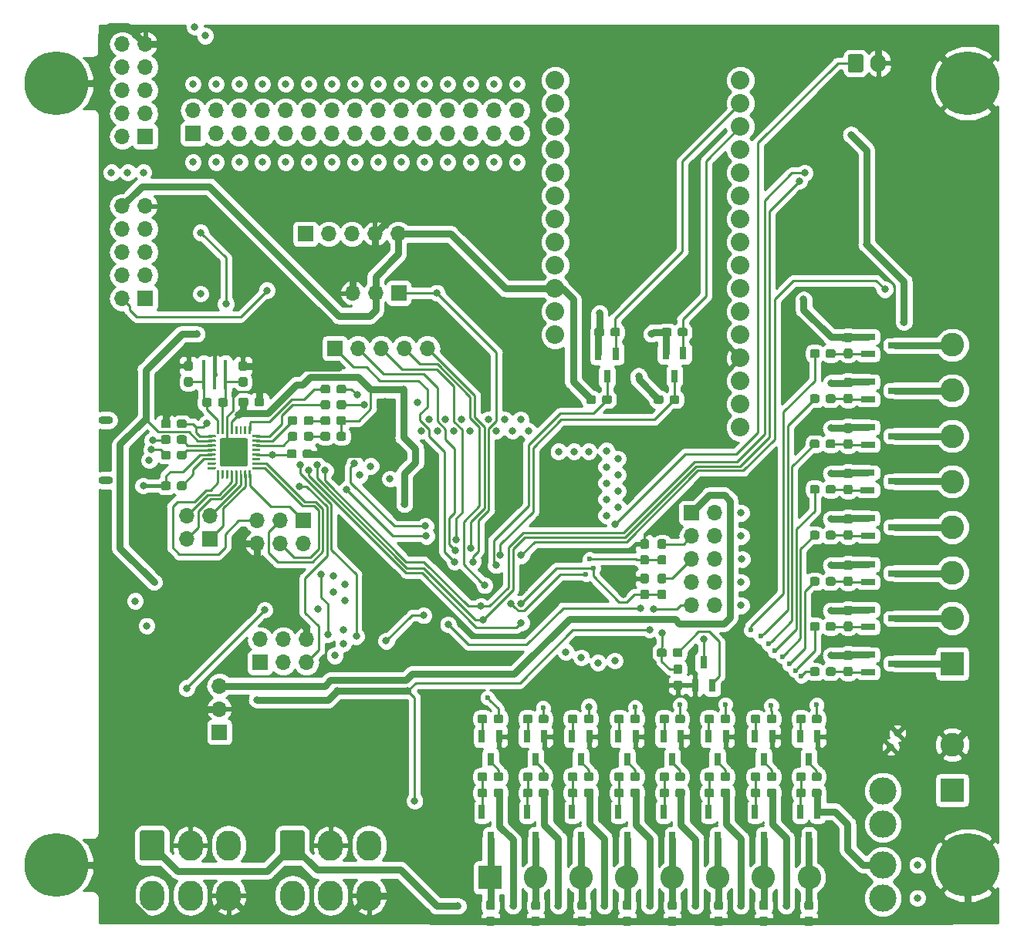
<source format=gbr>
G04 #@! TF.GenerationSoftware,KiCad,Pcbnew,(5.0.1)-3*
G04 #@! TF.CreationDate,2019-02-03T17:01:06-07:00*
G04 #@! TF.ProjectId,Snack Machine,536E61636B204D616368696E652E6B69,rev?*
G04 #@! TF.SameCoordinates,Original*
G04 #@! TF.FileFunction,Copper,L2,Bot,Mixed*
G04 #@! TF.FilePolarity,Positive*
%FSLAX46Y46*%
G04 Gerber Fmt 4.6, Leading zero omitted, Abs format (unit mm)*
G04 Created by KiCad (PCBNEW (5.0.1)-3) date 2/3/2019 5:01:06 PM*
%MOMM*%
%LPD*%
G01*
G04 APERTURE LIST*
G04 #@! TA.AperFunction,SMDPad,CuDef*
%ADD10R,0.800000X1.400000*%
G04 #@! TD*
G04 #@! TA.AperFunction,ComponentPad*
%ADD11C,2.040000*%
G04 #@! TD*
G04 #@! TA.AperFunction,ComponentPad*
%ADD12C,3.000000*%
G04 #@! TD*
G04 #@! TA.AperFunction,ComponentPad*
%ADD13O,1.600000X0.900000*%
G04 #@! TD*
G04 #@! TA.AperFunction,Conductor*
%ADD14C,0.100000*%
G04 #@! TD*
G04 #@! TA.AperFunction,SMDPad,CuDef*
%ADD15C,0.950000*%
G04 #@! TD*
G04 #@! TA.AperFunction,ComponentPad*
%ADD16O,2.700000X3.300000*%
G04 #@! TD*
G04 #@! TA.AperFunction,ComponentPad*
%ADD17C,2.700000*%
G04 #@! TD*
G04 #@! TA.AperFunction,ComponentPad*
%ADD18R,2.600000X2.600000*%
G04 #@! TD*
G04 #@! TA.AperFunction,ComponentPad*
%ADD19C,2.600000*%
G04 #@! TD*
G04 #@! TA.AperFunction,SMDPad,CuDef*
%ADD20C,3.100000*%
G04 #@! TD*
G04 #@! TA.AperFunction,SMDPad,CuDef*
%ADD21C,0.250000*%
G04 #@! TD*
G04 #@! TA.AperFunction,ComponentPad*
%ADD22O,1.700000X1.700000*%
G04 #@! TD*
G04 #@! TA.AperFunction,ComponentPad*
%ADD23R,1.700000X1.700000*%
G04 #@! TD*
G04 #@! TA.AperFunction,SMDPad,CuDef*
%ADD24R,0.400000X3.200000*%
G04 #@! TD*
G04 #@! TA.AperFunction,ComponentPad*
%ADD25C,1.700000*%
G04 #@! TD*
G04 #@! TA.AperFunction,ComponentPad*
%ADD26O,1.700000X2.000000*%
G04 #@! TD*
G04 #@! TA.AperFunction,SMDPad,CuDef*
%ADD27R,1.600000X0.650000*%
G04 #@! TD*
G04 #@! TA.AperFunction,SMDPad,CuDef*
%ADD28R,0.650000X1.600000*%
G04 #@! TD*
G04 #@! TA.AperFunction,ComponentPad*
%ADD29C,0.800000*%
G04 #@! TD*
G04 #@! TA.AperFunction,ComponentPad*
%ADD30C,7.000000*%
G04 #@! TD*
G04 #@! TA.AperFunction,ViaPad*
%ADD31C,0.800000*%
G04 #@! TD*
G04 #@! TA.AperFunction,ViaPad*
%ADD32C,0.600000*%
G04 #@! TD*
G04 #@! TA.AperFunction,Conductor*
%ADD33C,0.250000*%
G04 #@! TD*
G04 #@! TA.AperFunction,Conductor*
%ADD34C,0.800000*%
G04 #@! TD*
G04 #@! TA.AperFunction,Conductor*
%ADD35C,0.400000*%
G04 #@! TD*
G04 #@! TA.AperFunction,Conductor*
%ADD36C,0.254000*%
G04 #@! TD*
G04 APERTURE END LIST*
D10*
G04 #@! TO.P,Q28,3*
G04 #@! TO.N,Net-(Q28-Pad3)*
X163823264Y-89214176D03*
G04 #@! TO.P,Q28,2*
G04 #@! TO.N,/HUZZAH_RX*
X164773264Y-86714176D03*
G04 #@! TO.P,Q28,1*
G04 #@! TO.N,+3V3*
X162873264Y-86714176D03*
G04 #@! TD*
G04 #@! TO.P,Q27,3*
G04 #@! TO.N,Net-(Q27-Pad3)*
X156423264Y-89264176D03*
G04 #@! TO.P,Q27,2*
G04 #@! TO.N,/HUZZAH_TX*
X157373264Y-86764176D03*
G04 #@! TO.P,Q27,1*
G04 #@! TO.N,+3V3*
X155473264Y-86764176D03*
G04 #@! TD*
D11*
G04 #@! TO.P,U7,13*
G04 #@! TO.N,Net-(U7-Pad13)*
X171060000Y-56750000D03*
G04 #@! TO.P,U7,28*
G04 #@! TO.N,Net-(U7-Pad28)*
X171060000Y-94850000D03*
G04 #@! TO.P,U7,27*
G04 #@! TO.N,+3V3*
X171060000Y-92310000D03*
G04 #@! TO.P,U7,26*
G04 #@! TO.N,Net-(U7-Pad26)*
X171060000Y-89770000D03*
G04 #@! TO.P,U7,25*
G04 #@! TO.N,GND*
X171060000Y-87230000D03*
G04 #@! TO.P,U7,24*
G04 #@! TO.N,Net-(U7-Pad24)*
X171060000Y-84690000D03*
G04 #@! TO.P,U7,23*
G04 #@! TO.N,Net-(U7-Pad23)*
X171060000Y-82150000D03*
G04 #@! TO.P,U7,22*
G04 #@! TO.N,Net-(U7-Pad22)*
X171060000Y-79610000D03*
G04 #@! TO.P,U7,21*
G04 #@! TO.N,Net-(U7-Pad21)*
X171060000Y-77070000D03*
G04 #@! TO.P,U7,20*
G04 #@! TO.N,Net-(U7-Pad20)*
X171060000Y-74530000D03*
G04 #@! TO.P,U7,19*
G04 #@! TO.N,Net-(U7-Pad19)*
X171060000Y-71990000D03*
G04 #@! TO.P,U7,18*
G04 #@! TO.N,Net-(U7-Pad18)*
X171060000Y-69450000D03*
G04 #@! TO.P,U7,17*
G04 #@! TO.N,Net-(U7-Pad17)*
X171060000Y-66910000D03*
G04 #@! TO.P,U7,16*
G04 #@! TO.N,Net-(U7-Pad16)*
X171060000Y-64370000D03*
G04 #@! TO.P,U7,15*
G04 #@! TO.N,/HUZZAH_RX*
X171060000Y-61830000D03*
G04 #@! TO.P,U7,14*
G04 #@! TO.N,/HUZZAH_TX*
X171060000Y-59290000D03*
G04 #@! TO.P,U7,12*
G04 #@! TO.N,Net-(U7-Pad12)*
X150740000Y-56750000D03*
G04 #@! TO.P,U7,11*
G04 #@! TO.N,Net-(U7-Pad11)*
X150740000Y-59290000D03*
G04 #@! TO.P,U7,10*
G04 #@! TO.N,Net-(U7-Pad10)*
X150740000Y-61830000D03*
G04 #@! TO.P,U7,9*
G04 #@! TO.N,Net-(U7-Pad9)*
X150740000Y-64370000D03*
G04 #@! TO.P,U7,8*
G04 #@! TO.N,Net-(U7-Pad8)*
X150740000Y-66910000D03*
G04 #@! TO.P,U7,7*
G04 #@! TO.N,Net-(U7-Pad7)*
X150740000Y-69450000D03*
G04 #@! TO.P,U7,6*
G04 #@! TO.N,Net-(U7-Pad6)*
X150740000Y-71990000D03*
G04 #@! TO.P,U7,5*
G04 #@! TO.N,Net-(U7-Pad5)*
X150740000Y-74530000D03*
G04 #@! TO.P,U7,4*
G04 #@! TO.N,Net-(U7-Pad4)*
X150740000Y-77070000D03*
G04 #@! TO.P,U7,3*
G04 #@! TO.N,+5V*
X150740000Y-79610000D03*
G04 #@! TO.P,U7,2*
G04 #@! TO.N,Net-(U7-Pad2)*
X150740000Y-82150000D03*
G04 #@! TO.P,U7,1*
G04 #@! TO.N,Net-(U7-Pad1)*
X150740000Y-84690000D03*
G04 #@! TD*
D12*
G04 #@! TO.P,F1,2*
G04 #@! TO.N,Net-(F1-Pad2)*
X186674600Y-134773200D03*
X186674600Y-138433200D03*
G04 #@! TO.P,F1,1*
G04 #@! TO.N,+24V*
X186674600Y-142903200D03*
X186674600Y-146563200D03*
G04 #@! TD*
D13*
G04 #@! TO.P,J16,6*
G04 #@! TO.N,/USB_Serial/USB_SHIELD*
X101400000Y-100663000D03*
X101400000Y-94063000D03*
G04 #@! TD*
D14*
G04 #@! TO.N,Net-(C17-Pad1)*
G04 #@! TO.C,C17*
G36*
X160804275Y-112673871D02*
X160827330Y-112677290D01*
X160849939Y-112682954D01*
X160871883Y-112690806D01*
X160892953Y-112700771D01*
X160912944Y-112712753D01*
X160931664Y-112726637D01*
X160948934Y-112742289D01*
X160964586Y-112759559D01*
X160978470Y-112778279D01*
X160990452Y-112798270D01*
X161000417Y-112819340D01*
X161008269Y-112841284D01*
X161013933Y-112863893D01*
X161017352Y-112886948D01*
X161018496Y-112910227D01*
X161018496Y-113485227D01*
X161017352Y-113508506D01*
X161013933Y-113531561D01*
X161008269Y-113554170D01*
X161000417Y-113576114D01*
X160990452Y-113597184D01*
X160978470Y-113617175D01*
X160964586Y-113635895D01*
X160948934Y-113653165D01*
X160931664Y-113668817D01*
X160912944Y-113682701D01*
X160892953Y-113694683D01*
X160871883Y-113704648D01*
X160849939Y-113712500D01*
X160827330Y-113718164D01*
X160804275Y-113721583D01*
X160780996Y-113722727D01*
X160305996Y-113722727D01*
X160282717Y-113721583D01*
X160259662Y-113718164D01*
X160237053Y-113712500D01*
X160215109Y-113704648D01*
X160194039Y-113694683D01*
X160174048Y-113682701D01*
X160155328Y-113668817D01*
X160138058Y-113653165D01*
X160122406Y-113635895D01*
X160108522Y-113617175D01*
X160096540Y-113597184D01*
X160086575Y-113576114D01*
X160078723Y-113554170D01*
X160073059Y-113531561D01*
X160069640Y-113508506D01*
X160068496Y-113485227D01*
X160068496Y-112910227D01*
X160069640Y-112886948D01*
X160073059Y-112863893D01*
X160078723Y-112841284D01*
X160086575Y-112819340D01*
X160096540Y-112798270D01*
X160108522Y-112778279D01*
X160122406Y-112759559D01*
X160138058Y-112742289D01*
X160155328Y-112726637D01*
X160174048Y-112712753D01*
X160194039Y-112700771D01*
X160215109Y-112690806D01*
X160237053Y-112682954D01*
X160259662Y-112677290D01*
X160282717Y-112673871D01*
X160305996Y-112672727D01*
X160780996Y-112672727D01*
X160804275Y-112673871D01*
X160804275Y-112673871D01*
G37*
D15*
G04 #@! TD*
G04 #@! TO.P,C17,1*
G04 #@! TO.N,Net-(C17-Pad1)*
X160543496Y-113197727D03*
D14*
G04 #@! TO.N,GND*
G04 #@! TO.C,C17*
G36*
X160804275Y-110923871D02*
X160827330Y-110927290D01*
X160849939Y-110932954D01*
X160871883Y-110940806D01*
X160892953Y-110950771D01*
X160912944Y-110962753D01*
X160931664Y-110976637D01*
X160948934Y-110992289D01*
X160964586Y-111009559D01*
X160978470Y-111028279D01*
X160990452Y-111048270D01*
X161000417Y-111069340D01*
X161008269Y-111091284D01*
X161013933Y-111113893D01*
X161017352Y-111136948D01*
X161018496Y-111160227D01*
X161018496Y-111735227D01*
X161017352Y-111758506D01*
X161013933Y-111781561D01*
X161008269Y-111804170D01*
X161000417Y-111826114D01*
X160990452Y-111847184D01*
X160978470Y-111867175D01*
X160964586Y-111885895D01*
X160948934Y-111903165D01*
X160931664Y-111918817D01*
X160912944Y-111932701D01*
X160892953Y-111944683D01*
X160871883Y-111954648D01*
X160849939Y-111962500D01*
X160827330Y-111968164D01*
X160804275Y-111971583D01*
X160780996Y-111972727D01*
X160305996Y-111972727D01*
X160282717Y-111971583D01*
X160259662Y-111968164D01*
X160237053Y-111962500D01*
X160215109Y-111954648D01*
X160194039Y-111944683D01*
X160174048Y-111932701D01*
X160155328Y-111918817D01*
X160138058Y-111903165D01*
X160122406Y-111885895D01*
X160108522Y-111867175D01*
X160096540Y-111847184D01*
X160086575Y-111826114D01*
X160078723Y-111804170D01*
X160073059Y-111781561D01*
X160069640Y-111758506D01*
X160068496Y-111735227D01*
X160068496Y-111160227D01*
X160069640Y-111136948D01*
X160073059Y-111113893D01*
X160078723Y-111091284D01*
X160086575Y-111069340D01*
X160096540Y-111048270D01*
X160108522Y-111028279D01*
X160122406Y-111009559D01*
X160138058Y-110992289D01*
X160155328Y-110976637D01*
X160174048Y-110962753D01*
X160194039Y-110950771D01*
X160215109Y-110940806D01*
X160237053Y-110932954D01*
X160259662Y-110927290D01*
X160282717Y-110923871D01*
X160305996Y-110922727D01*
X160780996Y-110922727D01*
X160804275Y-110923871D01*
X160804275Y-110923871D01*
G37*
D15*
G04 #@! TD*
G04 #@! TO.P,C17,2*
G04 #@! TO.N,GND*
X160543496Y-111447727D03*
D14*
G04 #@! TO.N,GND*
G04 #@! TO.C,C19*
G36*
X160804275Y-107133871D02*
X160827330Y-107137290D01*
X160849939Y-107142954D01*
X160871883Y-107150806D01*
X160892953Y-107160771D01*
X160912944Y-107172753D01*
X160931664Y-107186637D01*
X160948934Y-107202289D01*
X160964586Y-107219559D01*
X160978470Y-107238279D01*
X160990452Y-107258270D01*
X161000417Y-107279340D01*
X161008269Y-107301284D01*
X161013933Y-107323893D01*
X161017352Y-107346948D01*
X161018496Y-107370227D01*
X161018496Y-107945227D01*
X161017352Y-107968506D01*
X161013933Y-107991561D01*
X161008269Y-108014170D01*
X161000417Y-108036114D01*
X160990452Y-108057184D01*
X160978470Y-108077175D01*
X160964586Y-108095895D01*
X160948934Y-108113165D01*
X160931664Y-108128817D01*
X160912944Y-108142701D01*
X160892953Y-108154683D01*
X160871883Y-108164648D01*
X160849939Y-108172500D01*
X160827330Y-108178164D01*
X160804275Y-108181583D01*
X160780996Y-108182727D01*
X160305996Y-108182727D01*
X160282717Y-108181583D01*
X160259662Y-108178164D01*
X160237053Y-108172500D01*
X160215109Y-108164648D01*
X160194039Y-108154683D01*
X160174048Y-108142701D01*
X160155328Y-108128817D01*
X160138058Y-108113165D01*
X160122406Y-108095895D01*
X160108522Y-108077175D01*
X160096540Y-108057184D01*
X160086575Y-108036114D01*
X160078723Y-108014170D01*
X160073059Y-107991561D01*
X160069640Y-107968506D01*
X160068496Y-107945227D01*
X160068496Y-107370227D01*
X160069640Y-107346948D01*
X160073059Y-107323893D01*
X160078723Y-107301284D01*
X160086575Y-107279340D01*
X160096540Y-107258270D01*
X160108522Y-107238279D01*
X160122406Y-107219559D01*
X160138058Y-107202289D01*
X160155328Y-107186637D01*
X160174048Y-107172753D01*
X160194039Y-107160771D01*
X160215109Y-107150806D01*
X160237053Y-107142954D01*
X160259662Y-107137290D01*
X160282717Y-107133871D01*
X160305996Y-107132727D01*
X160780996Y-107132727D01*
X160804275Y-107133871D01*
X160804275Y-107133871D01*
G37*
D15*
G04 #@! TD*
G04 #@! TO.P,C19,2*
G04 #@! TO.N,GND*
X160543496Y-107657727D03*
D14*
G04 #@! TO.N,Net-(C19-Pad1)*
G04 #@! TO.C,C19*
G36*
X160804275Y-108883871D02*
X160827330Y-108887290D01*
X160849939Y-108892954D01*
X160871883Y-108900806D01*
X160892953Y-108910771D01*
X160912944Y-108922753D01*
X160931664Y-108936637D01*
X160948934Y-108952289D01*
X160964586Y-108969559D01*
X160978470Y-108988279D01*
X160990452Y-109008270D01*
X161000417Y-109029340D01*
X161008269Y-109051284D01*
X161013933Y-109073893D01*
X161017352Y-109096948D01*
X161018496Y-109120227D01*
X161018496Y-109695227D01*
X161017352Y-109718506D01*
X161013933Y-109741561D01*
X161008269Y-109764170D01*
X161000417Y-109786114D01*
X160990452Y-109807184D01*
X160978470Y-109827175D01*
X160964586Y-109845895D01*
X160948934Y-109863165D01*
X160931664Y-109878817D01*
X160912944Y-109892701D01*
X160892953Y-109904683D01*
X160871883Y-109914648D01*
X160849939Y-109922500D01*
X160827330Y-109928164D01*
X160804275Y-109931583D01*
X160780996Y-109932727D01*
X160305996Y-109932727D01*
X160282717Y-109931583D01*
X160259662Y-109928164D01*
X160237053Y-109922500D01*
X160215109Y-109914648D01*
X160194039Y-109904683D01*
X160174048Y-109892701D01*
X160155328Y-109878817D01*
X160138058Y-109863165D01*
X160122406Y-109845895D01*
X160108522Y-109827175D01*
X160096540Y-109807184D01*
X160086575Y-109786114D01*
X160078723Y-109764170D01*
X160073059Y-109741561D01*
X160069640Y-109718506D01*
X160068496Y-109695227D01*
X160068496Y-109120227D01*
X160069640Y-109096948D01*
X160073059Y-109073893D01*
X160078723Y-109051284D01*
X160086575Y-109029340D01*
X160096540Y-109008270D01*
X160108522Y-108988279D01*
X160122406Y-108969559D01*
X160138058Y-108952289D01*
X160155328Y-108936637D01*
X160174048Y-108922753D01*
X160194039Y-108910771D01*
X160215109Y-108900806D01*
X160237053Y-108892954D01*
X160259662Y-108887290D01*
X160282717Y-108883871D01*
X160305996Y-108882727D01*
X160780996Y-108882727D01*
X160804275Y-108883871D01*
X160804275Y-108883871D01*
G37*
D15*
G04 #@! TD*
G04 #@! TO.P,C19,1*
G04 #@! TO.N,Net-(C19-Pad1)*
X160543496Y-109407727D03*
D14*
G04 #@! TO.N,GND*
G04 #@! TO.C,C23*
G36*
X110750681Y-87582054D02*
X110773736Y-87585473D01*
X110796345Y-87591137D01*
X110818289Y-87598989D01*
X110839359Y-87608954D01*
X110859350Y-87620936D01*
X110878070Y-87634820D01*
X110895340Y-87650472D01*
X110910992Y-87667742D01*
X110924876Y-87686462D01*
X110936858Y-87706453D01*
X110946823Y-87727523D01*
X110954675Y-87749467D01*
X110960339Y-87772076D01*
X110963758Y-87795131D01*
X110964902Y-87818410D01*
X110964902Y-88393410D01*
X110963758Y-88416689D01*
X110960339Y-88439744D01*
X110954675Y-88462353D01*
X110946823Y-88484297D01*
X110936858Y-88505367D01*
X110924876Y-88525358D01*
X110910992Y-88544078D01*
X110895340Y-88561348D01*
X110878070Y-88577000D01*
X110859350Y-88590884D01*
X110839359Y-88602866D01*
X110818289Y-88612831D01*
X110796345Y-88620683D01*
X110773736Y-88626347D01*
X110750681Y-88629766D01*
X110727402Y-88630910D01*
X110252402Y-88630910D01*
X110229123Y-88629766D01*
X110206068Y-88626347D01*
X110183459Y-88620683D01*
X110161515Y-88612831D01*
X110140445Y-88602866D01*
X110120454Y-88590884D01*
X110101734Y-88577000D01*
X110084464Y-88561348D01*
X110068812Y-88544078D01*
X110054928Y-88525358D01*
X110042946Y-88505367D01*
X110032981Y-88484297D01*
X110025129Y-88462353D01*
X110019465Y-88439744D01*
X110016046Y-88416689D01*
X110014902Y-88393410D01*
X110014902Y-87818410D01*
X110016046Y-87795131D01*
X110019465Y-87772076D01*
X110025129Y-87749467D01*
X110032981Y-87727523D01*
X110042946Y-87706453D01*
X110054928Y-87686462D01*
X110068812Y-87667742D01*
X110084464Y-87650472D01*
X110101734Y-87634820D01*
X110120454Y-87620936D01*
X110140445Y-87608954D01*
X110161515Y-87598989D01*
X110183459Y-87591137D01*
X110206068Y-87585473D01*
X110229123Y-87582054D01*
X110252402Y-87580910D01*
X110727402Y-87580910D01*
X110750681Y-87582054D01*
X110750681Y-87582054D01*
G37*
D15*
G04 #@! TD*
G04 #@! TO.P,C23,1*
G04 #@! TO.N,GND*
X110489902Y-88105910D03*
D14*
G04 #@! TO.N,Net-(C23-Pad2)*
G04 #@! TO.C,C23*
G36*
X110750681Y-89332054D02*
X110773736Y-89335473D01*
X110796345Y-89341137D01*
X110818289Y-89348989D01*
X110839359Y-89358954D01*
X110859350Y-89370936D01*
X110878070Y-89384820D01*
X110895340Y-89400472D01*
X110910992Y-89417742D01*
X110924876Y-89436462D01*
X110936858Y-89456453D01*
X110946823Y-89477523D01*
X110954675Y-89499467D01*
X110960339Y-89522076D01*
X110963758Y-89545131D01*
X110964902Y-89568410D01*
X110964902Y-90143410D01*
X110963758Y-90166689D01*
X110960339Y-90189744D01*
X110954675Y-90212353D01*
X110946823Y-90234297D01*
X110936858Y-90255367D01*
X110924876Y-90275358D01*
X110910992Y-90294078D01*
X110895340Y-90311348D01*
X110878070Y-90327000D01*
X110859350Y-90340884D01*
X110839359Y-90352866D01*
X110818289Y-90362831D01*
X110796345Y-90370683D01*
X110773736Y-90376347D01*
X110750681Y-90379766D01*
X110727402Y-90380910D01*
X110252402Y-90380910D01*
X110229123Y-90379766D01*
X110206068Y-90376347D01*
X110183459Y-90370683D01*
X110161515Y-90362831D01*
X110140445Y-90352866D01*
X110120454Y-90340884D01*
X110101734Y-90327000D01*
X110084464Y-90311348D01*
X110068812Y-90294078D01*
X110054928Y-90275358D01*
X110042946Y-90255367D01*
X110032981Y-90234297D01*
X110025129Y-90212353D01*
X110019465Y-90189744D01*
X110016046Y-90166689D01*
X110014902Y-90143410D01*
X110014902Y-89568410D01*
X110016046Y-89545131D01*
X110019465Y-89522076D01*
X110025129Y-89499467D01*
X110032981Y-89477523D01*
X110042946Y-89456453D01*
X110054928Y-89436462D01*
X110068812Y-89417742D01*
X110084464Y-89400472D01*
X110101734Y-89384820D01*
X110120454Y-89370936D01*
X110140445Y-89358954D01*
X110161515Y-89348989D01*
X110183459Y-89341137D01*
X110206068Y-89335473D01*
X110229123Y-89332054D01*
X110252402Y-89330910D01*
X110727402Y-89330910D01*
X110750681Y-89332054D01*
X110750681Y-89332054D01*
G37*
D15*
G04 #@! TD*
G04 #@! TO.P,C23,2*
G04 #@! TO.N,Net-(C23-Pad2)*
X110489902Y-89855910D03*
D14*
G04 #@! TO.N,Net-(C25-Pad2)*
G04 #@! TO.C,C25*
G36*
X116750681Y-89332054D02*
X116773736Y-89335473D01*
X116796345Y-89341137D01*
X116818289Y-89348989D01*
X116839359Y-89358954D01*
X116859350Y-89370936D01*
X116878070Y-89384820D01*
X116895340Y-89400472D01*
X116910992Y-89417742D01*
X116924876Y-89436462D01*
X116936858Y-89456453D01*
X116946823Y-89477523D01*
X116954675Y-89499467D01*
X116960339Y-89522076D01*
X116963758Y-89545131D01*
X116964902Y-89568410D01*
X116964902Y-90143410D01*
X116963758Y-90166689D01*
X116960339Y-90189744D01*
X116954675Y-90212353D01*
X116946823Y-90234297D01*
X116936858Y-90255367D01*
X116924876Y-90275358D01*
X116910992Y-90294078D01*
X116895340Y-90311348D01*
X116878070Y-90327000D01*
X116859350Y-90340884D01*
X116839359Y-90352866D01*
X116818289Y-90362831D01*
X116796345Y-90370683D01*
X116773736Y-90376347D01*
X116750681Y-90379766D01*
X116727402Y-90380910D01*
X116252402Y-90380910D01*
X116229123Y-90379766D01*
X116206068Y-90376347D01*
X116183459Y-90370683D01*
X116161515Y-90362831D01*
X116140445Y-90352866D01*
X116120454Y-90340884D01*
X116101734Y-90327000D01*
X116084464Y-90311348D01*
X116068812Y-90294078D01*
X116054928Y-90275358D01*
X116042946Y-90255367D01*
X116032981Y-90234297D01*
X116025129Y-90212353D01*
X116019465Y-90189744D01*
X116016046Y-90166689D01*
X116014902Y-90143410D01*
X116014902Y-89568410D01*
X116016046Y-89545131D01*
X116019465Y-89522076D01*
X116025129Y-89499467D01*
X116032981Y-89477523D01*
X116042946Y-89456453D01*
X116054928Y-89436462D01*
X116068812Y-89417742D01*
X116084464Y-89400472D01*
X116101734Y-89384820D01*
X116120454Y-89370936D01*
X116140445Y-89358954D01*
X116161515Y-89348989D01*
X116183459Y-89341137D01*
X116206068Y-89335473D01*
X116229123Y-89332054D01*
X116252402Y-89330910D01*
X116727402Y-89330910D01*
X116750681Y-89332054D01*
X116750681Y-89332054D01*
G37*
D15*
G04 #@! TD*
G04 #@! TO.P,C25,2*
G04 #@! TO.N,Net-(C25-Pad2)*
X116489902Y-89855910D03*
D14*
G04 #@! TO.N,GND*
G04 #@! TO.C,C25*
G36*
X116750681Y-87582054D02*
X116773736Y-87585473D01*
X116796345Y-87591137D01*
X116818289Y-87598989D01*
X116839359Y-87608954D01*
X116859350Y-87620936D01*
X116878070Y-87634820D01*
X116895340Y-87650472D01*
X116910992Y-87667742D01*
X116924876Y-87686462D01*
X116936858Y-87706453D01*
X116946823Y-87727523D01*
X116954675Y-87749467D01*
X116960339Y-87772076D01*
X116963758Y-87795131D01*
X116964902Y-87818410D01*
X116964902Y-88393410D01*
X116963758Y-88416689D01*
X116960339Y-88439744D01*
X116954675Y-88462353D01*
X116946823Y-88484297D01*
X116936858Y-88505367D01*
X116924876Y-88525358D01*
X116910992Y-88544078D01*
X116895340Y-88561348D01*
X116878070Y-88577000D01*
X116859350Y-88590884D01*
X116839359Y-88602866D01*
X116818289Y-88612831D01*
X116796345Y-88620683D01*
X116773736Y-88626347D01*
X116750681Y-88629766D01*
X116727402Y-88630910D01*
X116252402Y-88630910D01*
X116229123Y-88629766D01*
X116206068Y-88626347D01*
X116183459Y-88620683D01*
X116161515Y-88612831D01*
X116140445Y-88602866D01*
X116120454Y-88590884D01*
X116101734Y-88577000D01*
X116084464Y-88561348D01*
X116068812Y-88544078D01*
X116054928Y-88525358D01*
X116042946Y-88505367D01*
X116032981Y-88484297D01*
X116025129Y-88462353D01*
X116019465Y-88439744D01*
X116016046Y-88416689D01*
X116014902Y-88393410D01*
X116014902Y-87818410D01*
X116016046Y-87795131D01*
X116019465Y-87772076D01*
X116025129Y-87749467D01*
X116032981Y-87727523D01*
X116042946Y-87706453D01*
X116054928Y-87686462D01*
X116068812Y-87667742D01*
X116084464Y-87650472D01*
X116101734Y-87634820D01*
X116120454Y-87620936D01*
X116140445Y-87608954D01*
X116161515Y-87598989D01*
X116183459Y-87591137D01*
X116206068Y-87585473D01*
X116229123Y-87582054D01*
X116252402Y-87580910D01*
X116727402Y-87580910D01*
X116750681Y-87582054D01*
X116750681Y-87582054D01*
G37*
D15*
G04 #@! TD*
G04 #@! TO.P,C25,1*
G04 #@! TO.N,GND*
X116489902Y-88105910D03*
D14*
G04 #@! TO.N,/USB_Serial/USB_GND*
G04 #@! TO.C,C27*
G36*
X108335779Y-100789144D02*
X108358834Y-100792563D01*
X108381443Y-100798227D01*
X108403387Y-100806079D01*
X108424457Y-100816044D01*
X108444448Y-100828026D01*
X108463168Y-100841910D01*
X108480438Y-100857562D01*
X108496090Y-100874832D01*
X108509974Y-100893552D01*
X108521956Y-100913543D01*
X108531921Y-100934613D01*
X108539773Y-100956557D01*
X108545437Y-100979166D01*
X108548856Y-101002221D01*
X108550000Y-101025500D01*
X108550000Y-101500500D01*
X108548856Y-101523779D01*
X108545437Y-101546834D01*
X108539773Y-101569443D01*
X108531921Y-101591387D01*
X108521956Y-101612457D01*
X108509974Y-101632448D01*
X108496090Y-101651168D01*
X108480438Y-101668438D01*
X108463168Y-101684090D01*
X108444448Y-101697974D01*
X108424457Y-101709956D01*
X108403387Y-101719921D01*
X108381443Y-101727773D01*
X108358834Y-101733437D01*
X108335779Y-101736856D01*
X108312500Y-101738000D01*
X107737500Y-101738000D01*
X107714221Y-101736856D01*
X107691166Y-101733437D01*
X107668557Y-101727773D01*
X107646613Y-101719921D01*
X107625543Y-101709956D01*
X107605552Y-101697974D01*
X107586832Y-101684090D01*
X107569562Y-101668438D01*
X107553910Y-101651168D01*
X107540026Y-101632448D01*
X107528044Y-101612457D01*
X107518079Y-101591387D01*
X107510227Y-101569443D01*
X107504563Y-101546834D01*
X107501144Y-101523779D01*
X107500000Y-101500500D01*
X107500000Y-101025500D01*
X107501144Y-101002221D01*
X107504563Y-100979166D01*
X107510227Y-100956557D01*
X107518079Y-100934613D01*
X107528044Y-100913543D01*
X107540026Y-100893552D01*
X107553910Y-100874832D01*
X107569562Y-100857562D01*
X107586832Y-100841910D01*
X107605552Y-100828026D01*
X107625543Y-100816044D01*
X107646613Y-100806079D01*
X107668557Y-100798227D01*
X107691166Y-100792563D01*
X107714221Y-100789144D01*
X107737500Y-100788000D01*
X108312500Y-100788000D01*
X108335779Y-100789144D01*
X108335779Y-100789144D01*
G37*
D15*
G04 #@! TD*
G04 #@! TO.P,C27,2*
G04 #@! TO.N,/USB_Serial/USB_GND*
X108025000Y-101263000D03*
D14*
G04 #@! TO.N,Net-(C27-Pad1)*
G04 #@! TO.C,C27*
G36*
X110085779Y-100789144D02*
X110108834Y-100792563D01*
X110131443Y-100798227D01*
X110153387Y-100806079D01*
X110174457Y-100816044D01*
X110194448Y-100828026D01*
X110213168Y-100841910D01*
X110230438Y-100857562D01*
X110246090Y-100874832D01*
X110259974Y-100893552D01*
X110271956Y-100913543D01*
X110281921Y-100934613D01*
X110289773Y-100956557D01*
X110295437Y-100979166D01*
X110298856Y-101002221D01*
X110300000Y-101025500D01*
X110300000Y-101500500D01*
X110298856Y-101523779D01*
X110295437Y-101546834D01*
X110289773Y-101569443D01*
X110281921Y-101591387D01*
X110271956Y-101612457D01*
X110259974Y-101632448D01*
X110246090Y-101651168D01*
X110230438Y-101668438D01*
X110213168Y-101684090D01*
X110194448Y-101697974D01*
X110174457Y-101709956D01*
X110153387Y-101719921D01*
X110131443Y-101727773D01*
X110108834Y-101733437D01*
X110085779Y-101736856D01*
X110062500Y-101738000D01*
X109487500Y-101738000D01*
X109464221Y-101736856D01*
X109441166Y-101733437D01*
X109418557Y-101727773D01*
X109396613Y-101719921D01*
X109375543Y-101709956D01*
X109355552Y-101697974D01*
X109336832Y-101684090D01*
X109319562Y-101668438D01*
X109303910Y-101651168D01*
X109290026Y-101632448D01*
X109278044Y-101612457D01*
X109268079Y-101591387D01*
X109260227Y-101569443D01*
X109254563Y-101546834D01*
X109251144Y-101523779D01*
X109250000Y-101500500D01*
X109250000Y-101025500D01*
X109251144Y-101002221D01*
X109254563Y-100979166D01*
X109260227Y-100956557D01*
X109268079Y-100934613D01*
X109278044Y-100913543D01*
X109290026Y-100893552D01*
X109303910Y-100874832D01*
X109319562Y-100857562D01*
X109336832Y-100841910D01*
X109355552Y-100828026D01*
X109375543Y-100816044D01*
X109396613Y-100806079D01*
X109418557Y-100798227D01*
X109441166Y-100792563D01*
X109464221Y-100789144D01*
X109487500Y-100788000D01*
X110062500Y-100788000D01*
X110085779Y-100789144D01*
X110085779Y-100789144D01*
G37*
D15*
G04 #@! TD*
G04 #@! TO.P,C27,1*
G04 #@! TO.N,Net-(C27-Pad1)*
X109775000Y-101263000D03*
D14*
G04 #@! TO.N,GND*
G04 #@! TO.C,C28*
G36*
X108335779Y-93989144D02*
X108358834Y-93992563D01*
X108381443Y-93998227D01*
X108403387Y-94006079D01*
X108424457Y-94016044D01*
X108444448Y-94028026D01*
X108463168Y-94041910D01*
X108480438Y-94057562D01*
X108496090Y-94074832D01*
X108509974Y-94093552D01*
X108521956Y-94113543D01*
X108531921Y-94134613D01*
X108539773Y-94156557D01*
X108545437Y-94179166D01*
X108548856Y-94202221D01*
X108550000Y-94225500D01*
X108550000Y-94700500D01*
X108548856Y-94723779D01*
X108545437Y-94746834D01*
X108539773Y-94769443D01*
X108531921Y-94791387D01*
X108521956Y-94812457D01*
X108509974Y-94832448D01*
X108496090Y-94851168D01*
X108480438Y-94868438D01*
X108463168Y-94884090D01*
X108444448Y-94897974D01*
X108424457Y-94909956D01*
X108403387Y-94919921D01*
X108381443Y-94927773D01*
X108358834Y-94933437D01*
X108335779Y-94936856D01*
X108312500Y-94938000D01*
X107737500Y-94938000D01*
X107714221Y-94936856D01*
X107691166Y-94933437D01*
X107668557Y-94927773D01*
X107646613Y-94919921D01*
X107625543Y-94909956D01*
X107605552Y-94897974D01*
X107586832Y-94884090D01*
X107569562Y-94868438D01*
X107553910Y-94851168D01*
X107540026Y-94832448D01*
X107528044Y-94812457D01*
X107518079Y-94791387D01*
X107510227Y-94769443D01*
X107504563Y-94746834D01*
X107501144Y-94723779D01*
X107500000Y-94700500D01*
X107500000Y-94225500D01*
X107501144Y-94202221D01*
X107504563Y-94179166D01*
X107510227Y-94156557D01*
X107518079Y-94134613D01*
X107528044Y-94113543D01*
X107540026Y-94093552D01*
X107553910Y-94074832D01*
X107569562Y-94057562D01*
X107586832Y-94041910D01*
X107605552Y-94028026D01*
X107625543Y-94016044D01*
X107646613Y-94006079D01*
X107668557Y-93998227D01*
X107691166Y-93992563D01*
X107714221Y-93989144D01*
X107737500Y-93988000D01*
X108312500Y-93988000D01*
X108335779Y-93989144D01*
X108335779Y-93989144D01*
G37*
D15*
G04 #@! TD*
G04 #@! TO.P,C28,2*
G04 #@! TO.N,GND*
X108025000Y-94463000D03*
D14*
G04 #@! TO.N,+5V*
G04 #@! TO.C,C28*
G36*
X110085779Y-93989144D02*
X110108834Y-93992563D01*
X110131443Y-93998227D01*
X110153387Y-94006079D01*
X110174457Y-94016044D01*
X110194448Y-94028026D01*
X110213168Y-94041910D01*
X110230438Y-94057562D01*
X110246090Y-94074832D01*
X110259974Y-94093552D01*
X110271956Y-94113543D01*
X110281921Y-94134613D01*
X110289773Y-94156557D01*
X110295437Y-94179166D01*
X110298856Y-94202221D01*
X110300000Y-94225500D01*
X110300000Y-94700500D01*
X110298856Y-94723779D01*
X110295437Y-94746834D01*
X110289773Y-94769443D01*
X110281921Y-94791387D01*
X110271956Y-94812457D01*
X110259974Y-94832448D01*
X110246090Y-94851168D01*
X110230438Y-94868438D01*
X110213168Y-94884090D01*
X110194448Y-94897974D01*
X110174457Y-94909956D01*
X110153387Y-94919921D01*
X110131443Y-94927773D01*
X110108834Y-94933437D01*
X110085779Y-94936856D01*
X110062500Y-94938000D01*
X109487500Y-94938000D01*
X109464221Y-94936856D01*
X109441166Y-94933437D01*
X109418557Y-94927773D01*
X109396613Y-94919921D01*
X109375543Y-94909956D01*
X109355552Y-94897974D01*
X109336832Y-94884090D01*
X109319562Y-94868438D01*
X109303910Y-94851168D01*
X109290026Y-94832448D01*
X109278044Y-94812457D01*
X109268079Y-94791387D01*
X109260227Y-94769443D01*
X109254563Y-94746834D01*
X109251144Y-94723779D01*
X109250000Y-94700500D01*
X109250000Y-94225500D01*
X109251144Y-94202221D01*
X109254563Y-94179166D01*
X109260227Y-94156557D01*
X109268079Y-94134613D01*
X109278044Y-94113543D01*
X109290026Y-94093552D01*
X109303910Y-94074832D01*
X109319562Y-94057562D01*
X109336832Y-94041910D01*
X109355552Y-94028026D01*
X109375543Y-94016044D01*
X109396613Y-94006079D01*
X109418557Y-93998227D01*
X109441166Y-93992563D01*
X109464221Y-93989144D01*
X109487500Y-93988000D01*
X110062500Y-93988000D01*
X110085779Y-93989144D01*
X110085779Y-93989144D01*
G37*
D15*
G04 #@! TD*
G04 #@! TO.P,C28,1*
G04 #@! TO.N,+5V*
X109775000Y-94463000D03*
D14*
G04 #@! TO.N,GND*
G04 #@! TO.C,C29*
G36*
X118585779Y-91589144D02*
X118608834Y-91592563D01*
X118631443Y-91598227D01*
X118653387Y-91606079D01*
X118674457Y-91616044D01*
X118694448Y-91628026D01*
X118713168Y-91641910D01*
X118730438Y-91657562D01*
X118746090Y-91674832D01*
X118759974Y-91693552D01*
X118771956Y-91713543D01*
X118781921Y-91734613D01*
X118789773Y-91756557D01*
X118795437Y-91779166D01*
X118798856Y-91802221D01*
X118800000Y-91825500D01*
X118800000Y-92300500D01*
X118798856Y-92323779D01*
X118795437Y-92346834D01*
X118789773Y-92369443D01*
X118781921Y-92391387D01*
X118771956Y-92412457D01*
X118759974Y-92432448D01*
X118746090Y-92451168D01*
X118730438Y-92468438D01*
X118713168Y-92484090D01*
X118694448Y-92497974D01*
X118674457Y-92509956D01*
X118653387Y-92519921D01*
X118631443Y-92527773D01*
X118608834Y-92533437D01*
X118585779Y-92536856D01*
X118562500Y-92538000D01*
X117987500Y-92538000D01*
X117964221Y-92536856D01*
X117941166Y-92533437D01*
X117918557Y-92527773D01*
X117896613Y-92519921D01*
X117875543Y-92509956D01*
X117855552Y-92497974D01*
X117836832Y-92484090D01*
X117819562Y-92468438D01*
X117803910Y-92451168D01*
X117790026Y-92432448D01*
X117778044Y-92412457D01*
X117768079Y-92391387D01*
X117760227Y-92369443D01*
X117754563Y-92346834D01*
X117751144Y-92323779D01*
X117750000Y-92300500D01*
X117750000Y-91825500D01*
X117751144Y-91802221D01*
X117754563Y-91779166D01*
X117760227Y-91756557D01*
X117768079Y-91734613D01*
X117778044Y-91713543D01*
X117790026Y-91693552D01*
X117803910Y-91674832D01*
X117819562Y-91657562D01*
X117836832Y-91641910D01*
X117855552Y-91628026D01*
X117875543Y-91616044D01*
X117896613Y-91606079D01*
X117918557Y-91598227D01*
X117941166Y-91592563D01*
X117964221Y-91589144D01*
X117987500Y-91588000D01*
X118562500Y-91588000D01*
X118585779Y-91589144D01*
X118585779Y-91589144D01*
G37*
D15*
G04 #@! TD*
G04 #@! TO.P,C29,2*
G04 #@! TO.N,GND*
X118275000Y-92063000D03*
D14*
G04 #@! TO.N,+5V*
G04 #@! TO.C,C29*
G36*
X116835779Y-91589144D02*
X116858834Y-91592563D01*
X116881443Y-91598227D01*
X116903387Y-91606079D01*
X116924457Y-91616044D01*
X116944448Y-91628026D01*
X116963168Y-91641910D01*
X116980438Y-91657562D01*
X116996090Y-91674832D01*
X117009974Y-91693552D01*
X117021956Y-91713543D01*
X117031921Y-91734613D01*
X117039773Y-91756557D01*
X117045437Y-91779166D01*
X117048856Y-91802221D01*
X117050000Y-91825500D01*
X117050000Y-92300500D01*
X117048856Y-92323779D01*
X117045437Y-92346834D01*
X117039773Y-92369443D01*
X117031921Y-92391387D01*
X117021956Y-92412457D01*
X117009974Y-92432448D01*
X116996090Y-92451168D01*
X116980438Y-92468438D01*
X116963168Y-92484090D01*
X116944448Y-92497974D01*
X116924457Y-92509956D01*
X116903387Y-92519921D01*
X116881443Y-92527773D01*
X116858834Y-92533437D01*
X116835779Y-92536856D01*
X116812500Y-92538000D01*
X116237500Y-92538000D01*
X116214221Y-92536856D01*
X116191166Y-92533437D01*
X116168557Y-92527773D01*
X116146613Y-92519921D01*
X116125543Y-92509956D01*
X116105552Y-92497974D01*
X116086832Y-92484090D01*
X116069562Y-92468438D01*
X116053910Y-92451168D01*
X116040026Y-92432448D01*
X116028044Y-92412457D01*
X116018079Y-92391387D01*
X116010227Y-92369443D01*
X116004563Y-92346834D01*
X116001144Y-92323779D01*
X116000000Y-92300500D01*
X116000000Y-91825500D01*
X116001144Y-91802221D01*
X116004563Y-91779166D01*
X116010227Y-91756557D01*
X116018079Y-91734613D01*
X116028044Y-91713543D01*
X116040026Y-91693552D01*
X116053910Y-91674832D01*
X116069562Y-91657562D01*
X116086832Y-91641910D01*
X116105552Y-91628026D01*
X116125543Y-91616044D01*
X116146613Y-91606079D01*
X116168557Y-91598227D01*
X116191166Y-91592563D01*
X116214221Y-91589144D01*
X116237500Y-91588000D01*
X116812500Y-91588000D01*
X116835779Y-91589144D01*
X116835779Y-91589144D01*
G37*
D15*
G04 #@! TD*
G04 #@! TO.P,C29,1*
G04 #@! TO.N,+5V*
X116525000Y-92063000D03*
D14*
G04 #@! TO.N,/USB_Serial/RXL*
G04 #@! TO.C,D5*
G36*
X122232488Y-93633010D02*
X122255543Y-93636429D01*
X122278152Y-93642093D01*
X122300096Y-93649945D01*
X122321166Y-93659910D01*
X122341157Y-93671892D01*
X122359877Y-93685776D01*
X122377147Y-93701428D01*
X122392799Y-93718698D01*
X122406683Y-93737418D01*
X122418665Y-93757409D01*
X122428630Y-93778479D01*
X122436482Y-93800423D01*
X122442146Y-93823032D01*
X122445565Y-93846087D01*
X122446709Y-93869366D01*
X122446709Y-94344366D01*
X122445565Y-94367645D01*
X122442146Y-94390700D01*
X122436482Y-94413309D01*
X122428630Y-94435253D01*
X122418665Y-94456323D01*
X122406683Y-94476314D01*
X122392799Y-94495034D01*
X122377147Y-94512304D01*
X122359877Y-94527956D01*
X122341157Y-94541840D01*
X122321166Y-94553822D01*
X122300096Y-94563787D01*
X122278152Y-94571639D01*
X122255543Y-94577303D01*
X122232488Y-94580722D01*
X122209209Y-94581866D01*
X121634209Y-94581866D01*
X121610930Y-94580722D01*
X121587875Y-94577303D01*
X121565266Y-94571639D01*
X121543322Y-94563787D01*
X121522252Y-94553822D01*
X121502261Y-94541840D01*
X121483541Y-94527956D01*
X121466271Y-94512304D01*
X121450619Y-94495034D01*
X121436735Y-94476314D01*
X121424753Y-94456323D01*
X121414788Y-94435253D01*
X121406936Y-94413309D01*
X121401272Y-94390700D01*
X121397853Y-94367645D01*
X121396709Y-94344366D01*
X121396709Y-93869366D01*
X121397853Y-93846087D01*
X121401272Y-93823032D01*
X121406936Y-93800423D01*
X121414788Y-93778479D01*
X121424753Y-93757409D01*
X121436735Y-93737418D01*
X121450619Y-93718698D01*
X121466271Y-93701428D01*
X121483541Y-93685776D01*
X121502261Y-93671892D01*
X121522252Y-93659910D01*
X121543322Y-93649945D01*
X121565266Y-93642093D01*
X121587875Y-93636429D01*
X121610930Y-93633010D01*
X121634209Y-93631866D01*
X122209209Y-93631866D01*
X122232488Y-93633010D01*
X122232488Y-93633010D01*
G37*
D15*
G04 #@! TD*
G04 #@! TO.P,D5,1*
G04 #@! TO.N,/USB_Serial/RXL*
X121921709Y-94106866D03*
D14*
G04 #@! TO.N,Net-(D5-Pad2)*
G04 #@! TO.C,D5*
G36*
X123982488Y-93633010D02*
X124005543Y-93636429D01*
X124028152Y-93642093D01*
X124050096Y-93649945D01*
X124071166Y-93659910D01*
X124091157Y-93671892D01*
X124109877Y-93685776D01*
X124127147Y-93701428D01*
X124142799Y-93718698D01*
X124156683Y-93737418D01*
X124168665Y-93757409D01*
X124178630Y-93778479D01*
X124186482Y-93800423D01*
X124192146Y-93823032D01*
X124195565Y-93846087D01*
X124196709Y-93869366D01*
X124196709Y-94344366D01*
X124195565Y-94367645D01*
X124192146Y-94390700D01*
X124186482Y-94413309D01*
X124178630Y-94435253D01*
X124168665Y-94456323D01*
X124156683Y-94476314D01*
X124142799Y-94495034D01*
X124127147Y-94512304D01*
X124109877Y-94527956D01*
X124091157Y-94541840D01*
X124071166Y-94553822D01*
X124050096Y-94563787D01*
X124028152Y-94571639D01*
X124005543Y-94577303D01*
X123982488Y-94580722D01*
X123959209Y-94581866D01*
X123384209Y-94581866D01*
X123360930Y-94580722D01*
X123337875Y-94577303D01*
X123315266Y-94571639D01*
X123293322Y-94563787D01*
X123272252Y-94553822D01*
X123252261Y-94541840D01*
X123233541Y-94527956D01*
X123216271Y-94512304D01*
X123200619Y-94495034D01*
X123186735Y-94476314D01*
X123174753Y-94456323D01*
X123164788Y-94435253D01*
X123156936Y-94413309D01*
X123151272Y-94390700D01*
X123147853Y-94367645D01*
X123146709Y-94344366D01*
X123146709Y-93869366D01*
X123147853Y-93846087D01*
X123151272Y-93823032D01*
X123156936Y-93800423D01*
X123164788Y-93778479D01*
X123174753Y-93757409D01*
X123186735Y-93737418D01*
X123200619Y-93718698D01*
X123216271Y-93701428D01*
X123233541Y-93685776D01*
X123252261Y-93671892D01*
X123272252Y-93659910D01*
X123293322Y-93649945D01*
X123315266Y-93642093D01*
X123337875Y-93636429D01*
X123360930Y-93633010D01*
X123384209Y-93631866D01*
X123959209Y-93631866D01*
X123982488Y-93633010D01*
X123982488Y-93633010D01*
G37*
D15*
G04 #@! TD*
G04 #@! TO.P,D5,2*
G04 #@! TO.N,Net-(D5-Pad2)*
X123671709Y-94106866D03*
D14*
G04 #@! TO.N,Net-(D6-Pad2)*
G04 #@! TO.C,D6*
G36*
X123982488Y-95357010D02*
X124005543Y-95360429D01*
X124028152Y-95366093D01*
X124050096Y-95373945D01*
X124071166Y-95383910D01*
X124091157Y-95395892D01*
X124109877Y-95409776D01*
X124127147Y-95425428D01*
X124142799Y-95442698D01*
X124156683Y-95461418D01*
X124168665Y-95481409D01*
X124178630Y-95502479D01*
X124186482Y-95524423D01*
X124192146Y-95547032D01*
X124195565Y-95570087D01*
X124196709Y-95593366D01*
X124196709Y-96068366D01*
X124195565Y-96091645D01*
X124192146Y-96114700D01*
X124186482Y-96137309D01*
X124178630Y-96159253D01*
X124168665Y-96180323D01*
X124156683Y-96200314D01*
X124142799Y-96219034D01*
X124127147Y-96236304D01*
X124109877Y-96251956D01*
X124091157Y-96265840D01*
X124071166Y-96277822D01*
X124050096Y-96287787D01*
X124028152Y-96295639D01*
X124005543Y-96301303D01*
X123982488Y-96304722D01*
X123959209Y-96305866D01*
X123384209Y-96305866D01*
X123360930Y-96304722D01*
X123337875Y-96301303D01*
X123315266Y-96295639D01*
X123293322Y-96287787D01*
X123272252Y-96277822D01*
X123252261Y-96265840D01*
X123233541Y-96251956D01*
X123216271Y-96236304D01*
X123200619Y-96219034D01*
X123186735Y-96200314D01*
X123174753Y-96180323D01*
X123164788Y-96159253D01*
X123156936Y-96137309D01*
X123151272Y-96114700D01*
X123147853Y-96091645D01*
X123146709Y-96068366D01*
X123146709Y-95593366D01*
X123147853Y-95570087D01*
X123151272Y-95547032D01*
X123156936Y-95524423D01*
X123164788Y-95502479D01*
X123174753Y-95481409D01*
X123186735Y-95461418D01*
X123200619Y-95442698D01*
X123216271Y-95425428D01*
X123233541Y-95409776D01*
X123252261Y-95395892D01*
X123272252Y-95383910D01*
X123293322Y-95373945D01*
X123315266Y-95366093D01*
X123337875Y-95360429D01*
X123360930Y-95357010D01*
X123384209Y-95355866D01*
X123959209Y-95355866D01*
X123982488Y-95357010D01*
X123982488Y-95357010D01*
G37*
D15*
G04 #@! TD*
G04 #@! TO.P,D6,2*
G04 #@! TO.N,Net-(D6-Pad2)*
X123671709Y-95830866D03*
D14*
G04 #@! TO.N,/USB_Serial/TXL*
G04 #@! TO.C,D6*
G36*
X122232488Y-95357010D02*
X122255543Y-95360429D01*
X122278152Y-95366093D01*
X122300096Y-95373945D01*
X122321166Y-95383910D01*
X122341157Y-95395892D01*
X122359877Y-95409776D01*
X122377147Y-95425428D01*
X122392799Y-95442698D01*
X122406683Y-95461418D01*
X122418665Y-95481409D01*
X122428630Y-95502479D01*
X122436482Y-95524423D01*
X122442146Y-95547032D01*
X122445565Y-95570087D01*
X122446709Y-95593366D01*
X122446709Y-96068366D01*
X122445565Y-96091645D01*
X122442146Y-96114700D01*
X122436482Y-96137309D01*
X122428630Y-96159253D01*
X122418665Y-96180323D01*
X122406683Y-96200314D01*
X122392799Y-96219034D01*
X122377147Y-96236304D01*
X122359877Y-96251956D01*
X122341157Y-96265840D01*
X122321166Y-96277822D01*
X122300096Y-96287787D01*
X122278152Y-96295639D01*
X122255543Y-96301303D01*
X122232488Y-96304722D01*
X122209209Y-96305866D01*
X121634209Y-96305866D01*
X121610930Y-96304722D01*
X121587875Y-96301303D01*
X121565266Y-96295639D01*
X121543322Y-96287787D01*
X121522252Y-96277822D01*
X121502261Y-96265840D01*
X121483541Y-96251956D01*
X121466271Y-96236304D01*
X121450619Y-96219034D01*
X121436735Y-96200314D01*
X121424753Y-96180323D01*
X121414788Y-96159253D01*
X121406936Y-96137309D01*
X121401272Y-96114700D01*
X121397853Y-96091645D01*
X121396709Y-96068366D01*
X121396709Y-95593366D01*
X121397853Y-95570087D01*
X121401272Y-95547032D01*
X121406936Y-95524423D01*
X121414788Y-95502479D01*
X121424753Y-95481409D01*
X121436735Y-95461418D01*
X121450619Y-95442698D01*
X121466271Y-95425428D01*
X121483541Y-95409776D01*
X121502261Y-95395892D01*
X121522252Y-95383910D01*
X121543322Y-95373945D01*
X121565266Y-95366093D01*
X121587875Y-95360429D01*
X121610930Y-95357010D01*
X121634209Y-95355866D01*
X122209209Y-95355866D01*
X122232488Y-95357010D01*
X122232488Y-95357010D01*
G37*
D15*
G04 #@! TD*
G04 #@! TO.P,D6,1*
G04 #@! TO.N,/USB_Serial/TXL*
X121921709Y-95830866D03*
D16*
G04 #@! TO.P,J1,6*
G04 #@! TO.N,GND*
X130303916Y-146261101D03*
G04 #@! TO.P,J1,5*
G04 #@! TO.N,Net-(J1-Pad5)*
X126103916Y-146261101D03*
G04 #@! TO.P,J1,4*
G04 #@! TO.N,/RX_MDB*
X121903916Y-146261101D03*
G04 #@! TO.P,J1,3*
G04 #@! TO.N,Net-(J1-Pad3)*
X130303916Y-140761101D03*
G04 #@! TO.P,J1,2*
G04 #@! TO.N,GND*
X126103916Y-140761101D03*
D14*
G04 #@! TD*
G04 #@! TO.N,+24V*
G04 #@! TO.C,J1*
G36*
X123028419Y-139112305D02*
X123052688Y-139115905D01*
X123076486Y-139121866D01*
X123099586Y-139130131D01*
X123121765Y-139140621D01*
X123142808Y-139153234D01*
X123162514Y-139167849D01*
X123180692Y-139184325D01*
X123197168Y-139202503D01*
X123211783Y-139222209D01*
X123224396Y-139243252D01*
X123234886Y-139265431D01*
X123243151Y-139288531D01*
X123249112Y-139312329D01*
X123252712Y-139336598D01*
X123253916Y-139361102D01*
X123253916Y-142161100D01*
X123252712Y-142185604D01*
X123249112Y-142209873D01*
X123243151Y-142233671D01*
X123234886Y-142256771D01*
X123224396Y-142278950D01*
X123211783Y-142299993D01*
X123197168Y-142319699D01*
X123180692Y-142337877D01*
X123162514Y-142354353D01*
X123142808Y-142368968D01*
X123121765Y-142381581D01*
X123099586Y-142392071D01*
X123076486Y-142400336D01*
X123052688Y-142406297D01*
X123028419Y-142409897D01*
X123003915Y-142411101D01*
X120803917Y-142411101D01*
X120779413Y-142409897D01*
X120755144Y-142406297D01*
X120731346Y-142400336D01*
X120708246Y-142392071D01*
X120686067Y-142381581D01*
X120665024Y-142368968D01*
X120645318Y-142354353D01*
X120627140Y-142337877D01*
X120610664Y-142319699D01*
X120596049Y-142299993D01*
X120583436Y-142278950D01*
X120572946Y-142256771D01*
X120564681Y-142233671D01*
X120558720Y-142209873D01*
X120555120Y-142185604D01*
X120553916Y-142161100D01*
X120553916Y-139361102D01*
X120555120Y-139336598D01*
X120558720Y-139312329D01*
X120564681Y-139288531D01*
X120572946Y-139265431D01*
X120583436Y-139243252D01*
X120596049Y-139222209D01*
X120610664Y-139202503D01*
X120627140Y-139184325D01*
X120645318Y-139167849D01*
X120665024Y-139153234D01*
X120686067Y-139140621D01*
X120708246Y-139130131D01*
X120731346Y-139121866D01*
X120755144Y-139115905D01*
X120779413Y-139112305D01*
X120803917Y-139111101D01*
X123003915Y-139111101D01*
X123028419Y-139112305D01*
X123028419Y-139112305D01*
G37*
D17*
G04 #@! TO.P,J1,1*
G04 #@! TO.N,+24V*
X121903916Y-140761101D03*
G04 #@! TD*
D18*
G04 #@! TO.P,J2,1*
G04 #@! TO.N,Net-(F1-Pad2)*
X194300000Y-134700000D03*
D19*
G04 #@! TO.P,J2,2*
G04 #@! TO.N,GND*
X194300000Y-129700000D03*
G04 #@! TD*
D14*
G04 #@! TO.N,+24V*
G04 #@! TO.C,J5*
G36*
X107628419Y-139112305D02*
X107652688Y-139115905D01*
X107676486Y-139121866D01*
X107699586Y-139130131D01*
X107721765Y-139140621D01*
X107742808Y-139153234D01*
X107762514Y-139167849D01*
X107780692Y-139184325D01*
X107797168Y-139202503D01*
X107811783Y-139222209D01*
X107824396Y-139243252D01*
X107834886Y-139265431D01*
X107843151Y-139288531D01*
X107849112Y-139312329D01*
X107852712Y-139336598D01*
X107853916Y-139361102D01*
X107853916Y-142161100D01*
X107852712Y-142185604D01*
X107849112Y-142209873D01*
X107843151Y-142233671D01*
X107834886Y-142256771D01*
X107824396Y-142278950D01*
X107811783Y-142299993D01*
X107797168Y-142319699D01*
X107780692Y-142337877D01*
X107762514Y-142354353D01*
X107742808Y-142368968D01*
X107721765Y-142381581D01*
X107699586Y-142392071D01*
X107676486Y-142400336D01*
X107652688Y-142406297D01*
X107628419Y-142409897D01*
X107603915Y-142411101D01*
X105403917Y-142411101D01*
X105379413Y-142409897D01*
X105355144Y-142406297D01*
X105331346Y-142400336D01*
X105308246Y-142392071D01*
X105286067Y-142381581D01*
X105265024Y-142368968D01*
X105245318Y-142354353D01*
X105227140Y-142337877D01*
X105210664Y-142319699D01*
X105196049Y-142299993D01*
X105183436Y-142278950D01*
X105172946Y-142256771D01*
X105164681Y-142233671D01*
X105158720Y-142209873D01*
X105155120Y-142185604D01*
X105153916Y-142161100D01*
X105153916Y-139361102D01*
X105155120Y-139336598D01*
X105158720Y-139312329D01*
X105164681Y-139288531D01*
X105172946Y-139265431D01*
X105183436Y-139243252D01*
X105196049Y-139222209D01*
X105210664Y-139202503D01*
X105227140Y-139184325D01*
X105245318Y-139167849D01*
X105265024Y-139153234D01*
X105286067Y-139140621D01*
X105308246Y-139130131D01*
X105331346Y-139121866D01*
X105355144Y-139115905D01*
X105379413Y-139112305D01*
X105403917Y-139111101D01*
X107603915Y-139111101D01*
X107628419Y-139112305D01*
X107628419Y-139112305D01*
G37*
D17*
G04 #@! TD*
G04 #@! TO.P,J5,1*
G04 #@! TO.N,+24V*
X106503916Y-140761101D03*
D16*
G04 #@! TO.P,J5,2*
G04 #@! TO.N,GND*
X110703916Y-140761101D03*
G04 #@! TO.P,J5,3*
G04 #@! TO.N,Net-(J5-Pad3)*
X114903916Y-140761101D03*
G04 #@! TO.P,J5,4*
G04 #@! TO.N,/RX_MDB*
X106503916Y-146261101D03*
G04 #@! TO.P,J5,5*
G04 #@! TO.N,Net-(J1-Pad5)*
X110703916Y-146261101D03*
G04 #@! TO.P,J5,6*
G04 #@! TO.N,GND*
X114903916Y-146261101D03*
G04 #@! TD*
D18*
G04 #@! TO.P,J10,1*
G04 #@! TO.N,/MotorPower/row_a_motor*
X143600000Y-144300000D03*
D19*
G04 #@! TO.P,J10,2*
G04 #@! TO.N,/MotorPower/row_b_motor*
X148600000Y-144300000D03*
G04 #@! TO.P,J10,3*
G04 #@! TO.N,/MotorPower/row_c_motor*
X153600000Y-144300000D03*
G04 #@! TO.P,J10,4*
G04 #@! TO.N,/MotorPower/row_d_motor*
X158600000Y-144300000D03*
G04 #@! TO.P,J10,5*
G04 #@! TO.N,/MotorPower/row_e_motor*
X163600000Y-144300000D03*
G04 #@! TO.P,J10,6*
G04 #@! TO.N,/MotorPower/row_f_motor*
X168600000Y-144300000D03*
G04 #@! TO.P,J10,7*
G04 #@! TO.N,/MotorPower/row_g_motor*
X173600000Y-144300000D03*
G04 #@! TO.P,J10,8*
G04 #@! TO.N,/MotorPower/row_h_motor*
X178600000Y-144300000D03*
G04 #@! TD*
G04 #@! TO.P,J11,8*
G04 #@! TO.N,/MotorPower/col_8_motor*
X194300000Y-85800000D03*
G04 #@! TO.P,J11,7*
G04 #@! TO.N,/MotorPower/col_7_motor*
X194300000Y-90800000D03*
G04 #@! TO.P,J11,6*
G04 #@! TO.N,/MotorPower/col_6_motor*
X194300000Y-95800000D03*
G04 #@! TO.P,J11,5*
G04 #@! TO.N,/MotorPower/col_5_motor*
X194300000Y-100800000D03*
G04 #@! TO.P,J11,4*
G04 #@! TO.N,/MotorPower/col_4_motor*
X194300000Y-105800000D03*
G04 #@! TO.P,J11,3*
G04 #@! TO.N,/MotorPower/col_3_motor*
X194300000Y-110800000D03*
G04 #@! TO.P,J11,2*
G04 #@! TO.N,/MotorPower/col_2_motor*
X194300000Y-115800000D03*
D18*
G04 #@! TO.P,J11,1*
G04 #@! TO.N,/MotorPower/col_1_motor*
X194300000Y-120800000D03*
G04 #@! TD*
D14*
G04 #@! TO.N,/TX_DISPLAY*
G04 #@! TO.C,R13*
G36*
X162709275Y-107133871D02*
X162732330Y-107137290D01*
X162754939Y-107142954D01*
X162776883Y-107150806D01*
X162797953Y-107160771D01*
X162817944Y-107172753D01*
X162836664Y-107186637D01*
X162853934Y-107202289D01*
X162869586Y-107219559D01*
X162883470Y-107238279D01*
X162895452Y-107258270D01*
X162905417Y-107279340D01*
X162913269Y-107301284D01*
X162918933Y-107323893D01*
X162922352Y-107346948D01*
X162923496Y-107370227D01*
X162923496Y-107945227D01*
X162922352Y-107968506D01*
X162918933Y-107991561D01*
X162913269Y-108014170D01*
X162905417Y-108036114D01*
X162895452Y-108057184D01*
X162883470Y-108077175D01*
X162869586Y-108095895D01*
X162853934Y-108113165D01*
X162836664Y-108128817D01*
X162817944Y-108142701D01*
X162797953Y-108154683D01*
X162776883Y-108164648D01*
X162754939Y-108172500D01*
X162732330Y-108178164D01*
X162709275Y-108181583D01*
X162685996Y-108182727D01*
X162210996Y-108182727D01*
X162187717Y-108181583D01*
X162164662Y-108178164D01*
X162142053Y-108172500D01*
X162120109Y-108164648D01*
X162099039Y-108154683D01*
X162079048Y-108142701D01*
X162060328Y-108128817D01*
X162043058Y-108113165D01*
X162027406Y-108095895D01*
X162013522Y-108077175D01*
X162001540Y-108057184D01*
X161991575Y-108036114D01*
X161983723Y-108014170D01*
X161978059Y-107991561D01*
X161974640Y-107968506D01*
X161973496Y-107945227D01*
X161973496Y-107370227D01*
X161974640Y-107346948D01*
X161978059Y-107323893D01*
X161983723Y-107301284D01*
X161991575Y-107279340D01*
X162001540Y-107258270D01*
X162013522Y-107238279D01*
X162027406Y-107219559D01*
X162043058Y-107202289D01*
X162060328Y-107186637D01*
X162079048Y-107172753D01*
X162099039Y-107160771D01*
X162120109Y-107150806D01*
X162142053Y-107142954D01*
X162164662Y-107137290D01*
X162187717Y-107133871D01*
X162210996Y-107132727D01*
X162685996Y-107132727D01*
X162709275Y-107133871D01*
X162709275Y-107133871D01*
G37*
D15*
G04 #@! TD*
G04 #@! TO.P,R13,1*
G04 #@! TO.N,/TX_DISPLAY*
X162448496Y-107657727D03*
D14*
G04 #@! TO.N,Net-(C19-Pad1)*
G04 #@! TO.C,R13*
G36*
X162709275Y-108883871D02*
X162732330Y-108887290D01*
X162754939Y-108892954D01*
X162776883Y-108900806D01*
X162797953Y-108910771D01*
X162817944Y-108922753D01*
X162836664Y-108936637D01*
X162853934Y-108952289D01*
X162869586Y-108969559D01*
X162883470Y-108988279D01*
X162895452Y-109008270D01*
X162905417Y-109029340D01*
X162913269Y-109051284D01*
X162918933Y-109073893D01*
X162922352Y-109096948D01*
X162923496Y-109120227D01*
X162923496Y-109695227D01*
X162922352Y-109718506D01*
X162918933Y-109741561D01*
X162913269Y-109764170D01*
X162905417Y-109786114D01*
X162895452Y-109807184D01*
X162883470Y-109827175D01*
X162869586Y-109845895D01*
X162853934Y-109863165D01*
X162836664Y-109878817D01*
X162817944Y-109892701D01*
X162797953Y-109904683D01*
X162776883Y-109914648D01*
X162754939Y-109922500D01*
X162732330Y-109928164D01*
X162709275Y-109931583D01*
X162685996Y-109932727D01*
X162210996Y-109932727D01*
X162187717Y-109931583D01*
X162164662Y-109928164D01*
X162142053Y-109922500D01*
X162120109Y-109914648D01*
X162099039Y-109904683D01*
X162079048Y-109892701D01*
X162060328Y-109878817D01*
X162043058Y-109863165D01*
X162027406Y-109845895D01*
X162013522Y-109827175D01*
X162001540Y-109807184D01*
X161991575Y-109786114D01*
X161983723Y-109764170D01*
X161978059Y-109741561D01*
X161974640Y-109718506D01*
X161973496Y-109695227D01*
X161973496Y-109120227D01*
X161974640Y-109096948D01*
X161978059Y-109073893D01*
X161983723Y-109051284D01*
X161991575Y-109029340D01*
X162001540Y-109008270D01*
X162013522Y-108988279D01*
X162027406Y-108969559D01*
X162043058Y-108952289D01*
X162060328Y-108936637D01*
X162079048Y-108922753D01*
X162099039Y-108910771D01*
X162120109Y-108900806D01*
X162142053Y-108892954D01*
X162164662Y-108887290D01*
X162187717Y-108883871D01*
X162210996Y-108882727D01*
X162685996Y-108882727D01*
X162709275Y-108883871D01*
X162709275Y-108883871D01*
G37*
D15*
G04 #@! TD*
G04 #@! TO.P,R13,2*
G04 #@! TO.N,Net-(C19-Pad1)*
X162448496Y-109407727D03*
D14*
G04 #@! TO.N,/RX_DISPLAY*
G04 #@! TO.C,R14*
G36*
X162709275Y-110923871D02*
X162732330Y-110927290D01*
X162754939Y-110932954D01*
X162776883Y-110940806D01*
X162797953Y-110950771D01*
X162817944Y-110962753D01*
X162836664Y-110976637D01*
X162853934Y-110992289D01*
X162869586Y-111009559D01*
X162883470Y-111028279D01*
X162895452Y-111048270D01*
X162905417Y-111069340D01*
X162913269Y-111091284D01*
X162918933Y-111113893D01*
X162922352Y-111136948D01*
X162923496Y-111160227D01*
X162923496Y-111735227D01*
X162922352Y-111758506D01*
X162918933Y-111781561D01*
X162913269Y-111804170D01*
X162905417Y-111826114D01*
X162895452Y-111847184D01*
X162883470Y-111867175D01*
X162869586Y-111885895D01*
X162853934Y-111903165D01*
X162836664Y-111918817D01*
X162817944Y-111932701D01*
X162797953Y-111944683D01*
X162776883Y-111954648D01*
X162754939Y-111962500D01*
X162732330Y-111968164D01*
X162709275Y-111971583D01*
X162685996Y-111972727D01*
X162210996Y-111972727D01*
X162187717Y-111971583D01*
X162164662Y-111968164D01*
X162142053Y-111962500D01*
X162120109Y-111954648D01*
X162099039Y-111944683D01*
X162079048Y-111932701D01*
X162060328Y-111918817D01*
X162043058Y-111903165D01*
X162027406Y-111885895D01*
X162013522Y-111867175D01*
X162001540Y-111847184D01*
X161991575Y-111826114D01*
X161983723Y-111804170D01*
X161978059Y-111781561D01*
X161974640Y-111758506D01*
X161973496Y-111735227D01*
X161973496Y-111160227D01*
X161974640Y-111136948D01*
X161978059Y-111113893D01*
X161983723Y-111091284D01*
X161991575Y-111069340D01*
X162001540Y-111048270D01*
X162013522Y-111028279D01*
X162027406Y-111009559D01*
X162043058Y-110992289D01*
X162060328Y-110976637D01*
X162079048Y-110962753D01*
X162099039Y-110950771D01*
X162120109Y-110940806D01*
X162142053Y-110932954D01*
X162164662Y-110927290D01*
X162187717Y-110923871D01*
X162210996Y-110922727D01*
X162685996Y-110922727D01*
X162709275Y-110923871D01*
X162709275Y-110923871D01*
G37*
D15*
G04 #@! TD*
G04 #@! TO.P,R14,1*
G04 #@! TO.N,/RX_DISPLAY*
X162448496Y-111447727D03*
D14*
G04 #@! TO.N,Net-(C17-Pad1)*
G04 #@! TO.C,R14*
G36*
X162709275Y-112673871D02*
X162732330Y-112677290D01*
X162754939Y-112682954D01*
X162776883Y-112690806D01*
X162797953Y-112700771D01*
X162817944Y-112712753D01*
X162836664Y-112726637D01*
X162853934Y-112742289D01*
X162869586Y-112759559D01*
X162883470Y-112778279D01*
X162895452Y-112798270D01*
X162905417Y-112819340D01*
X162913269Y-112841284D01*
X162918933Y-112863893D01*
X162922352Y-112886948D01*
X162923496Y-112910227D01*
X162923496Y-113485227D01*
X162922352Y-113508506D01*
X162918933Y-113531561D01*
X162913269Y-113554170D01*
X162905417Y-113576114D01*
X162895452Y-113597184D01*
X162883470Y-113617175D01*
X162869586Y-113635895D01*
X162853934Y-113653165D01*
X162836664Y-113668817D01*
X162817944Y-113682701D01*
X162797953Y-113694683D01*
X162776883Y-113704648D01*
X162754939Y-113712500D01*
X162732330Y-113718164D01*
X162709275Y-113721583D01*
X162685996Y-113722727D01*
X162210996Y-113722727D01*
X162187717Y-113721583D01*
X162164662Y-113718164D01*
X162142053Y-113712500D01*
X162120109Y-113704648D01*
X162099039Y-113694683D01*
X162079048Y-113682701D01*
X162060328Y-113668817D01*
X162043058Y-113653165D01*
X162027406Y-113635895D01*
X162013522Y-113617175D01*
X162001540Y-113597184D01*
X161991575Y-113576114D01*
X161983723Y-113554170D01*
X161978059Y-113531561D01*
X161974640Y-113508506D01*
X161973496Y-113485227D01*
X161973496Y-112910227D01*
X161974640Y-112886948D01*
X161978059Y-112863893D01*
X161983723Y-112841284D01*
X161991575Y-112819340D01*
X162001540Y-112798270D01*
X162013522Y-112778279D01*
X162027406Y-112759559D01*
X162043058Y-112742289D01*
X162060328Y-112726637D01*
X162079048Y-112712753D01*
X162099039Y-112700771D01*
X162120109Y-112690806D01*
X162142053Y-112682954D01*
X162164662Y-112677290D01*
X162187717Y-112673871D01*
X162210996Y-112672727D01*
X162685996Y-112672727D01*
X162709275Y-112673871D01*
X162709275Y-112673871D01*
G37*
D15*
G04 #@! TD*
G04 #@! TO.P,R14,2*
G04 #@! TO.N,Net-(C17-Pad1)*
X162448496Y-113197727D03*
D14*
G04 #@! TO.N,/r1*
G04 #@! TO.C,R19*
G36*
X144822779Y-126399144D02*
X144845834Y-126402563D01*
X144868443Y-126408227D01*
X144890387Y-126416079D01*
X144911457Y-126426044D01*
X144931448Y-126438026D01*
X144950168Y-126451910D01*
X144967438Y-126467562D01*
X144983090Y-126484832D01*
X144996974Y-126503552D01*
X145008956Y-126523543D01*
X145018921Y-126544613D01*
X145026773Y-126566557D01*
X145032437Y-126589166D01*
X145035856Y-126612221D01*
X145037000Y-126635500D01*
X145037000Y-127110500D01*
X145035856Y-127133779D01*
X145032437Y-127156834D01*
X145026773Y-127179443D01*
X145018921Y-127201387D01*
X145008956Y-127222457D01*
X144996974Y-127242448D01*
X144983090Y-127261168D01*
X144967438Y-127278438D01*
X144950168Y-127294090D01*
X144931448Y-127307974D01*
X144911457Y-127319956D01*
X144890387Y-127329921D01*
X144868443Y-127337773D01*
X144845834Y-127343437D01*
X144822779Y-127346856D01*
X144799500Y-127348000D01*
X144224500Y-127348000D01*
X144201221Y-127346856D01*
X144178166Y-127343437D01*
X144155557Y-127337773D01*
X144133613Y-127329921D01*
X144112543Y-127319956D01*
X144092552Y-127307974D01*
X144073832Y-127294090D01*
X144056562Y-127278438D01*
X144040910Y-127261168D01*
X144027026Y-127242448D01*
X144015044Y-127222457D01*
X144005079Y-127201387D01*
X143997227Y-127179443D01*
X143991563Y-127156834D01*
X143988144Y-127133779D01*
X143987000Y-127110500D01*
X143987000Y-126635500D01*
X143988144Y-126612221D01*
X143991563Y-126589166D01*
X143997227Y-126566557D01*
X144005079Y-126544613D01*
X144015044Y-126523543D01*
X144027026Y-126503552D01*
X144040910Y-126484832D01*
X144056562Y-126467562D01*
X144073832Y-126451910D01*
X144092552Y-126438026D01*
X144112543Y-126426044D01*
X144133613Y-126416079D01*
X144155557Y-126408227D01*
X144178166Y-126402563D01*
X144201221Y-126399144D01*
X144224500Y-126398000D01*
X144799500Y-126398000D01*
X144822779Y-126399144D01*
X144822779Y-126399144D01*
G37*
D15*
G04 #@! TD*
G04 #@! TO.P,R19,2*
G04 #@! TO.N,/r1*
X144512000Y-126873000D03*
D14*
G04 #@! TO.N,Net-(Q7-Pad1)*
G04 #@! TO.C,R19*
G36*
X143072779Y-126399144D02*
X143095834Y-126402563D01*
X143118443Y-126408227D01*
X143140387Y-126416079D01*
X143161457Y-126426044D01*
X143181448Y-126438026D01*
X143200168Y-126451910D01*
X143217438Y-126467562D01*
X143233090Y-126484832D01*
X143246974Y-126503552D01*
X143258956Y-126523543D01*
X143268921Y-126544613D01*
X143276773Y-126566557D01*
X143282437Y-126589166D01*
X143285856Y-126612221D01*
X143287000Y-126635500D01*
X143287000Y-127110500D01*
X143285856Y-127133779D01*
X143282437Y-127156834D01*
X143276773Y-127179443D01*
X143268921Y-127201387D01*
X143258956Y-127222457D01*
X143246974Y-127242448D01*
X143233090Y-127261168D01*
X143217438Y-127278438D01*
X143200168Y-127294090D01*
X143181448Y-127307974D01*
X143161457Y-127319956D01*
X143140387Y-127329921D01*
X143118443Y-127337773D01*
X143095834Y-127343437D01*
X143072779Y-127346856D01*
X143049500Y-127348000D01*
X142474500Y-127348000D01*
X142451221Y-127346856D01*
X142428166Y-127343437D01*
X142405557Y-127337773D01*
X142383613Y-127329921D01*
X142362543Y-127319956D01*
X142342552Y-127307974D01*
X142323832Y-127294090D01*
X142306562Y-127278438D01*
X142290910Y-127261168D01*
X142277026Y-127242448D01*
X142265044Y-127222457D01*
X142255079Y-127201387D01*
X142247227Y-127179443D01*
X142241563Y-127156834D01*
X142238144Y-127133779D01*
X142237000Y-127110500D01*
X142237000Y-126635500D01*
X142238144Y-126612221D01*
X142241563Y-126589166D01*
X142247227Y-126566557D01*
X142255079Y-126544613D01*
X142265044Y-126523543D01*
X142277026Y-126503552D01*
X142290910Y-126484832D01*
X142306562Y-126467562D01*
X142323832Y-126451910D01*
X142342552Y-126438026D01*
X142362543Y-126426044D01*
X142383613Y-126416079D01*
X142405557Y-126408227D01*
X142428166Y-126402563D01*
X142451221Y-126399144D01*
X142474500Y-126398000D01*
X143049500Y-126398000D01*
X143072779Y-126399144D01*
X143072779Y-126399144D01*
G37*
D15*
G04 #@! TD*
G04 #@! TO.P,R19,1*
G04 #@! TO.N,Net-(Q7-Pad1)*
X142762000Y-126873000D03*
D14*
G04 #@! TO.N,Net-(Q3-Pad1)*
G04 #@! TO.C,R20*
G36*
X148025779Y-134527144D02*
X148048834Y-134530563D01*
X148071443Y-134536227D01*
X148093387Y-134544079D01*
X148114457Y-134554044D01*
X148134448Y-134566026D01*
X148153168Y-134579910D01*
X148170438Y-134595562D01*
X148186090Y-134612832D01*
X148199974Y-134631552D01*
X148211956Y-134651543D01*
X148221921Y-134672613D01*
X148229773Y-134694557D01*
X148235437Y-134717166D01*
X148238856Y-134740221D01*
X148240000Y-134763500D01*
X148240000Y-135238500D01*
X148238856Y-135261779D01*
X148235437Y-135284834D01*
X148229773Y-135307443D01*
X148221921Y-135329387D01*
X148211956Y-135350457D01*
X148199974Y-135370448D01*
X148186090Y-135389168D01*
X148170438Y-135406438D01*
X148153168Y-135422090D01*
X148134448Y-135435974D01*
X148114457Y-135447956D01*
X148093387Y-135457921D01*
X148071443Y-135465773D01*
X148048834Y-135471437D01*
X148025779Y-135474856D01*
X148002500Y-135476000D01*
X147427500Y-135476000D01*
X147404221Y-135474856D01*
X147381166Y-135471437D01*
X147358557Y-135465773D01*
X147336613Y-135457921D01*
X147315543Y-135447956D01*
X147295552Y-135435974D01*
X147276832Y-135422090D01*
X147259562Y-135406438D01*
X147243910Y-135389168D01*
X147230026Y-135370448D01*
X147218044Y-135350457D01*
X147208079Y-135329387D01*
X147200227Y-135307443D01*
X147194563Y-135284834D01*
X147191144Y-135261779D01*
X147190000Y-135238500D01*
X147190000Y-134763500D01*
X147191144Y-134740221D01*
X147194563Y-134717166D01*
X147200227Y-134694557D01*
X147208079Y-134672613D01*
X147218044Y-134651543D01*
X147230026Y-134631552D01*
X147243910Y-134612832D01*
X147259562Y-134595562D01*
X147276832Y-134579910D01*
X147295552Y-134566026D01*
X147315543Y-134554044D01*
X147336613Y-134544079D01*
X147358557Y-134536227D01*
X147381166Y-134530563D01*
X147404221Y-134527144D01*
X147427500Y-134526000D01*
X148002500Y-134526000D01*
X148025779Y-134527144D01*
X148025779Y-134527144D01*
G37*
D15*
G04 #@! TD*
G04 #@! TO.P,R20,1*
G04 #@! TO.N,Net-(Q3-Pad1)*
X147715000Y-135001000D03*
D14*
G04 #@! TO.N,+24V*
G04 #@! TO.C,R20*
G36*
X149775779Y-134527144D02*
X149798834Y-134530563D01*
X149821443Y-134536227D01*
X149843387Y-134544079D01*
X149864457Y-134554044D01*
X149884448Y-134566026D01*
X149903168Y-134579910D01*
X149920438Y-134595562D01*
X149936090Y-134612832D01*
X149949974Y-134631552D01*
X149961956Y-134651543D01*
X149971921Y-134672613D01*
X149979773Y-134694557D01*
X149985437Y-134717166D01*
X149988856Y-134740221D01*
X149990000Y-134763500D01*
X149990000Y-135238500D01*
X149988856Y-135261779D01*
X149985437Y-135284834D01*
X149979773Y-135307443D01*
X149971921Y-135329387D01*
X149961956Y-135350457D01*
X149949974Y-135370448D01*
X149936090Y-135389168D01*
X149920438Y-135406438D01*
X149903168Y-135422090D01*
X149884448Y-135435974D01*
X149864457Y-135447956D01*
X149843387Y-135457921D01*
X149821443Y-135465773D01*
X149798834Y-135471437D01*
X149775779Y-135474856D01*
X149752500Y-135476000D01*
X149177500Y-135476000D01*
X149154221Y-135474856D01*
X149131166Y-135471437D01*
X149108557Y-135465773D01*
X149086613Y-135457921D01*
X149065543Y-135447956D01*
X149045552Y-135435974D01*
X149026832Y-135422090D01*
X149009562Y-135406438D01*
X148993910Y-135389168D01*
X148980026Y-135370448D01*
X148968044Y-135350457D01*
X148958079Y-135329387D01*
X148950227Y-135307443D01*
X148944563Y-135284834D01*
X148941144Y-135261779D01*
X148940000Y-135238500D01*
X148940000Y-134763500D01*
X148941144Y-134740221D01*
X148944563Y-134717166D01*
X148950227Y-134694557D01*
X148958079Y-134672613D01*
X148968044Y-134651543D01*
X148980026Y-134631552D01*
X148993910Y-134612832D01*
X149009562Y-134595562D01*
X149026832Y-134579910D01*
X149045552Y-134566026D01*
X149065543Y-134554044D01*
X149086613Y-134544079D01*
X149108557Y-134536227D01*
X149131166Y-134530563D01*
X149154221Y-134527144D01*
X149177500Y-134526000D01*
X149752500Y-134526000D01*
X149775779Y-134527144D01*
X149775779Y-134527144D01*
G37*
D15*
G04 #@! TD*
G04 #@! TO.P,R20,2*
G04 #@! TO.N,+24V*
X149465000Y-135001000D03*
D14*
G04 #@! TO.N,/MotorPower/motor_common_gnd*
G04 #@! TO.C,R21*
G36*
X183140779Y-119378144D02*
X183163834Y-119381563D01*
X183186443Y-119387227D01*
X183208387Y-119395079D01*
X183229457Y-119405044D01*
X183249448Y-119417026D01*
X183268168Y-119430910D01*
X183285438Y-119446562D01*
X183301090Y-119463832D01*
X183314974Y-119482552D01*
X183326956Y-119502543D01*
X183336921Y-119523613D01*
X183344773Y-119545557D01*
X183350437Y-119568166D01*
X183353856Y-119591221D01*
X183355000Y-119614500D01*
X183355000Y-120189500D01*
X183353856Y-120212779D01*
X183350437Y-120235834D01*
X183344773Y-120258443D01*
X183336921Y-120280387D01*
X183326956Y-120301457D01*
X183314974Y-120321448D01*
X183301090Y-120340168D01*
X183285438Y-120357438D01*
X183268168Y-120373090D01*
X183249448Y-120386974D01*
X183229457Y-120398956D01*
X183208387Y-120408921D01*
X183186443Y-120416773D01*
X183163834Y-120422437D01*
X183140779Y-120425856D01*
X183117500Y-120427000D01*
X182642500Y-120427000D01*
X182619221Y-120425856D01*
X182596166Y-120422437D01*
X182573557Y-120416773D01*
X182551613Y-120408921D01*
X182530543Y-120398956D01*
X182510552Y-120386974D01*
X182491832Y-120373090D01*
X182474562Y-120357438D01*
X182458910Y-120340168D01*
X182445026Y-120321448D01*
X182433044Y-120301457D01*
X182423079Y-120280387D01*
X182415227Y-120258443D01*
X182409563Y-120235834D01*
X182406144Y-120212779D01*
X182405000Y-120189500D01*
X182405000Y-119614500D01*
X182406144Y-119591221D01*
X182409563Y-119568166D01*
X182415227Y-119545557D01*
X182423079Y-119523613D01*
X182433044Y-119502543D01*
X182445026Y-119482552D01*
X182458910Y-119463832D01*
X182474562Y-119446562D01*
X182491832Y-119430910D01*
X182510552Y-119417026D01*
X182530543Y-119405044D01*
X182551613Y-119395079D01*
X182573557Y-119387227D01*
X182596166Y-119381563D01*
X182619221Y-119378144D01*
X182642500Y-119377000D01*
X183117500Y-119377000D01*
X183140779Y-119378144D01*
X183140779Y-119378144D01*
G37*
D15*
G04 #@! TD*
G04 #@! TO.P,R21,1*
G04 #@! TO.N,/MotorPower/motor_common_gnd*
X182880000Y-119902000D03*
D14*
G04 #@! TO.N,Net-(Q2-Pad1)*
G04 #@! TO.C,R21*
G36*
X183140779Y-121128144D02*
X183163834Y-121131563D01*
X183186443Y-121137227D01*
X183208387Y-121145079D01*
X183229457Y-121155044D01*
X183249448Y-121167026D01*
X183268168Y-121180910D01*
X183285438Y-121196562D01*
X183301090Y-121213832D01*
X183314974Y-121232552D01*
X183326956Y-121252543D01*
X183336921Y-121273613D01*
X183344773Y-121295557D01*
X183350437Y-121318166D01*
X183353856Y-121341221D01*
X183355000Y-121364500D01*
X183355000Y-121939500D01*
X183353856Y-121962779D01*
X183350437Y-121985834D01*
X183344773Y-122008443D01*
X183336921Y-122030387D01*
X183326956Y-122051457D01*
X183314974Y-122071448D01*
X183301090Y-122090168D01*
X183285438Y-122107438D01*
X183268168Y-122123090D01*
X183249448Y-122136974D01*
X183229457Y-122148956D01*
X183208387Y-122158921D01*
X183186443Y-122166773D01*
X183163834Y-122172437D01*
X183140779Y-122175856D01*
X183117500Y-122177000D01*
X182642500Y-122177000D01*
X182619221Y-122175856D01*
X182596166Y-122172437D01*
X182573557Y-122166773D01*
X182551613Y-122158921D01*
X182530543Y-122148956D01*
X182510552Y-122136974D01*
X182491832Y-122123090D01*
X182474562Y-122107438D01*
X182458910Y-122090168D01*
X182445026Y-122071448D01*
X182433044Y-122051457D01*
X182423079Y-122030387D01*
X182415227Y-122008443D01*
X182409563Y-121985834D01*
X182406144Y-121962779D01*
X182405000Y-121939500D01*
X182405000Y-121364500D01*
X182406144Y-121341221D01*
X182409563Y-121318166D01*
X182415227Y-121295557D01*
X182423079Y-121273613D01*
X182433044Y-121252543D01*
X182445026Y-121232552D01*
X182458910Y-121213832D01*
X182474562Y-121196562D01*
X182491832Y-121180910D01*
X182510552Y-121167026D01*
X182530543Y-121155044D01*
X182551613Y-121145079D01*
X182573557Y-121137227D01*
X182596166Y-121131563D01*
X182619221Y-121128144D01*
X182642500Y-121127000D01*
X183117500Y-121127000D01*
X183140779Y-121128144D01*
X183140779Y-121128144D01*
G37*
D15*
G04 #@! TD*
G04 #@! TO.P,R21,2*
G04 #@! TO.N,Net-(Q2-Pad1)*
X182880000Y-121652000D03*
D14*
G04 #@! TO.N,Net-(Q4-Pad1)*
G04 #@! TO.C,R22*
G36*
X152978779Y-134527144D02*
X153001834Y-134530563D01*
X153024443Y-134536227D01*
X153046387Y-134544079D01*
X153067457Y-134554044D01*
X153087448Y-134566026D01*
X153106168Y-134579910D01*
X153123438Y-134595562D01*
X153139090Y-134612832D01*
X153152974Y-134631552D01*
X153164956Y-134651543D01*
X153174921Y-134672613D01*
X153182773Y-134694557D01*
X153188437Y-134717166D01*
X153191856Y-134740221D01*
X153193000Y-134763500D01*
X153193000Y-135238500D01*
X153191856Y-135261779D01*
X153188437Y-135284834D01*
X153182773Y-135307443D01*
X153174921Y-135329387D01*
X153164956Y-135350457D01*
X153152974Y-135370448D01*
X153139090Y-135389168D01*
X153123438Y-135406438D01*
X153106168Y-135422090D01*
X153087448Y-135435974D01*
X153067457Y-135447956D01*
X153046387Y-135457921D01*
X153024443Y-135465773D01*
X153001834Y-135471437D01*
X152978779Y-135474856D01*
X152955500Y-135476000D01*
X152380500Y-135476000D01*
X152357221Y-135474856D01*
X152334166Y-135471437D01*
X152311557Y-135465773D01*
X152289613Y-135457921D01*
X152268543Y-135447956D01*
X152248552Y-135435974D01*
X152229832Y-135422090D01*
X152212562Y-135406438D01*
X152196910Y-135389168D01*
X152183026Y-135370448D01*
X152171044Y-135350457D01*
X152161079Y-135329387D01*
X152153227Y-135307443D01*
X152147563Y-135284834D01*
X152144144Y-135261779D01*
X152143000Y-135238500D01*
X152143000Y-134763500D01*
X152144144Y-134740221D01*
X152147563Y-134717166D01*
X152153227Y-134694557D01*
X152161079Y-134672613D01*
X152171044Y-134651543D01*
X152183026Y-134631552D01*
X152196910Y-134612832D01*
X152212562Y-134595562D01*
X152229832Y-134579910D01*
X152248552Y-134566026D01*
X152268543Y-134554044D01*
X152289613Y-134544079D01*
X152311557Y-134536227D01*
X152334166Y-134530563D01*
X152357221Y-134527144D01*
X152380500Y-134526000D01*
X152955500Y-134526000D01*
X152978779Y-134527144D01*
X152978779Y-134527144D01*
G37*
D15*
G04 #@! TD*
G04 #@! TO.P,R22,1*
G04 #@! TO.N,Net-(Q4-Pad1)*
X152668000Y-135001000D03*
D14*
G04 #@! TO.N,+24V*
G04 #@! TO.C,R22*
G36*
X154728779Y-134527144D02*
X154751834Y-134530563D01*
X154774443Y-134536227D01*
X154796387Y-134544079D01*
X154817457Y-134554044D01*
X154837448Y-134566026D01*
X154856168Y-134579910D01*
X154873438Y-134595562D01*
X154889090Y-134612832D01*
X154902974Y-134631552D01*
X154914956Y-134651543D01*
X154924921Y-134672613D01*
X154932773Y-134694557D01*
X154938437Y-134717166D01*
X154941856Y-134740221D01*
X154943000Y-134763500D01*
X154943000Y-135238500D01*
X154941856Y-135261779D01*
X154938437Y-135284834D01*
X154932773Y-135307443D01*
X154924921Y-135329387D01*
X154914956Y-135350457D01*
X154902974Y-135370448D01*
X154889090Y-135389168D01*
X154873438Y-135406438D01*
X154856168Y-135422090D01*
X154837448Y-135435974D01*
X154817457Y-135447956D01*
X154796387Y-135457921D01*
X154774443Y-135465773D01*
X154751834Y-135471437D01*
X154728779Y-135474856D01*
X154705500Y-135476000D01*
X154130500Y-135476000D01*
X154107221Y-135474856D01*
X154084166Y-135471437D01*
X154061557Y-135465773D01*
X154039613Y-135457921D01*
X154018543Y-135447956D01*
X153998552Y-135435974D01*
X153979832Y-135422090D01*
X153962562Y-135406438D01*
X153946910Y-135389168D01*
X153933026Y-135370448D01*
X153921044Y-135350457D01*
X153911079Y-135329387D01*
X153903227Y-135307443D01*
X153897563Y-135284834D01*
X153894144Y-135261779D01*
X153893000Y-135238500D01*
X153893000Y-134763500D01*
X153894144Y-134740221D01*
X153897563Y-134717166D01*
X153903227Y-134694557D01*
X153911079Y-134672613D01*
X153921044Y-134651543D01*
X153933026Y-134631552D01*
X153946910Y-134612832D01*
X153962562Y-134595562D01*
X153979832Y-134579910D01*
X153998552Y-134566026D01*
X154018543Y-134554044D01*
X154039613Y-134544079D01*
X154061557Y-134536227D01*
X154084166Y-134530563D01*
X154107221Y-134527144D01*
X154130500Y-134526000D01*
X154705500Y-134526000D01*
X154728779Y-134527144D01*
X154728779Y-134527144D01*
G37*
D15*
G04 #@! TD*
G04 #@! TO.P,R22,2*
G04 #@! TO.N,+24V*
X154418000Y-135001000D03*
D14*
G04 #@! TO.N,Net-(Q5-Pad1)*
G04 #@! TO.C,R24*
G36*
X158058779Y-134527144D02*
X158081834Y-134530563D01*
X158104443Y-134536227D01*
X158126387Y-134544079D01*
X158147457Y-134554044D01*
X158167448Y-134566026D01*
X158186168Y-134579910D01*
X158203438Y-134595562D01*
X158219090Y-134612832D01*
X158232974Y-134631552D01*
X158244956Y-134651543D01*
X158254921Y-134672613D01*
X158262773Y-134694557D01*
X158268437Y-134717166D01*
X158271856Y-134740221D01*
X158273000Y-134763500D01*
X158273000Y-135238500D01*
X158271856Y-135261779D01*
X158268437Y-135284834D01*
X158262773Y-135307443D01*
X158254921Y-135329387D01*
X158244956Y-135350457D01*
X158232974Y-135370448D01*
X158219090Y-135389168D01*
X158203438Y-135406438D01*
X158186168Y-135422090D01*
X158167448Y-135435974D01*
X158147457Y-135447956D01*
X158126387Y-135457921D01*
X158104443Y-135465773D01*
X158081834Y-135471437D01*
X158058779Y-135474856D01*
X158035500Y-135476000D01*
X157460500Y-135476000D01*
X157437221Y-135474856D01*
X157414166Y-135471437D01*
X157391557Y-135465773D01*
X157369613Y-135457921D01*
X157348543Y-135447956D01*
X157328552Y-135435974D01*
X157309832Y-135422090D01*
X157292562Y-135406438D01*
X157276910Y-135389168D01*
X157263026Y-135370448D01*
X157251044Y-135350457D01*
X157241079Y-135329387D01*
X157233227Y-135307443D01*
X157227563Y-135284834D01*
X157224144Y-135261779D01*
X157223000Y-135238500D01*
X157223000Y-134763500D01*
X157224144Y-134740221D01*
X157227563Y-134717166D01*
X157233227Y-134694557D01*
X157241079Y-134672613D01*
X157251044Y-134651543D01*
X157263026Y-134631552D01*
X157276910Y-134612832D01*
X157292562Y-134595562D01*
X157309832Y-134579910D01*
X157328552Y-134566026D01*
X157348543Y-134554044D01*
X157369613Y-134544079D01*
X157391557Y-134536227D01*
X157414166Y-134530563D01*
X157437221Y-134527144D01*
X157460500Y-134526000D01*
X158035500Y-134526000D01*
X158058779Y-134527144D01*
X158058779Y-134527144D01*
G37*
D15*
G04 #@! TD*
G04 #@! TO.P,R24,1*
G04 #@! TO.N,Net-(Q5-Pad1)*
X157748000Y-135001000D03*
D14*
G04 #@! TO.N,+24V*
G04 #@! TO.C,R24*
G36*
X159808779Y-134527144D02*
X159831834Y-134530563D01*
X159854443Y-134536227D01*
X159876387Y-134544079D01*
X159897457Y-134554044D01*
X159917448Y-134566026D01*
X159936168Y-134579910D01*
X159953438Y-134595562D01*
X159969090Y-134612832D01*
X159982974Y-134631552D01*
X159994956Y-134651543D01*
X160004921Y-134672613D01*
X160012773Y-134694557D01*
X160018437Y-134717166D01*
X160021856Y-134740221D01*
X160023000Y-134763500D01*
X160023000Y-135238500D01*
X160021856Y-135261779D01*
X160018437Y-135284834D01*
X160012773Y-135307443D01*
X160004921Y-135329387D01*
X159994956Y-135350457D01*
X159982974Y-135370448D01*
X159969090Y-135389168D01*
X159953438Y-135406438D01*
X159936168Y-135422090D01*
X159917448Y-135435974D01*
X159897457Y-135447956D01*
X159876387Y-135457921D01*
X159854443Y-135465773D01*
X159831834Y-135471437D01*
X159808779Y-135474856D01*
X159785500Y-135476000D01*
X159210500Y-135476000D01*
X159187221Y-135474856D01*
X159164166Y-135471437D01*
X159141557Y-135465773D01*
X159119613Y-135457921D01*
X159098543Y-135447956D01*
X159078552Y-135435974D01*
X159059832Y-135422090D01*
X159042562Y-135406438D01*
X159026910Y-135389168D01*
X159013026Y-135370448D01*
X159001044Y-135350457D01*
X158991079Y-135329387D01*
X158983227Y-135307443D01*
X158977563Y-135284834D01*
X158974144Y-135261779D01*
X158973000Y-135238500D01*
X158973000Y-134763500D01*
X158974144Y-134740221D01*
X158977563Y-134717166D01*
X158983227Y-134694557D01*
X158991079Y-134672613D01*
X159001044Y-134651543D01*
X159013026Y-134631552D01*
X159026910Y-134612832D01*
X159042562Y-134595562D01*
X159059832Y-134579910D01*
X159078552Y-134566026D01*
X159098543Y-134554044D01*
X159119613Y-134544079D01*
X159141557Y-134536227D01*
X159164166Y-134530563D01*
X159187221Y-134527144D01*
X159210500Y-134526000D01*
X159785500Y-134526000D01*
X159808779Y-134527144D01*
X159808779Y-134527144D01*
G37*
D15*
G04 #@! TD*
G04 #@! TO.P,R24,2*
G04 #@! TO.N,+24V*
X159498000Y-135001000D03*
D14*
G04 #@! TO.N,Net-(Q7-Pad3)*
G04 #@! TO.C,R25*
G36*
X144822779Y-132749144D02*
X144845834Y-132752563D01*
X144868443Y-132758227D01*
X144890387Y-132766079D01*
X144911457Y-132776044D01*
X144931448Y-132788026D01*
X144950168Y-132801910D01*
X144967438Y-132817562D01*
X144983090Y-132834832D01*
X144996974Y-132853552D01*
X145008956Y-132873543D01*
X145018921Y-132894613D01*
X145026773Y-132916557D01*
X145032437Y-132939166D01*
X145035856Y-132962221D01*
X145037000Y-132985500D01*
X145037000Y-133460500D01*
X145035856Y-133483779D01*
X145032437Y-133506834D01*
X145026773Y-133529443D01*
X145018921Y-133551387D01*
X145008956Y-133572457D01*
X144996974Y-133592448D01*
X144983090Y-133611168D01*
X144967438Y-133628438D01*
X144950168Y-133644090D01*
X144931448Y-133657974D01*
X144911457Y-133669956D01*
X144890387Y-133679921D01*
X144868443Y-133687773D01*
X144845834Y-133693437D01*
X144822779Y-133696856D01*
X144799500Y-133698000D01*
X144224500Y-133698000D01*
X144201221Y-133696856D01*
X144178166Y-133693437D01*
X144155557Y-133687773D01*
X144133613Y-133679921D01*
X144112543Y-133669956D01*
X144092552Y-133657974D01*
X144073832Y-133644090D01*
X144056562Y-133628438D01*
X144040910Y-133611168D01*
X144027026Y-133592448D01*
X144015044Y-133572457D01*
X144005079Y-133551387D01*
X143997227Y-133529443D01*
X143991563Y-133506834D01*
X143988144Y-133483779D01*
X143987000Y-133460500D01*
X143987000Y-132985500D01*
X143988144Y-132962221D01*
X143991563Y-132939166D01*
X143997227Y-132916557D01*
X144005079Y-132894613D01*
X144015044Y-132873543D01*
X144027026Y-132853552D01*
X144040910Y-132834832D01*
X144056562Y-132817562D01*
X144073832Y-132801910D01*
X144092552Y-132788026D01*
X144112543Y-132776044D01*
X144133613Y-132766079D01*
X144155557Y-132758227D01*
X144178166Y-132752563D01*
X144201221Y-132749144D01*
X144224500Y-132748000D01*
X144799500Y-132748000D01*
X144822779Y-132749144D01*
X144822779Y-132749144D01*
G37*
D15*
G04 #@! TD*
G04 #@! TO.P,R25,2*
G04 #@! TO.N,Net-(Q7-Pad3)*
X144512000Y-133223000D03*
D14*
G04 #@! TO.N,Net-(Q6-Pad1)*
G04 #@! TO.C,R25*
G36*
X143072779Y-132749144D02*
X143095834Y-132752563D01*
X143118443Y-132758227D01*
X143140387Y-132766079D01*
X143161457Y-132776044D01*
X143181448Y-132788026D01*
X143200168Y-132801910D01*
X143217438Y-132817562D01*
X143233090Y-132834832D01*
X143246974Y-132853552D01*
X143258956Y-132873543D01*
X143268921Y-132894613D01*
X143276773Y-132916557D01*
X143282437Y-132939166D01*
X143285856Y-132962221D01*
X143287000Y-132985500D01*
X143287000Y-133460500D01*
X143285856Y-133483779D01*
X143282437Y-133506834D01*
X143276773Y-133529443D01*
X143268921Y-133551387D01*
X143258956Y-133572457D01*
X143246974Y-133592448D01*
X143233090Y-133611168D01*
X143217438Y-133628438D01*
X143200168Y-133644090D01*
X143181448Y-133657974D01*
X143161457Y-133669956D01*
X143140387Y-133679921D01*
X143118443Y-133687773D01*
X143095834Y-133693437D01*
X143072779Y-133696856D01*
X143049500Y-133698000D01*
X142474500Y-133698000D01*
X142451221Y-133696856D01*
X142428166Y-133693437D01*
X142405557Y-133687773D01*
X142383613Y-133679921D01*
X142362543Y-133669956D01*
X142342552Y-133657974D01*
X142323832Y-133644090D01*
X142306562Y-133628438D01*
X142290910Y-133611168D01*
X142277026Y-133592448D01*
X142265044Y-133572457D01*
X142255079Y-133551387D01*
X142247227Y-133529443D01*
X142241563Y-133506834D01*
X142238144Y-133483779D01*
X142237000Y-133460500D01*
X142237000Y-132985500D01*
X142238144Y-132962221D01*
X142241563Y-132939166D01*
X142247227Y-132916557D01*
X142255079Y-132894613D01*
X142265044Y-132873543D01*
X142277026Y-132853552D01*
X142290910Y-132834832D01*
X142306562Y-132817562D01*
X142323832Y-132801910D01*
X142342552Y-132788026D01*
X142362543Y-132776044D01*
X142383613Y-132766079D01*
X142405557Y-132758227D01*
X142428166Y-132752563D01*
X142451221Y-132749144D01*
X142474500Y-132748000D01*
X143049500Y-132748000D01*
X143072779Y-132749144D01*
X143072779Y-132749144D01*
G37*
D15*
G04 #@! TD*
G04 #@! TO.P,R25,1*
G04 #@! TO.N,Net-(Q6-Pad1)*
X142762000Y-133223000D03*
D14*
G04 #@! TO.N,Net-(Q6-Pad1)*
G04 #@! TO.C,R26*
G36*
X143072779Y-134527144D02*
X143095834Y-134530563D01*
X143118443Y-134536227D01*
X143140387Y-134544079D01*
X143161457Y-134554044D01*
X143181448Y-134566026D01*
X143200168Y-134579910D01*
X143217438Y-134595562D01*
X143233090Y-134612832D01*
X143246974Y-134631552D01*
X143258956Y-134651543D01*
X143268921Y-134672613D01*
X143276773Y-134694557D01*
X143282437Y-134717166D01*
X143285856Y-134740221D01*
X143287000Y-134763500D01*
X143287000Y-135238500D01*
X143285856Y-135261779D01*
X143282437Y-135284834D01*
X143276773Y-135307443D01*
X143268921Y-135329387D01*
X143258956Y-135350457D01*
X143246974Y-135370448D01*
X143233090Y-135389168D01*
X143217438Y-135406438D01*
X143200168Y-135422090D01*
X143181448Y-135435974D01*
X143161457Y-135447956D01*
X143140387Y-135457921D01*
X143118443Y-135465773D01*
X143095834Y-135471437D01*
X143072779Y-135474856D01*
X143049500Y-135476000D01*
X142474500Y-135476000D01*
X142451221Y-135474856D01*
X142428166Y-135471437D01*
X142405557Y-135465773D01*
X142383613Y-135457921D01*
X142362543Y-135447956D01*
X142342552Y-135435974D01*
X142323832Y-135422090D01*
X142306562Y-135406438D01*
X142290910Y-135389168D01*
X142277026Y-135370448D01*
X142265044Y-135350457D01*
X142255079Y-135329387D01*
X142247227Y-135307443D01*
X142241563Y-135284834D01*
X142238144Y-135261779D01*
X142237000Y-135238500D01*
X142237000Y-134763500D01*
X142238144Y-134740221D01*
X142241563Y-134717166D01*
X142247227Y-134694557D01*
X142255079Y-134672613D01*
X142265044Y-134651543D01*
X142277026Y-134631552D01*
X142290910Y-134612832D01*
X142306562Y-134595562D01*
X142323832Y-134579910D01*
X142342552Y-134566026D01*
X142362543Y-134554044D01*
X142383613Y-134544079D01*
X142405557Y-134536227D01*
X142428166Y-134530563D01*
X142451221Y-134527144D01*
X142474500Y-134526000D01*
X143049500Y-134526000D01*
X143072779Y-134527144D01*
X143072779Y-134527144D01*
G37*
D15*
G04 #@! TD*
G04 #@! TO.P,R26,1*
G04 #@! TO.N,Net-(Q6-Pad1)*
X142762000Y-135001000D03*
D14*
G04 #@! TO.N,+24V*
G04 #@! TO.C,R26*
G36*
X144822779Y-134527144D02*
X144845834Y-134530563D01*
X144868443Y-134536227D01*
X144890387Y-134544079D01*
X144911457Y-134554044D01*
X144931448Y-134566026D01*
X144950168Y-134579910D01*
X144967438Y-134595562D01*
X144983090Y-134612832D01*
X144996974Y-134631552D01*
X145008956Y-134651543D01*
X145018921Y-134672613D01*
X145026773Y-134694557D01*
X145032437Y-134717166D01*
X145035856Y-134740221D01*
X145037000Y-134763500D01*
X145037000Y-135238500D01*
X145035856Y-135261779D01*
X145032437Y-135284834D01*
X145026773Y-135307443D01*
X145018921Y-135329387D01*
X145008956Y-135350457D01*
X144996974Y-135370448D01*
X144983090Y-135389168D01*
X144967438Y-135406438D01*
X144950168Y-135422090D01*
X144931448Y-135435974D01*
X144911457Y-135447956D01*
X144890387Y-135457921D01*
X144868443Y-135465773D01*
X144845834Y-135471437D01*
X144822779Y-135474856D01*
X144799500Y-135476000D01*
X144224500Y-135476000D01*
X144201221Y-135474856D01*
X144178166Y-135471437D01*
X144155557Y-135465773D01*
X144133613Y-135457921D01*
X144112543Y-135447956D01*
X144092552Y-135435974D01*
X144073832Y-135422090D01*
X144056562Y-135406438D01*
X144040910Y-135389168D01*
X144027026Y-135370448D01*
X144015044Y-135350457D01*
X144005079Y-135329387D01*
X143997227Y-135307443D01*
X143991563Y-135284834D01*
X143988144Y-135261779D01*
X143987000Y-135238500D01*
X143987000Y-134763500D01*
X143988144Y-134740221D01*
X143991563Y-134717166D01*
X143997227Y-134694557D01*
X144005079Y-134672613D01*
X144015044Y-134651543D01*
X144027026Y-134631552D01*
X144040910Y-134612832D01*
X144056562Y-134595562D01*
X144073832Y-134579910D01*
X144092552Y-134566026D01*
X144112543Y-134554044D01*
X144133613Y-134544079D01*
X144155557Y-134536227D01*
X144178166Y-134530563D01*
X144201221Y-134527144D01*
X144224500Y-134526000D01*
X144799500Y-134526000D01*
X144822779Y-134527144D01*
X144822779Y-134527144D01*
G37*
D15*
G04 #@! TD*
G04 #@! TO.P,R26,2*
G04 #@! TO.N,+24V*
X144512000Y-135001000D03*
D14*
G04 #@! TO.N,Net-(Q3-Pad1)*
G04 #@! TO.C,R27*
G36*
X148025779Y-132749144D02*
X148048834Y-132752563D01*
X148071443Y-132758227D01*
X148093387Y-132766079D01*
X148114457Y-132776044D01*
X148134448Y-132788026D01*
X148153168Y-132801910D01*
X148170438Y-132817562D01*
X148186090Y-132834832D01*
X148199974Y-132853552D01*
X148211956Y-132873543D01*
X148221921Y-132894613D01*
X148229773Y-132916557D01*
X148235437Y-132939166D01*
X148238856Y-132962221D01*
X148240000Y-132985500D01*
X148240000Y-133460500D01*
X148238856Y-133483779D01*
X148235437Y-133506834D01*
X148229773Y-133529443D01*
X148221921Y-133551387D01*
X148211956Y-133572457D01*
X148199974Y-133592448D01*
X148186090Y-133611168D01*
X148170438Y-133628438D01*
X148153168Y-133644090D01*
X148134448Y-133657974D01*
X148114457Y-133669956D01*
X148093387Y-133679921D01*
X148071443Y-133687773D01*
X148048834Y-133693437D01*
X148025779Y-133696856D01*
X148002500Y-133698000D01*
X147427500Y-133698000D01*
X147404221Y-133696856D01*
X147381166Y-133693437D01*
X147358557Y-133687773D01*
X147336613Y-133679921D01*
X147315543Y-133669956D01*
X147295552Y-133657974D01*
X147276832Y-133644090D01*
X147259562Y-133628438D01*
X147243910Y-133611168D01*
X147230026Y-133592448D01*
X147218044Y-133572457D01*
X147208079Y-133551387D01*
X147200227Y-133529443D01*
X147194563Y-133506834D01*
X147191144Y-133483779D01*
X147190000Y-133460500D01*
X147190000Y-132985500D01*
X147191144Y-132962221D01*
X147194563Y-132939166D01*
X147200227Y-132916557D01*
X147208079Y-132894613D01*
X147218044Y-132873543D01*
X147230026Y-132853552D01*
X147243910Y-132834832D01*
X147259562Y-132817562D01*
X147276832Y-132801910D01*
X147295552Y-132788026D01*
X147315543Y-132776044D01*
X147336613Y-132766079D01*
X147358557Y-132758227D01*
X147381166Y-132752563D01*
X147404221Y-132749144D01*
X147427500Y-132748000D01*
X148002500Y-132748000D01*
X148025779Y-132749144D01*
X148025779Y-132749144D01*
G37*
D15*
G04 #@! TD*
G04 #@! TO.P,R27,1*
G04 #@! TO.N,Net-(Q3-Pad1)*
X147715000Y-133223000D03*
D14*
G04 #@! TO.N,Net-(Q8-Pad3)*
G04 #@! TO.C,R27*
G36*
X149775779Y-132749144D02*
X149798834Y-132752563D01*
X149821443Y-132758227D01*
X149843387Y-132766079D01*
X149864457Y-132776044D01*
X149884448Y-132788026D01*
X149903168Y-132801910D01*
X149920438Y-132817562D01*
X149936090Y-132834832D01*
X149949974Y-132853552D01*
X149961956Y-132873543D01*
X149971921Y-132894613D01*
X149979773Y-132916557D01*
X149985437Y-132939166D01*
X149988856Y-132962221D01*
X149990000Y-132985500D01*
X149990000Y-133460500D01*
X149988856Y-133483779D01*
X149985437Y-133506834D01*
X149979773Y-133529443D01*
X149971921Y-133551387D01*
X149961956Y-133572457D01*
X149949974Y-133592448D01*
X149936090Y-133611168D01*
X149920438Y-133628438D01*
X149903168Y-133644090D01*
X149884448Y-133657974D01*
X149864457Y-133669956D01*
X149843387Y-133679921D01*
X149821443Y-133687773D01*
X149798834Y-133693437D01*
X149775779Y-133696856D01*
X149752500Y-133698000D01*
X149177500Y-133698000D01*
X149154221Y-133696856D01*
X149131166Y-133693437D01*
X149108557Y-133687773D01*
X149086613Y-133679921D01*
X149065543Y-133669956D01*
X149045552Y-133657974D01*
X149026832Y-133644090D01*
X149009562Y-133628438D01*
X148993910Y-133611168D01*
X148980026Y-133592448D01*
X148968044Y-133572457D01*
X148958079Y-133551387D01*
X148950227Y-133529443D01*
X148944563Y-133506834D01*
X148941144Y-133483779D01*
X148940000Y-133460500D01*
X148940000Y-132985500D01*
X148941144Y-132962221D01*
X148944563Y-132939166D01*
X148950227Y-132916557D01*
X148958079Y-132894613D01*
X148968044Y-132873543D01*
X148980026Y-132853552D01*
X148993910Y-132834832D01*
X149009562Y-132817562D01*
X149026832Y-132801910D01*
X149045552Y-132788026D01*
X149065543Y-132776044D01*
X149086613Y-132766079D01*
X149108557Y-132758227D01*
X149131166Y-132752563D01*
X149154221Y-132749144D01*
X149177500Y-132748000D01*
X149752500Y-132748000D01*
X149775779Y-132749144D01*
X149775779Y-132749144D01*
G37*
D15*
G04 #@! TD*
G04 #@! TO.P,R27,2*
G04 #@! TO.N,Net-(Q8-Pad3)*
X149465000Y-133223000D03*
D14*
G04 #@! TO.N,Net-(Q9-Pad3)*
G04 #@! TO.C,R29*
G36*
X154728779Y-132749144D02*
X154751834Y-132752563D01*
X154774443Y-132758227D01*
X154796387Y-132766079D01*
X154817457Y-132776044D01*
X154837448Y-132788026D01*
X154856168Y-132801910D01*
X154873438Y-132817562D01*
X154889090Y-132834832D01*
X154902974Y-132853552D01*
X154914956Y-132873543D01*
X154924921Y-132894613D01*
X154932773Y-132916557D01*
X154938437Y-132939166D01*
X154941856Y-132962221D01*
X154943000Y-132985500D01*
X154943000Y-133460500D01*
X154941856Y-133483779D01*
X154938437Y-133506834D01*
X154932773Y-133529443D01*
X154924921Y-133551387D01*
X154914956Y-133572457D01*
X154902974Y-133592448D01*
X154889090Y-133611168D01*
X154873438Y-133628438D01*
X154856168Y-133644090D01*
X154837448Y-133657974D01*
X154817457Y-133669956D01*
X154796387Y-133679921D01*
X154774443Y-133687773D01*
X154751834Y-133693437D01*
X154728779Y-133696856D01*
X154705500Y-133698000D01*
X154130500Y-133698000D01*
X154107221Y-133696856D01*
X154084166Y-133693437D01*
X154061557Y-133687773D01*
X154039613Y-133679921D01*
X154018543Y-133669956D01*
X153998552Y-133657974D01*
X153979832Y-133644090D01*
X153962562Y-133628438D01*
X153946910Y-133611168D01*
X153933026Y-133592448D01*
X153921044Y-133572457D01*
X153911079Y-133551387D01*
X153903227Y-133529443D01*
X153897563Y-133506834D01*
X153894144Y-133483779D01*
X153893000Y-133460500D01*
X153893000Y-132985500D01*
X153894144Y-132962221D01*
X153897563Y-132939166D01*
X153903227Y-132916557D01*
X153911079Y-132894613D01*
X153921044Y-132873543D01*
X153933026Y-132853552D01*
X153946910Y-132834832D01*
X153962562Y-132817562D01*
X153979832Y-132801910D01*
X153998552Y-132788026D01*
X154018543Y-132776044D01*
X154039613Y-132766079D01*
X154061557Y-132758227D01*
X154084166Y-132752563D01*
X154107221Y-132749144D01*
X154130500Y-132748000D01*
X154705500Y-132748000D01*
X154728779Y-132749144D01*
X154728779Y-132749144D01*
G37*
D15*
G04 #@! TD*
G04 #@! TO.P,R29,2*
G04 #@! TO.N,Net-(Q9-Pad3)*
X154418000Y-133223000D03*
D14*
G04 #@! TO.N,Net-(Q4-Pad1)*
G04 #@! TO.C,R29*
G36*
X152978779Y-132749144D02*
X153001834Y-132752563D01*
X153024443Y-132758227D01*
X153046387Y-132766079D01*
X153067457Y-132776044D01*
X153087448Y-132788026D01*
X153106168Y-132801910D01*
X153123438Y-132817562D01*
X153139090Y-132834832D01*
X153152974Y-132853552D01*
X153164956Y-132873543D01*
X153174921Y-132894613D01*
X153182773Y-132916557D01*
X153188437Y-132939166D01*
X153191856Y-132962221D01*
X153193000Y-132985500D01*
X153193000Y-133460500D01*
X153191856Y-133483779D01*
X153188437Y-133506834D01*
X153182773Y-133529443D01*
X153174921Y-133551387D01*
X153164956Y-133572457D01*
X153152974Y-133592448D01*
X153139090Y-133611168D01*
X153123438Y-133628438D01*
X153106168Y-133644090D01*
X153087448Y-133657974D01*
X153067457Y-133669956D01*
X153046387Y-133679921D01*
X153024443Y-133687773D01*
X153001834Y-133693437D01*
X152978779Y-133696856D01*
X152955500Y-133698000D01*
X152380500Y-133698000D01*
X152357221Y-133696856D01*
X152334166Y-133693437D01*
X152311557Y-133687773D01*
X152289613Y-133679921D01*
X152268543Y-133669956D01*
X152248552Y-133657974D01*
X152229832Y-133644090D01*
X152212562Y-133628438D01*
X152196910Y-133611168D01*
X152183026Y-133592448D01*
X152171044Y-133572457D01*
X152161079Y-133551387D01*
X152153227Y-133529443D01*
X152147563Y-133506834D01*
X152144144Y-133483779D01*
X152143000Y-133460500D01*
X152143000Y-132985500D01*
X152144144Y-132962221D01*
X152147563Y-132939166D01*
X152153227Y-132916557D01*
X152161079Y-132894613D01*
X152171044Y-132873543D01*
X152183026Y-132853552D01*
X152196910Y-132834832D01*
X152212562Y-132817562D01*
X152229832Y-132801910D01*
X152248552Y-132788026D01*
X152268543Y-132776044D01*
X152289613Y-132766079D01*
X152311557Y-132758227D01*
X152334166Y-132752563D01*
X152357221Y-132749144D01*
X152380500Y-132748000D01*
X152955500Y-132748000D01*
X152978779Y-132749144D01*
X152978779Y-132749144D01*
G37*
D15*
G04 #@! TD*
G04 #@! TO.P,R29,1*
G04 #@! TO.N,Net-(Q4-Pad1)*
X152668000Y-133223000D03*
D14*
G04 #@! TO.N,Net-(Q10-Pad3)*
G04 #@! TO.C,R30*
G36*
X159808779Y-132749144D02*
X159831834Y-132752563D01*
X159854443Y-132758227D01*
X159876387Y-132766079D01*
X159897457Y-132776044D01*
X159917448Y-132788026D01*
X159936168Y-132801910D01*
X159953438Y-132817562D01*
X159969090Y-132834832D01*
X159982974Y-132853552D01*
X159994956Y-132873543D01*
X160004921Y-132894613D01*
X160012773Y-132916557D01*
X160018437Y-132939166D01*
X160021856Y-132962221D01*
X160023000Y-132985500D01*
X160023000Y-133460500D01*
X160021856Y-133483779D01*
X160018437Y-133506834D01*
X160012773Y-133529443D01*
X160004921Y-133551387D01*
X159994956Y-133572457D01*
X159982974Y-133592448D01*
X159969090Y-133611168D01*
X159953438Y-133628438D01*
X159936168Y-133644090D01*
X159917448Y-133657974D01*
X159897457Y-133669956D01*
X159876387Y-133679921D01*
X159854443Y-133687773D01*
X159831834Y-133693437D01*
X159808779Y-133696856D01*
X159785500Y-133698000D01*
X159210500Y-133698000D01*
X159187221Y-133696856D01*
X159164166Y-133693437D01*
X159141557Y-133687773D01*
X159119613Y-133679921D01*
X159098543Y-133669956D01*
X159078552Y-133657974D01*
X159059832Y-133644090D01*
X159042562Y-133628438D01*
X159026910Y-133611168D01*
X159013026Y-133592448D01*
X159001044Y-133572457D01*
X158991079Y-133551387D01*
X158983227Y-133529443D01*
X158977563Y-133506834D01*
X158974144Y-133483779D01*
X158973000Y-133460500D01*
X158973000Y-132985500D01*
X158974144Y-132962221D01*
X158977563Y-132939166D01*
X158983227Y-132916557D01*
X158991079Y-132894613D01*
X159001044Y-132873543D01*
X159013026Y-132853552D01*
X159026910Y-132834832D01*
X159042562Y-132817562D01*
X159059832Y-132801910D01*
X159078552Y-132788026D01*
X159098543Y-132776044D01*
X159119613Y-132766079D01*
X159141557Y-132758227D01*
X159164166Y-132752563D01*
X159187221Y-132749144D01*
X159210500Y-132748000D01*
X159785500Y-132748000D01*
X159808779Y-132749144D01*
X159808779Y-132749144D01*
G37*
D15*
G04 #@! TD*
G04 #@! TO.P,R30,2*
G04 #@! TO.N,Net-(Q10-Pad3)*
X159498000Y-133223000D03*
D14*
G04 #@! TO.N,Net-(Q5-Pad1)*
G04 #@! TO.C,R30*
G36*
X158058779Y-132749144D02*
X158081834Y-132752563D01*
X158104443Y-132758227D01*
X158126387Y-132766079D01*
X158147457Y-132776044D01*
X158167448Y-132788026D01*
X158186168Y-132801910D01*
X158203438Y-132817562D01*
X158219090Y-132834832D01*
X158232974Y-132853552D01*
X158244956Y-132873543D01*
X158254921Y-132894613D01*
X158262773Y-132916557D01*
X158268437Y-132939166D01*
X158271856Y-132962221D01*
X158273000Y-132985500D01*
X158273000Y-133460500D01*
X158271856Y-133483779D01*
X158268437Y-133506834D01*
X158262773Y-133529443D01*
X158254921Y-133551387D01*
X158244956Y-133572457D01*
X158232974Y-133592448D01*
X158219090Y-133611168D01*
X158203438Y-133628438D01*
X158186168Y-133644090D01*
X158167448Y-133657974D01*
X158147457Y-133669956D01*
X158126387Y-133679921D01*
X158104443Y-133687773D01*
X158081834Y-133693437D01*
X158058779Y-133696856D01*
X158035500Y-133698000D01*
X157460500Y-133698000D01*
X157437221Y-133696856D01*
X157414166Y-133693437D01*
X157391557Y-133687773D01*
X157369613Y-133679921D01*
X157348543Y-133669956D01*
X157328552Y-133657974D01*
X157309832Y-133644090D01*
X157292562Y-133628438D01*
X157276910Y-133611168D01*
X157263026Y-133592448D01*
X157251044Y-133572457D01*
X157241079Y-133551387D01*
X157233227Y-133529443D01*
X157227563Y-133506834D01*
X157224144Y-133483779D01*
X157223000Y-133460500D01*
X157223000Y-132985500D01*
X157224144Y-132962221D01*
X157227563Y-132939166D01*
X157233227Y-132916557D01*
X157241079Y-132894613D01*
X157251044Y-132873543D01*
X157263026Y-132853552D01*
X157276910Y-132834832D01*
X157292562Y-132817562D01*
X157309832Y-132801910D01*
X157328552Y-132788026D01*
X157348543Y-132776044D01*
X157369613Y-132766079D01*
X157391557Y-132758227D01*
X157414166Y-132752563D01*
X157437221Y-132749144D01*
X157460500Y-132748000D01*
X158035500Y-132748000D01*
X158058779Y-132749144D01*
X158058779Y-132749144D01*
G37*
D15*
G04 #@! TD*
G04 #@! TO.P,R30,1*
G04 #@! TO.N,Net-(Q5-Pad1)*
X157748000Y-133223000D03*
D14*
G04 #@! TO.N,/r2*
G04 #@! TO.C,R31*
G36*
X149775779Y-126399144D02*
X149798834Y-126402563D01*
X149821443Y-126408227D01*
X149843387Y-126416079D01*
X149864457Y-126426044D01*
X149884448Y-126438026D01*
X149903168Y-126451910D01*
X149920438Y-126467562D01*
X149936090Y-126484832D01*
X149949974Y-126503552D01*
X149961956Y-126523543D01*
X149971921Y-126544613D01*
X149979773Y-126566557D01*
X149985437Y-126589166D01*
X149988856Y-126612221D01*
X149990000Y-126635500D01*
X149990000Y-127110500D01*
X149988856Y-127133779D01*
X149985437Y-127156834D01*
X149979773Y-127179443D01*
X149971921Y-127201387D01*
X149961956Y-127222457D01*
X149949974Y-127242448D01*
X149936090Y-127261168D01*
X149920438Y-127278438D01*
X149903168Y-127294090D01*
X149884448Y-127307974D01*
X149864457Y-127319956D01*
X149843387Y-127329921D01*
X149821443Y-127337773D01*
X149798834Y-127343437D01*
X149775779Y-127346856D01*
X149752500Y-127348000D01*
X149177500Y-127348000D01*
X149154221Y-127346856D01*
X149131166Y-127343437D01*
X149108557Y-127337773D01*
X149086613Y-127329921D01*
X149065543Y-127319956D01*
X149045552Y-127307974D01*
X149026832Y-127294090D01*
X149009562Y-127278438D01*
X148993910Y-127261168D01*
X148980026Y-127242448D01*
X148968044Y-127222457D01*
X148958079Y-127201387D01*
X148950227Y-127179443D01*
X148944563Y-127156834D01*
X148941144Y-127133779D01*
X148940000Y-127110500D01*
X148940000Y-126635500D01*
X148941144Y-126612221D01*
X148944563Y-126589166D01*
X148950227Y-126566557D01*
X148958079Y-126544613D01*
X148968044Y-126523543D01*
X148980026Y-126503552D01*
X148993910Y-126484832D01*
X149009562Y-126467562D01*
X149026832Y-126451910D01*
X149045552Y-126438026D01*
X149065543Y-126426044D01*
X149086613Y-126416079D01*
X149108557Y-126408227D01*
X149131166Y-126402563D01*
X149154221Y-126399144D01*
X149177500Y-126398000D01*
X149752500Y-126398000D01*
X149775779Y-126399144D01*
X149775779Y-126399144D01*
G37*
D15*
G04 #@! TD*
G04 #@! TO.P,R31,2*
G04 #@! TO.N,/r2*
X149465000Y-126873000D03*
D14*
G04 #@! TO.N,Net-(Q8-Pad1)*
G04 #@! TO.C,R31*
G36*
X148025779Y-126399144D02*
X148048834Y-126402563D01*
X148071443Y-126408227D01*
X148093387Y-126416079D01*
X148114457Y-126426044D01*
X148134448Y-126438026D01*
X148153168Y-126451910D01*
X148170438Y-126467562D01*
X148186090Y-126484832D01*
X148199974Y-126503552D01*
X148211956Y-126523543D01*
X148221921Y-126544613D01*
X148229773Y-126566557D01*
X148235437Y-126589166D01*
X148238856Y-126612221D01*
X148240000Y-126635500D01*
X148240000Y-127110500D01*
X148238856Y-127133779D01*
X148235437Y-127156834D01*
X148229773Y-127179443D01*
X148221921Y-127201387D01*
X148211956Y-127222457D01*
X148199974Y-127242448D01*
X148186090Y-127261168D01*
X148170438Y-127278438D01*
X148153168Y-127294090D01*
X148134448Y-127307974D01*
X148114457Y-127319956D01*
X148093387Y-127329921D01*
X148071443Y-127337773D01*
X148048834Y-127343437D01*
X148025779Y-127346856D01*
X148002500Y-127348000D01*
X147427500Y-127348000D01*
X147404221Y-127346856D01*
X147381166Y-127343437D01*
X147358557Y-127337773D01*
X147336613Y-127329921D01*
X147315543Y-127319956D01*
X147295552Y-127307974D01*
X147276832Y-127294090D01*
X147259562Y-127278438D01*
X147243910Y-127261168D01*
X147230026Y-127242448D01*
X147218044Y-127222457D01*
X147208079Y-127201387D01*
X147200227Y-127179443D01*
X147194563Y-127156834D01*
X147191144Y-127133779D01*
X147190000Y-127110500D01*
X147190000Y-126635500D01*
X147191144Y-126612221D01*
X147194563Y-126589166D01*
X147200227Y-126566557D01*
X147208079Y-126544613D01*
X147218044Y-126523543D01*
X147230026Y-126503552D01*
X147243910Y-126484832D01*
X147259562Y-126467562D01*
X147276832Y-126451910D01*
X147295552Y-126438026D01*
X147315543Y-126426044D01*
X147336613Y-126416079D01*
X147358557Y-126408227D01*
X147381166Y-126402563D01*
X147404221Y-126399144D01*
X147427500Y-126398000D01*
X148002500Y-126398000D01*
X148025779Y-126399144D01*
X148025779Y-126399144D01*
G37*
D15*
G04 #@! TD*
G04 #@! TO.P,R31,1*
G04 #@! TO.N,Net-(Q8-Pad1)*
X147715000Y-126873000D03*
D14*
G04 #@! TO.N,/r3*
G04 #@! TO.C,R32*
G36*
X154728779Y-126399144D02*
X154751834Y-126402563D01*
X154774443Y-126408227D01*
X154796387Y-126416079D01*
X154817457Y-126426044D01*
X154837448Y-126438026D01*
X154856168Y-126451910D01*
X154873438Y-126467562D01*
X154889090Y-126484832D01*
X154902974Y-126503552D01*
X154914956Y-126523543D01*
X154924921Y-126544613D01*
X154932773Y-126566557D01*
X154938437Y-126589166D01*
X154941856Y-126612221D01*
X154943000Y-126635500D01*
X154943000Y-127110500D01*
X154941856Y-127133779D01*
X154938437Y-127156834D01*
X154932773Y-127179443D01*
X154924921Y-127201387D01*
X154914956Y-127222457D01*
X154902974Y-127242448D01*
X154889090Y-127261168D01*
X154873438Y-127278438D01*
X154856168Y-127294090D01*
X154837448Y-127307974D01*
X154817457Y-127319956D01*
X154796387Y-127329921D01*
X154774443Y-127337773D01*
X154751834Y-127343437D01*
X154728779Y-127346856D01*
X154705500Y-127348000D01*
X154130500Y-127348000D01*
X154107221Y-127346856D01*
X154084166Y-127343437D01*
X154061557Y-127337773D01*
X154039613Y-127329921D01*
X154018543Y-127319956D01*
X153998552Y-127307974D01*
X153979832Y-127294090D01*
X153962562Y-127278438D01*
X153946910Y-127261168D01*
X153933026Y-127242448D01*
X153921044Y-127222457D01*
X153911079Y-127201387D01*
X153903227Y-127179443D01*
X153897563Y-127156834D01*
X153894144Y-127133779D01*
X153893000Y-127110500D01*
X153893000Y-126635500D01*
X153894144Y-126612221D01*
X153897563Y-126589166D01*
X153903227Y-126566557D01*
X153911079Y-126544613D01*
X153921044Y-126523543D01*
X153933026Y-126503552D01*
X153946910Y-126484832D01*
X153962562Y-126467562D01*
X153979832Y-126451910D01*
X153998552Y-126438026D01*
X154018543Y-126426044D01*
X154039613Y-126416079D01*
X154061557Y-126408227D01*
X154084166Y-126402563D01*
X154107221Y-126399144D01*
X154130500Y-126398000D01*
X154705500Y-126398000D01*
X154728779Y-126399144D01*
X154728779Y-126399144D01*
G37*
D15*
G04 #@! TD*
G04 #@! TO.P,R32,2*
G04 #@! TO.N,/r3*
X154418000Y-126873000D03*
D14*
G04 #@! TO.N,Net-(Q9-Pad1)*
G04 #@! TO.C,R32*
G36*
X152978779Y-126399144D02*
X153001834Y-126402563D01*
X153024443Y-126408227D01*
X153046387Y-126416079D01*
X153067457Y-126426044D01*
X153087448Y-126438026D01*
X153106168Y-126451910D01*
X153123438Y-126467562D01*
X153139090Y-126484832D01*
X153152974Y-126503552D01*
X153164956Y-126523543D01*
X153174921Y-126544613D01*
X153182773Y-126566557D01*
X153188437Y-126589166D01*
X153191856Y-126612221D01*
X153193000Y-126635500D01*
X153193000Y-127110500D01*
X153191856Y-127133779D01*
X153188437Y-127156834D01*
X153182773Y-127179443D01*
X153174921Y-127201387D01*
X153164956Y-127222457D01*
X153152974Y-127242448D01*
X153139090Y-127261168D01*
X153123438Y-127278438D01*
X153106168Y-127294090D01*
X153087448Y-127307974D01*
X153067457Y-127319956D01*
X153046387Y-127329921D01*
X153024443Y-127337773D01*
X153001834Y-127343437D01*
X152978779Y-127346856D01*
X152955500Y-127348000D01*
X152380500Y-127348000D01*
X152357221Y-127346856D01*
X152334166Y-127343437D01*
X152311557Y-127337773D01*
X152289613Y-127329921D01*
X152268543Y-127319956D01*
X152248552Y-127307974D01*
X152229832Y-127294090D01*
X152212562Y-127278438D01*
X152196910Y-127261168D01*
X152183026Y-127242448D01*
X152171044Y-127222457D01*
X152161079Y-127201387D01*
X152153227Y-127179443D01*
X152147563Y-127156834D01*
X152144144Y-127133779D01*
X152143000Y-127110500D01*
X152143000Y-126635500D01*
X152144144Y-126612221D01*
X152147563Y-126589166D01*
X152153227Y-126566557D01*
X152161079Y-126544613D01*
X152171044Y-126523543D01*
X152183026Y-126503552D01*
X152196910Y-126484832D01*
X152212562Y-126467562D01*
X152229832Y-126451910D01*
X152248552Y-126438026D01*
X152268543Y-126426044D01*
X152289613Y-126416079D01*
X152311557Y-126408227D01*
X152334166Y-126402563D01*
X152357221Y-126399144D01*
X152380500Y-126398000D01*
X152955500Y-126398000D01*
X152978779Y-126399144D01*
X152978779Y-126399144D01*
G37*
D15*
G04 #@! TD*
G04 #@! TO.P,R32,1*
G04 #@! TO.N,Net-(Q9-Pad1)*
X152668000Y-126873000D03*
D14*
G04 #@! TO.N,Net-(Q10-Pad1)*
G04 #@! TO.C,R34*
G36*
X158058779Y-126399144D02*
X158081834Y-126402563D01*
X158104443Y-126408227D01*
X158126387Y-126416079D01*
X158147457Y-126426044D01*
X158167448Y-126438026D01*
X158186168Y-126451910D01*
X158203438Y-126467562D01*
X158219090Y-126484832D01*
X158232974Y-126503552D01*
X158244956Y-126523543D01*
X158254921Y-126544613D01*
X158262773Y-126566557D01*
X158268437Y-126589166D01*
X158271856Y-126612221D01*
X158273000Y-126635500D01*
X158273000Y-127110500D01*
X158271856Y-127133779D01*
X158268437Y-127156834D01*
X158262773Y-127179443D01*
X158254921Y-127201387D01*
X158244956Y-127222457D01*
X158232974Y-127242448D01*
X158219090Y-127261168D01*
X158203438Y-127278438D01*
X158186168Y-127294090D01*
X158167448Y-127307974D01*
X158147457Y-127319956D01*
X158126387Y-127329921D01*
X158104443Y-127337773D01*
X158081834Y-127343437D01*
X158058779Y-127346856D01*
X158035500Y-127348000D01*
X157460500Y-127348000D01*
X157437221Y-127346856D01*
X157414166Y-127343437D01*
X157391557Y-127337773D01*
X157369613Y-127329921D01*
X157348543Y-127319956D01*
X157328552Y-127307974D01*
X157309832Y-127294090D01*
X157292562Y-127278438D01*
X157276910Y-127261168D01*
X157263026Y-127242448D01*
X157251044Y-127222457D01*
X157241079Y-127201387D01*
X157233227Y-127179443D01*
X157227563Y-127156834D01*
X157224144Y-127133779D01*
X157223000Y-127110500D01*
X157223000Y-126635500D01*
X157224144Y-126612221D01*
X157227563Y-126589166D01*
X157233227Y-126566557D01*
X157241079Y-126544613D01*
X157251044Y-126523543D01*
X157263026Y-126503552D01*
X157276910Y-126484832D01*
X157292562Y-126467562D01*
X157309832Y-126451910D01*
X157328552Y-126438026D01*
X157348543Y-126426044D01*
X157369613Y-126416079D01*
X157391557Y-126408227D01*
X157414166Y-126402563D01*
X157437221Y-126399144D01*
X157460500Y-126398000D01*
X158035500Y-126398000D01*
X158058779Y-126399144D01*
X158058779Y-126399144D01*
G37*
D15*
G04 #@! TD*
G04 #@! TO.P,R34,1*
G04 #@! TO.N,Net-(Q10-Pad1)*
X157748000Y-126873000D03*
D14*
G04 #@! TO.N,/r4*
G04 #@! TO.C,R34*
G36*
X159808779Y-126399144D02*
X159831834Y-126402563D01*
X159854443Y-126408227D01*
X159876387Y-126416079D01*
X159897457Y-126426044D01*
X159917448Y-126438026D01*
X159936168Y-126451910D01*
X159953438Y-126467562D01*
X159969090Y-126484832D01*
X159982974Y-126503552D01*
X159994956Y-126523543D01*
X160004921Y-126544613D01*
X160012773Y-126566557D01*
X160018437Y-126589166D01*
X160021856Y-126612221D01*
X160023000Y-126635500D01*
X160023000Y-127110500D01*
X160021856Y-127133779D01*
X160018437Y-127156834D01*
X160012773Y-127179443D01*
X160004921Y-127201387D01*
X159994956Y-127222457D01*
X159982974Y-127242448D01*
X159969090Y-127261168D01*
X159953438Y-127278438D01*
X159936168Y-127294090D01*
X159917448Y-127307974D01*
X159897457Y-127319956D01*
X159876387Y-127329921D01*
X159854443Y-127337773D01*
X159831834Y-127343437D01*
X159808779Y-127346856D01*
X159785500Y-127348000D01*
X159210500Y-127348000D01*
X159187221Y-127346856D01*
X159164166Y-127343437D01*
X159141557Y-127337773D01*
X159119613Y-127329921D01*
X159098543Y-127319956D01*
X159078552Y-127307974D01*
X159059832Y-127294090D01*
X159042562Y-127278438D01*
X159026910Y-127261168D01*
X159013026Y-127242448D01*
X159001044Y-127222457D01*
X158991079Y-127201387D01*
X158983227Y-127179443D01*
X158977563Y-127156834D01*
X158974144Y-127133779D01*
X158973000Y-127110500D01*
X158973000Y-126635500D01*
X158974144Y-126612221D01*
X158977563Y-126589166D01*
X158983227Y-126566557D01*
X158991079Y-126544613D01*
X159001044Y-126523543D01*
X159013026Y-126503552D01*
X159026910Y-126484832D01*
X159042562Y-126467562D01*
X159059832Y-126451910D01*
X159078552Y-126438026D01*
X159098543Y-126426044D01*
X159119613Y-126416079D01*
X159141557Y-126408227D01*
X159164166Y-126402563D01*
X159187221Y-126399144D01*
X159210500Y-126398000D01*
X159785500Y-126398000D01*
X159808779Y-126399144D01*
X159808779Y-126399144D01*
G37*
D15*
G04 #@! TD*
G04 #@! TO.P,R34,2*
G04 #@! TO.N,/r4*
X159498000Y-126873000D03*
D14*
G04 #@! TO.N,+24V*
G04 #@! TO.C,R35*
G36*
X164761779Y-134527144D02*
X164784834Y-134530563D01*
X164807443Y-134536227D01*
X164829387Y-134544079D01*
X164850457Y-134554044D01*
X164870448Y-134566026D01*
X164889168Y-134579910D01*
X164906438Y-134595562D01*
X164922090Y-134612832D01*
X164935974Y-134631552D01*
X164947956Y-134651543D01*
X164957921Y-134672613D01*
X164965773Y-134694557D01*
X164971437Y-134717166D01*
X164974856Y-134740221D01*
X164976000Y-134763500D01*
X164976000Y-135238500D01*
X164974856Y-135261779D01*
X164971437Y-135284834D01*
X164965773Y-135307443D01*
X164957921Y-135329387D01*
X164947956Y-135350457D01*
X164935974Y-135370448D01*
X164922090Y-135389168D01*
X164906438Y-135406438D01*
X164889168Y-135422090D01*
X164870448Y-135435974D01*
X164850457Y-135447956D01*
X164829387Y-135457921D01*
X164807443Y-135465773D01*
X164784834Y-135471437D01*
X164761779Y-135474856D01*
X164738500Y-135476000D01*
X164163500Y-135476000D01*
X164140221Y-135474856D01*
X164117166Y-135471437D01*
X164094557Y-135465773D01*
X164072613Y-135457921D01*
X164051543Y-135447956D01*
X164031552Y-135435974D01*
X164012832Y-135422090D01*
X163995562Y-135406438D01*
X163979910Y-135389168D01*
X163966026Y-135370448D01*
X163954044Y-135350457D01*
X163944079Y-135329387D01*
X163936227Y-135307443D01*
X163930563Y-135284834D01*
X163927144Y-135261779D01*
X163926000Y-135238500D01*
X163926000Y-134763500D01*
X163927144Y-134740221D01*
X163930563Y-134717166D01*
X163936227Y-134694557D01*
X163944079Y-134672613D01*
X163954044Y-134651543D01*
X163966026Y-134631552D01*
X163979910Y-134612832D01*
X163995562Y-134595562D01*
X164012832Y-134579910D01*
X164031552Y-134566026D01*
X164051543Y-134554044D01*
X164072613Y-134544079D01*
X164094557Y-134536227D01*
X164117166Y-134530563D01*
X164140221Y-134527144D01*
X164163500Y-134526000D01*
X164738500Y-134526000D01*
X164761779Y-134527144D01*
X164761779Y-134527144D01*
G37*
D15*
G04 #@! TD*
G04 #@! TO.P,R35,2*
G04 #@! TO.N,+24V*
X164451000Y-135001000D03*
D14*
G04 #@! TO.N,Net-(Q11-Pad1)*
G04 #@! TO.C,R35*
G36*
X163011779Y-134527144D02*
X163034834Y-134530563D01*
X163057443Y-134536227D01*
X163079387Y-134544079D01*
X163100457Y-134554044D01*
X163120448Y-134566026D01*
X163139168Y-134579910D01*
X163156438Y-134595562D01*
X163172090Y-134612832D01*
X163185974Y-134631552D01*
X163197956Y-134651543D01*
X163207921Y-134672613D01*
X163215773Y-134694557D01*
X163221437Y-134717166D01*
X163224856Y-134740221D01*
X163226000Y-134763500D01*
X163226000Y-135238500D01*
X163224856Y-135261779D01*
X163221437Y-135284834D01*
X163215773Y-135307443D01*
X163207921Y-135329387D01*
X163197956Y-135350457D01*
X163185974Y-135370448D01*
X163172090Y-135389168D01*
X163156438Y-135406438D01*
X163139168Y-135422090D01*
X163120448Y-135435974D01*
X163100457Y-135447956D01*
X163079387Y-135457921D01*
X163057443Y-135465773D01*
X163034834Y-135471437D01*
X163011779Y-135474856D01*
X162988500Y-135476000D01*
X162413500Y-135476000D01*
X162390221Y-135474856D01*
X162367166Y-135471437D01*
X162344557Y-135465773D01*
X162322613Y-135457921D01*
X162301543Y-135447956D01*
X162281552Y-135435974D01*
X162262832Y-135422090D01*
X162245562Y-135406438D01*
X162229910Y-135389168D01*
X162216026Y-135370448D01*
X162204044Y-135350457D01*
X162194079Y-135329387D01*
X162186227Y-135307443D01*
X162180563Y-135284834D01*
X162177144Y-135261779D01*
X162176000Y-135238500D01*
X162176000Y-134763500D01*
X162177144Y-134740221D01*
X162180563Y-134717166D01*
X162186227Y-134694557D01*
X162194079Y-134672613D01*
X162204044Y-134651543D01*
X162216026Y-134631552D01*
X162229910Y-134612832D01*
X162245562Y-134595562D01*
X162262832Y-134579910D01*
X162281552Y-134566026D01*
X162301543Y-134554044D01*
X162322613Y-134544079D01*
X162344557Y-134536227D01*
X162367166Y-134530563D01*
X162390221Y-134527144D01*
X162413500Y-134526000D01*
X162988500Y-134526000D01*
X163011779Y-134527144D01*
X163011779Y-134527144D01*
G37*
D15*
G04 #@! TD*
G04 #@! TO.P,R35,1*
G04 #@! TO.N,Net-(Q11-Pad1)*
X162701000Y-135001000D03*
D14*
G04 #@! TO.N,Net-(Q12-Pad1)*
G04 #@! TO.C,R36*
G36*
X167964779Y-134527144D02*
X167987834Y-134530563D01*
X168010443Y-134536227D01*
X168032387Y-134544079D01*
X168053457Y-134554044D01*
X168073448Y-134566026D01*
X168092168Y-134579910D01*
X168109438Y-134595562D01*
X168125090Y-134612832D01*
X168138974Y-134631552D01*
X168150956Y-134651543D01*
X168160921Y-134672613D01*
X168168773Y-134694557D01*
X168174437Y-134717166D01*
X168177856Y-134740221D01*
X168179000Y-134763500D01*
X168179000Y-135238500D01*
X168177856Y-135261779D01*
X168174437Y-135284834D01*
X168168773Y-135307443D01*
X168160921Y-135329387D01*
X168150956Y-135350457D01*
X168138974Y-135370448D01*
X168125090Y-135389168D01*
X168109438Y-135406438D01*
X168092168Y-135422090D01*
X168073448Y-135435974D01*
X168053457Y-135447956D01*
X168032387Y-135457921D01*
X168010443Y-135465773D01*
X167987834Y-135471437D01*
X167964779Y-135474856D01*
X167941500Y-135476000D01*
X167366500Y-135476000D01*
X167343221Y-135474856D01*
X167320166Y-135471437D01*
X167297557Y-135465773D01*
X167275613Y-135457921D01*
X167254543Y-135447956D01*
X167234552Y-135435974D01*
X167215832Y-135422090D01*
X167198562Y-135406438D01*
X167182910Y-135389168D01*
X167169026Y-135370448D01*
X167157044Y-135350457D01*
X167147079Y-135329387D01*
X167139227Y-135307443D01*
X167133563Y-135284834D01*
X167130144Y-135261779D01*
X167129000Y-135238500D01*
X167129000Y-134763500D01*
X167130144Y-134740221D01*
X167133563Y-134717166D01*
X167139227Y-134694557D01*
X167147079Y-134672613D01*
X167157044Y-134651543D01*
X167169026Y-134631552D01*
X167182910Y-134612832D01*
X167198562Y-134595562D01*
X167215832Y-134579910D01*
X167234552Y-134566026D01*
X167254543Y-134554044D01*
X167275613Y-134544079D01*
X167297557Y-134536227D01*
X167320166Y-134530563D01*
X167343221Y-134527144D01*
X167366500Y-134526000D01*
X167941500Y-134526000D01*
X167964779Y-134527144D01*
X167964779Y-134527144D01*
G37*
D15*
G04 #@! TD*
G04 #@! TO.P,R36,1*
G04 #@! TO.N,Net-(Q12-Pad1)*
X167654000Y-135001000D03*
D14*
G04 #@! TO.N,+24V*
G04 #@! TO.C,R36*
G36*
X169714779Y-134527144D02*
X169737834Y-134530563D01*
X169760443Y-134536227D01*
X169782387Y-134544079D01*
X169803457Y-134554044D01*
X169823448Y-134566026D01*
X169842168Y-134579910D01*
X169859438Y-134595562D01*
X169875090Y-134612832D01*
X169888974Y-134631552D01*
X169900956Y-134651543D01*
X169910921Y-134672613D01*
X169918773Y-134694557D01*
X169924437Y-134717166D01*
X169927856Y-134740221D01*
X169929000Y-134763500D01*
X169929000Y-135238500D01*
X169927856Y-135261779D01*
X169924437Y-135284834D01*
X169918773Y-135307443D01*
X169910921Y-135329387D01*
X169900956Y-135350457D01*
X169888974Y-135370448D01*
X169875090Y-135389168D01*
X169859438Y-135406438D01*
X169842168Y-135422090D01*
X169823448Y-135435974D01*
X169803457Y-135447956D01*
X169782387Y-135457921D01*
X169760443Y-135465773D01*
X169737834Y-135471437D01*
X169714779Y-135474856D01*
X169691500Y-135476000D01*
X169116500Y-135476000D01*
X169093221Y-135474856D01*
X169070166Y-135471437D01*
X169047557Y-135465773D01*
X169025613Y-135457921D01*
X169004543Y-135447956D01*
X168984552Y-135435974D01*
X168965832Y-135422090D01*
X168948562Y-135406438D01*
X168932910Y-135389168D01*
X168919026Y-135370448D01*
X168907044Y-135350457D01*
X168897079Y-135329387D01*
X168889227Y-135307443D01*
X168883563Y-135284834D01*
X168880144Y-135261779D01*
X168879000Y-135238500D01*
X168879000Y-134763500D01*
X168880144Y-134740221D01*
X168883563Y-134717166D01*
X168889227Y-134694557D01*
X168897079Y-134672613D01*
X168907044Y-134651543D01*
X168919026Y-134631552D01*
X168932910Y-134612832D01*
X168948562Y-134595562D01*
X168965832Y-134579910D01*
X168984552Y-134566026D01*
X169004543Y-134554044D01*
X169025613Y-134544079D01*
X169047557Y-134536227D01*
X169070166Y-134530563D01*
X169093221Y-134527144D01*
X169116500Y-134526000D01*
X169691500Y-134526000D01*
X169714779Y-134527144D01*
X169714779Y-134527144D01*
G37*
D15*
G04 #@! TD*
G04 #@! TO.P,R36,2*
G04 #@! TO.N,+24V*
X169404000Y-135001000D03*
D14*
G04 #@! TO.N,Net-(Q13-Pad1)*
G04 #@! TO.C,R37*
G36*
X173044779Y-134527144D02*
X173067834Y-134530563D01*
X173090443Y-134536227D01*
X173112387Y-134544079D01*
X173133457Y-134554044D01*
X173153448Y-134566026D01*
X173172168Y-134579910D01*
X173189438Y-134595562D01*
X173205090Y-134612832D01*
X173218974Y-134631552D01*
X173230956Y-134651543D01*
X173240921Y-134672613D01*
X173248773Y-134694557D01*
X173254437Y-134717166D01*
X173257856Y-134740221D01*
X173259000Y-134763500D01*
X173259000Y-135238500D01*
X173257856Y-135261779D01*
X173254437Y-135284834D01*
X173248773Y-135307443D01*
X173240921Y-135329387D01*
X173230956Y-135350457D01*
X173218974Y-135370448D01*
X173205090Y-135389168D01*
X173189438Y-135406438D01*
X173172168Y-135422090D01*
X173153448Y-135435974D01*
X173133457Y-135447956D01*
X173112387Y-135457921D01*
X173090443Y-135465773D01*
X173067834Y-135471437D01*
X173044779Y-135474856D01*
X173021500Y-135476000D01*
X172446500Y-135476000D01*
X172423221Y-135474856D01*
X172400166Y-135471437D01*
X172377557Y-135465773D01*
X172355613Y-135457921D01*
X172334543Y-135447956D01*
X172314552Y-135435974D01*
X172295832Y-135422090D01*
X172278562Y-135406438D01*
X172262910Y-135389168D01*
X172249026Y-135370448D01*
X172237044Y-135350457D01*
X172227079Y-135329387D01*
X172219227Y-135307443D01*
X172213563Y-135284834D01*
X172210144Y-135261779D01*
X172209000Y-135238500D01*
X172209000Y-134763500D01*
X172210144Y-134740221D01*
X172213563Y-134717166D01*
X172219227Y-134694557D01*
X172227079Y-134672613D01*
X172237044Y-134651543D01*
X172249026Y-134631552D01*
X172262910Y-134612832D01*
X172278562Y-134595562D01*
X172295832Y-134579910D01*
X172314552Y-134566026D01*
X172334543Y-134554044D01*
X172355613Y-134544079D01*
X172377557Y-134536227D01*
X172400166Y-134530563D01*
X172423221Y-134527144D01*
X172446500Y-134526000D01*
X173021500Y-134526000D01*
X173044779Y-134527144D01*
X173044779Y-134527144D01*
G37*
D15*
G04 #@! TD*
G04 #@! TO.P,R37,1*
G04 #@! TO.N,Net-(Q13-Pad1)*
X172734000Y-135001000D03*
D14*
G04 #@! TO.N,+24V*
G04 #@! TO.C,R37*
G36*
X174794779Y-134527144D02*
X174817834Y-134530563D01*
X174840443Y-134536227D01*
X174862387Y-134544079D01*
X174883457Y-134554044D01*
X174903448Y-134566026D01*
X174922168Y-134579910D01*
X174939438Y-134595562D01*
X174955090Y-134612832D01*
X174968974Y-134631552D01*
X174980956Y-134651543D01*
X174990921Y-134672613D01*
X174998773Y-134694557D01*
X175004437Y-134717166D01*
X175007856Y-134740221D01*
X175009000Y-134763500D01*
X175009000Y-135238500D01*
X175007856Y-135261779D01*
X175004437Y-135284834D01*
X174998773Y-135307443D01*
X174990921Y-135329387D01*
X174980956Y-135350457D01*
X174968974Y-135370448D01*
X174955090Y-135389168D01*
X174939438Y-135406438D01*
X174922168Y-135422090D01*
X174903448Y-135435974D01*
X174883457Y-135447956D01*
X174862387Y-135457921D01*
X174840443Y-135465773D01*
X174817834Y-135471437D01*
X174794779Y-135474856D01*
X174771500Y-135476000D01*
X174196500Y-135476000D01*
X174173221Y-135474856D01*
X174150166Y-135471437D01*
X174127557Y-135465773D01*
X174105613Y-135457921D01*
X174084543Y-135447956D01*
X174064552Y-135435974D01*
X174045832Y-135422090D01*
X174028562Y-135406438D01*
X174012910Y-135389168D01*
X173999026Y-135370448D01*
X173987044Y-135350457D01*
X173977079Y-135329387D01*
X173969227Y-135307443D01*
X173963563Y-135284834D01*
X173960144Y-135261779D01*
X173959000Y-135238500D01*
X173959000Y-134763500D01*
X173960144Y-134740221D01*
X173963563Y-134717166D01*
X173969227Y-134694557D01*
X173977079Y-134672613D01*
X173987044Y-134651543D01*
X173999026Y-134631552D01*
X174012910Y-134612832D01*
X174028562Y-134595562D01*
X174045832Y-134579910D01*
X174064552Y-134566026D01*
X174084543Y-134554044D01*
X174105613Y-134544079D01*
X174127557Y-134536227D01*
X174150166Y-134530563D01*
X174173221Y-134527144D01*
X174196500Y-134526000D01*
X174771500Y-134526000D01*
X174794779Y-134527144D01*
X174794779Y-134527144D01*
G37*
D15*
G04 #@! TD*
G04 #@! TO.P,R37,2*
G04 #@! TO.N,+24V*
X174484000Y-135001000D03*
D14*
G04 #@! TO.N,Net-(Q14-Pad1)*
G04 #@! TO.C,R39*
G36*
X177997779Y-134527144D02*
X178020834Y-134530563D01*
X178043443Y-134536227D01*
X178065387Y-134544079D01*
X178086457Y-134554044D01*
X178106448Y-134566026D01*
X178125168Y-134579910D01*
X178142438Y-134595562D01*
X178158090Y-134612832D01*
X178171974Y-134631552D01*
X178183956Y-134651543D01*
X178193921Y-134672613D01*
X178201773Y-134694557D01*
X178207437Y-134717166D01*
X178210856Y-134740221D01*
X178212000Y-134763500D01*
X178212000Y-135238500D01*
X178210856Y-135261779D01*
X178207437Y-135284834D01*
X178201773Y-135307443D01*
X178193921Y-135329387D01*
X178183956Y-135350457D01*
X178171974Y-135370448D01*
X178158090Y-135389168D01*
X178142438Y-135406438D01*
X178125168Y-135422090D01*
X178106448Y-135435974D01*
X178086457Y-135447956D01*
X178065387Y-135457921D01*
X178043443Y-135465773D01*
X178020834Y-135471437D01*
X177997779Y-135474856D01*
X177974500Y-135476000D01*
X177399500Y-135476000D01*
X177376221Y-135474856D01*
X177353166Y-135471437D01*
X177330557Y-135465773D01*
X177308613Y-135457921D01*
X177287543Y-135447956D01*
X177267552Y-135435974D01*
X177248832Y-135422090D01*
X177231562Y-135406438D01*
X177215910Y-135389168D01*
X177202026Y-135370448D01*
X177190044Y-135350457D01*
X177180079Y-135329387D01*
X177172227Y-135307443D01*
X177166563Y-135284834D01*
X177163144Y-135261779D01*
X177162000Y-135238500D01*
X177162000Y-134763500D01*
X177163144Y-134740221D01*
X177166563Y-134717166D01*
X177172227Y-134694557D01*
X177180079Y-134672613D01*
X177190044Y-134651543D01*
X177202026Y-134631552D01*
X177215910Y-134612832D01*
X177231562Y-134595562D01*
X177248832Y-134579910D01*
X177267552Y-134566026D01*
X177287543Y-134554044D01*
X177308613Y-134544079D01*
X177330557Y-134536227D01*
X177353166Y-134530563D01*
X177376221Y-134527144D01*
X177399500Y-134526000D01*
X177974500Y-134526000D01*
X177997779Y-134527144D01*
X177997779Y-134527144D01*
G37*
D15*
G04 #@! TD*
G04 #@! TO.P,R39,1*
G04 #@! TO.N,Net-(Q14-Pad1)*
X177687000Y-135001000D03*
D14*
G04 #@! TO.N,+24V*
G04 #@! TO.C,R39*
G36*
X179747779Y-134527144D02*
X179770834Y-134530563D01*
X179793443Y-134536227D01*
X179815387Y-134544079D01*
X179836457Y-134554044D01*
X179856448Y-134566026D01*
X179875168Y-134579910D01*
X179892438Y-134595562D01*
X179908090Y-134612832D01*
X179921974Y-134631552D01*
X179933956Y-134651543D01*
X179943921Y-134672613D01*
X179951773Y-134694557D01*
X179957437Y-134717166D01*
X179960856Y-134740221D01*
X179962000Y-134763500D01*
X179962000Y-135238500D01*
X179960856Y-135261779D01*
X179957437Y-135284834D01*
X179951773Y-135307443D01*
X179943921Y-135329387D01*
X179933956Y-135350457D01*
X179921974Y-135370448D01*
X179908090Y-135389168D01*
X179892438Y-135406438D01*
X179875168Y-135422090D01*
X179856448Y-135435974D01*
X179836457Y-135447956D01*
X179815387Y-135457921D01*
X179793443Y-135465773D01*
X179770834Y-135471437D01*
X179747779Y-135474856D01*
X179724500Y-135476000D01*
X179149500Y-135476000D01*
X179126221Y-135474856D01*
X179103166Y-135471437D01*
X179080557Y-135465773D01*
X179058613Y-135457921D01*
X179037543Y-135447956D01*
X179017552Y-135435974D01*
X178998832Y-135422090D01*
X178981562Y-135406438D01*
X178965910Y-135389168D01*
X178952026Y-135370448D01*
X178940044Y-135350457D01*
X178930079Y-135329387D01*
X178922227Y-135307443D01*
X178916563Y-135284834D01*
X178913144Y-135261779D01*
X178912000Y-135238500D01*
X178912000Y-134763500D01*
X178913144Y-134740221D01*
X178916563Y-134717166D01*
X178922227Y-134694557D01*
X178930079Y-134672613D01*
X178940044Y-134651543D01*
X178952026Y-134631552D01*
X178965910Y-134612832D01*
X178981562Y-134595562D01*
X178998832Y-134579910D01*
X179017552Y-134566026D01*
X179037543Y-134554044D01*
X179058613Y-134544079D01*
X179080557Y-134536227D01*
X179103166Y-134530563D01*
X179126221Y-134527144D01*
X179149500Y-134526000D01*
X179724500Y-134526000D01*
X179747779Y-134527144D01*
X179747779Y-134527144D01*
G37*
D15*
G04 #@! TD*
G04 #@! TO.P,R39,2*
G04 #@! TO.N,+24V*
X179437000Y-135001000D03*
D14*
G04 #@! TO.N,Net-(Q15-Pad3)*
G04 #@! TO.C,R40*
G36*
X164761779Y-132749144D02*
X164784834Y-132752563D01*
X164807443Y-132758227D01*
X164829387Y-132766079D01*
X164850457Y-132776044D01*
X164870448Y-132788026D01*
X164889168Y-132801910D01*
X164906438Y-132817562D01*
X164922090Y-132834832D01*
X164935974Y-132853552D01*
X164947956Y-132873543D01*
X164957921Y-132894613D01*
X164965773Y-132916557D01*
X164971437Y-132939166D01*
X164974856Y-132962221D01*
X164976000Y-132985500D01*
X164976000Y-133460500D01*
X164974856Y-133483779D01*
X164971437Y-133506834D01*
X164965773Y-133529443D01*
X164957921Y-133551387D01*
X164947956Y-133572457D01*
X164935974Y-133592448D01*
X164922090Y-133611168D01*
X164906438Y-133628438D01*
X164889168Y-133644090D01*
X164870448Y-133657974D01*
X164850457Y-133669956D01*
X164829387Y-133679921D01*
X164807443Y-133687773D01*
X164784834Y-133693437D01*
X164761779Y-133696856D01*
X164738500Y-133698000D01*
X164163500Y-133698000D01*
X164140221Y-133696856D01*
X164117166Y-133693437D01*
X164094557Y-133687773D01*
X164072613Y-133679921D01*
X164051543Y-133669956D01*
X164031552Y-133657974D01*
X164012832Y-133644090D01*
X163995562Y-133628438D01*
X163979910Y-133611168D01*
X163966026Y-133592448D01*
X163954044Y-133572457D01*
X163944079Y-133551387D01*
X163936227Y-133529443D01*
X163930563Y-133506834D01*
X163927144Y-133483779D01*
X163926000Y-133460500D01*
X163926000Y-132985500D01*
X163927144Y-132962221D01*
X163930563Y-132939166D01*
X163936227Y-132916557D01*
X163944079Y-132894613D01*
X163954044Y-132873543D01*
X163966026Y-132853552D01*
X163979910Y-132834832D01*
X163995562Y-132817562D01*
X164012832Y-132801910D01*
X164031552Y-132788026D01*
X164051543Y-132776044D01*
X164072613Y-132766079D01*
X164094557Y-132758227D01*
X164117166Y-132752563D01*
X164140221Y-132749144D01*
X164163500Y-132748000D01*
X164738500Y-132748000D01*
X164761779Y-132749144D01*
X164761779Y-132749144D01*
G37*
D15*
G04 #@! TD*
G04 #@! TO.P,R40,2*
G04 #@! TO.N,Net-(Q15-Pad3)*
X164451000Y-133223000D03*
D14*
G04 #@! TO.N,Net-(Q11-Pad1)*
G04 #@! TO.C,R40*
G36*
X163011779Y-132749144D02*
X163034834Y-132752563D01*
X163057443Y-132758227D01*
X163079387Y-132766079D01*
X163100457Y-132776044D01*
X163120448Y-132788026D01*
X163139168Y-132801910D01*
X163156438Y-132817562D01*
X163172090Y-132834832D01*
X163185974Y-132853552D01*
X163197956Y-132873543D01*
X163207921Y-132894613D01*
X163215773Y-132916557D01*
X163221437Y-132939166D01*
X163224856Y-132962221D01*
X163226000Y-132985500D01*
X163226000Y-133460500D01*
X163224856Y-133483779D01*
X163221437Y-133506834D01*
X163215773Y-133529443D01*
X163207921Y-133551387D01*
X163197956Y-133572457D01*
X163185974Y-133592448D01*
X163172090Y-133611168D01*
X163156438Y-133628438D01*
X163139168Y-133644090D01*
X163120448Y-133657974D01*
X163100457Y-133669956D01*
X163079387Y-133679921D01*
X163057443Y-133687773D01*
X163034834Y-133693437D01*
X163011779Y-133696856D01*
X162988500Y-133698000D01*
X162413500Y-133698000D01*
X162390221Y-133696856D01*
X162367166Y-133693437D01*
X162344557Y-133687773D01*
X162322613Y-133679921D01*
X162301543Y-133669956D01*
X162281552Y-133657974D01*
X162262832Y-133644090D01*
X162245562Y-133628438D01*
X162229910Y-133611168D01*
X162216026Y-133592448D01*
X162204044Y-133572457D01*
X162194079Y-133551387D01*
X162186227Y-133529443D01*
X162180563Y-133506834D01*
X162177144Y-133483779D01*
X162176000Y-133460500D01*
X162176000Y-132985500D01*
X162177144Y-132962221D01*
X162180563Y-132939166D01*
X162186227Y-132916557D01*
X162194079Y-132894613D01*
X162204044Y-132873543D01*
X162216026Y-132853552D01*
X162229910Y-132834832D01*
X162245562Y-132817562D01*
X162262832Y-132801910D01*
X162281552Y-132788026D01*
X162301543Y-132776044D01*
X162322613Y-132766079D01*
X162344557Y-132758227D01*
X162367166Y-132752563D01*
X162390221Y-132749144D01*
X162413500Y-132748000D01*
X162988500Y-132748000D01*
X163011779Y-132749144D01*
X163011779Y-132749144D01*
G37*
D15*
G04 #@! TD*
G04 #@! TO.P,R40,1*
G04 #@! TO.N,Net-(Q11-Pad1)*
X162701000Y-133223000D03*
D14*
G04 #@! TO.N,Net-(Q16-Pad3)*
G04 #@! TO.C,R41*
G36*
X169714779Y-132749144D02*
X169737834Y-132752563D01*
X169760443Y-132758227D01*
X169782387Y-132766079D01*
X169803457Y-132776044D01*
X169823448Y-132788026D01*
X169842168Y-132801910D01*
X169859438Y-132817562D01*
X169875090Y-132834832D01*
X169888974Y-132853552D01*
X169900956Y-132873543D01*
X169910921Y-132894613D01*
X169918773Y-132916557D01*
X169924437Y-132939166D01*
X169927856Y-132962221D01*
X169929000Y-132985500D01*
X169929000Y-133460500D01*
X169927856Y-133483779D01*
X169924437Y-133506834D01*
X169918773Y-133529443D01*
X169910921Y-133551387D01*
X169900956Y-133572457D01*
X169888974Y-133592448D01*
X169875090Y-133611168D01*
X169859438Y-133628438D01*
X169842168Y-133644090D01*
X169823448Y-133657974D01*
X169803457Y-133669956D01*
X169782387Y-133679921D01*
X169760443Y-133687773D01*
X169737834Y-133693437D01*
X169714779Y-133696856D01*
X169691500Y-133698000D01*
X169116500Y-133698000D01*
X169093221Y-133696856D01*
X169070166Y-133693437D01*
X169047557Y-133687773D01*
X169025613Y-133679921D01*
X169004543Y-133669956D01*
X168984552Y-133657974D01*
X168965832Y-133644090D01*
X168948562Y-133628438D01*
X168932910Y-133611168D01*
X168919026Y-133592448D01*
X168907044Y-133572457D01*
X168897079Y-133551387D01*
X168889227Y-133529443D01*
X168883563Y-133506834D01*
X168880144Y-133483779D01*
X168879000Y-133460500D01*
X168879000Y-132985500D01*
X168880144Y-132962221D01*
X168883563Y-132939166D01*
X168889227Y-132916557D01*
X168897079Y-132894613D01*
X168907044Y-132873543D01*
X168919026Y-132853552D01*
X168932910Y-132834832D01*
X168948562Y-132817562D01*
X168965832Y-132801910D01*
X168984552Y-132788026D01*
X169004543Y-132776044D01*
X169025613Y-132766079D01*
X169047557Y-132758227D01*
X169070166Y-132752563D01*
X169093221Y-132749144D01*
X169116500Y-132748000D01*
X169691500Y-132748000D01*
X169714779Y-132749144D01*
X169714779Y-132749144D01*
G37*
D15*
G04 #@! TD*
G04 #@! TO.P,R41,2*
G04 #@! TO.N,Net-(Q16-Pad3)*
X169404000Y-133223000D03*
D14*
G04 #@! TO.N,Net-(Q12-Pad1)*
G04 #@! TO.C,R41*
G36*
X167964779Y-132749144D02*
X167987834Y-132752563D01*
X168010443Y-132758227D01*
X168032387Y-132766079D01*
X168053457Y-132776044D01*
X168073448Y-132788026D01*
X168092168Y-132801910D01*
X168109438Y-132817562D01*
X168125090Y-132834832D01*
X168138974Y-132853552D01*
X168150956Y-132873543D01*
X168160921Y-132894613D01*
X168168773Y-132916557D01*
X168174437Y-132939166D01*
X168177856Y-132962221D01*
X168179000Y-132985500D01*
X168179000Y-133460500D01*
X168177856Y-133483779D01*
X168174437Y-133506834D01*
X168168773Y-133529443D01*
X168160921Y-133551387D01*
X168150956Y-133572457D01*
X168138974Y-133592448D01*
X168125090Y-133611168D01*
X168109438Y-133628438D01*
X168092168Y-133644090D01*
X168073448Y-133657974D01*
X168053457Y-133669956D01*
X168032387Y-133679921D01*
X168010443Y-133687773D01*
X167987834Y-133693437D01*
X167964779Y-133696856D01*
X167941500Y-133698000D01*
X167366500Y-133698000D01*
X167343221Y-133696856D01*
X167320166Y-133693437D01*
X167297557Y-133687773D01*
X167275613Y-133679921D01*
X167254543Y-133669956D01*
X167234552Y-133657974D01*
X167215832Y-133644090D01*
X167198562Y-133628438D01*
X167182910Y-133611168D01*
X167169026Y-133592448D01*
X167157044Y-133572457D01*
X167147079Y-133551387D01*
X167139227Y-133529443D01*
X167133563Y-133506834D01*
X167130144Y-133483779D01*
X167129000Y-133460500D01*
X167129000Y-132985500D01*
X167130144Y-132962221D01*
X167133563Y-132939166D01*
X167139227Y-132916557D01*
X167147079Y-132894613D01*
X167157044Y-132873543D01*
X167169026Y-132853552D01*
X167182910Y-132834832D01*
X167198562Y-132817562D01*
X167215832Y-132801910D01*
X167234552Y-132788026D01*
X167254543Y-132776044D01*
X167275613Y-132766079D01*
X167297557Y-132758227D01*
X167320166Y-132752563D01*
X167343221Y-132749144D01*
X167366500Y-132748000D01*
X167941500Y-132748000D01*
X167964779Y-132749144D01*
X167964779Y-132749144D01*
G37*
D15*
G04 #@! TD*
G04 #@! TO.P,R41,1*
G04 #@! TO.N,Net-(Q12-Pad1)*
X167654000Y-133223000D03*
D14*
G04 #@! TO.N,Net-(Q17-Pad3)*
G04 #@! TO.C,R42*
G36*
X174794779Y-132749144D02*
X174817834Y-132752563D01*
X174840443Y-132758227D01*
X174862387Y-132766079D01*
X174883457Y-132776044D01*
X174903448Y-132788026D01*
X174922168Y-132801910D01*
X174939438Y-132817562D01*
X174955090Y-132834832D01*
X174968974Y-132853552D01*
X174980956Y-132873543D01*
X174990921Y-132894613D01*
X174998773Y-132916557D01*
X175004437Y-132939166D01*
X175007856Y-132962221D01*
X175009000Y-132985500D01*
X175009000Y-133460500D01*
X175007856Y-133483779D01*
X175004437Y-133506834D01*
X174998773Y-133529443D01*
X174990921Y-133551387D01*
X174980956Y-133572457D01*
X174968974Y-133592448D01*
X174955090Y-133611168D01*
X174939438Y-133628438D01*
X174922168Y-133644090D01*
X174903448Y-133657974D01*
X174883457Y-133669956D01*
X174862387Y-133679921D01*
X174840443Y-133687773D01*
X174817834Y-133693437D01*
X174794779Y-133696856D01*
X174771500Y-133698000D01*
X174196500Y-133698000D01*
X174173221Y-133696856D01*
X174150166Y-133693437D01*
X174127557Y-133687773D01*
X174105613Y-133679921D01*
X174084543Y-133669956D01*
X174064552Y-133657974D01*
X174045832Y-133644090D01*
X174028562Y-133628438D01*
X174012910Y-133611168D01*
X173999026Y-133592448D01*
X173987044Y-133572457D01*
X173977079Y-133551387D01*
X173969227Y-133529443D01*
X173963563Y-133506834D01*
X173960144Y-133483779D01*
X173959000Y-133460500D01*
X173959000Y-132985500D01*
X173960144Y-132962221D01*
X173963563Y-132939166D01*
X173969227Y-132916557D01*
X173977079Y-132894613D01*
X173987044Y-132873543D01*
X173999026Y-132853552D01*
X174012910Y-132834832D01*
X174028562Y-132817562D01*
X174045832Y-132801910D01*
X174064552Y-132788026D01*
X174084543Y-132776044D01*
X174105613Y-132766079D01*
X174127557Y-132758227D01*
X174150166Y-132752563D01*
X174173221Y-132749144D01*
X174196500Y-132748000D01*
X174771500Y-132748000D01*
X174794779Y-132749144D01*
X174794779Y-132749144D01*
G37*
D15*
G04 #@! TD*
G04 #@! TO.P,R42,2*
G04 #@! TO.N,Net-(Q17-Pad3)*
X174484000Y-133223000D03*
D14*
G04 #@! TO.N,Net-(Q13-Pad1)*
G04 #@! TO.C,R42*
G36*
X173044779Y-132749144D02*
X173067834Y-132752563D01*
X173090443Y-132758227D01*
X173112387Y-132766079D01*
X173133457Y-132776044D01*
X173153448Y-132788026D01*
X173172168Y-132801910D01*
X173189438Y-132817562D01*
X173205090Y-132834832D01*
X173218974Y-132853552D01*
X173230956Y-132873543D01*
X173240921Y-132894613D01*
X173248773Y-132916557D01*
X173254437Y-132939166D01*
X173257856Y-132962221D01*
X173259000Y-132985500D01*
X173259000Y-133460500D01*
X173257856Y-133483779D01*
X173254437Y-133506834D01*
X173248773Y-133529443D01*
X173240921Y-133551387D01*
X173230956Y-133572457D01*
X173218974Y-133592448D01*
X173205090Y-133611168D01*
X173189438Y-133628438D01*
X173172168Y-133644090D01*
X173153448Y-133657974D01*
X173133457Y-133669956D01*
X173112387Y-133679921D01*
X173090443Y-133687773D01*
X173067834Y-133693437D01*
X173044779Y-133696856D01*
X173021500Y-133698000D01*
X172446500Y-133698000D01*
X172423221Y-133696856D01*
X172400166Y-133693437D01*
X172377557Y-133687773D01*
X172355613Y-133679921D01*
X172334543Y-133669956D01*
X172314552Y-133657974D01*
X172295832Y-133644090D01*
X172278562Y-133628438D01*
X172262910Y-133611168D01*
X172249026Y-133592448D01*
X172237044Y-133572457D01*
X172227079Y-133551387D01*
X172219227Y-133529443D01*
X172213563Y-133506834D01*
X172210144Y-133483779D01*
X172209000Y-133460500D01*
X172209000Y-132985500D01*
X172210144Y-132962221D01*
X172213563Y-132939166D01*
X172219227Y-132916557D01*
X172227079Y-132894613D01*
X172237044Y-132873543D01*
X172249026Y-132853552D01*
X172262910Y-132834832D01*
X172278562Y-132817562D01*
X172295832Y-132801910D01*
X172314552Y-132788026D01*
X172334543Y-132776044D01*
X172355613Y-132766079D01*
X172377557Y-132758227D01*
X172400166Y-132752563D01*
X172423221Y-132749144D01*
X172446500Y-132748000D01*
X173021500Y-132748000D01*
X173044779Y-132749144D01*
X173044779Y-132749144D01*
G37*
D15*
G04 #@! TD*
G04 #@! TO.P,R42,1*
G04 #@! TO.N,Net-(Q13-Pad1)*
X172734000Y-133223000D03*
D14*
G04 #@! TO.N,Net-(Q18-Pad3)*
G04 #@! TO.C,R43*
G36*
X179747779Y-132749144D02*
X179770834Y-132752563D01*
X179793443Y-132758227D01*
X179815387Y-132766079D01*
X179836457Y-132776044D01*
X179856448Y-132788026D01*
X179875168Y-132801910D01*
X179892438Y-132817562D01*
X179908090Y-132834832D01*
X179921974Y-132853552D01*
X179933956Y-132873543D01*
X179943921Y-132894613D01*
X179951773Y-132916557D01*
X179957437Y-132939166D01*
X179960856Y-132962221D01*
X179962000Y-132985500D01*
X179962000Y-133460500D01*
X179960856Y-133483779D01*
X179957437Y-133506834D01*
X179951773Y-133529443D01*
X179943921Y-133551387D01*
X179933956Y-133572457D01*
X179921974Y-133592448D01*
X179908090Y-133611168D01*
X179892438Y-133628438D01*
X179875168Y-133644090D01*
X179856448Y-133657974D01*
X179836457Y-133669956D01*
X179815387Y-133679921D01*
X179793443Y-133687773D01*
X179770834Y-133693437D01*
X179747779Y-133696856D01*
X179724500Y-133698000D01*
X179149500Y-133698000D01*
X179126221Y-133696856D01*
X179103166Y-133693437D01*
X179080557Y-133687773D01*
X179058613Y-133679921D01*
X179037543Y-133669956D01*
X179017552Y-133657974D01*
X178998832Y-133644090D01*
X178981562Y-133628438D01*
X178965910Y-133611168D01*
X178952026Y-133592448D01*
X178940044Y-133572457D01*
X178930079Y-133551387D01*
X178922227Y-133529443D01*
X178916563Y-133506834D01*
X178913144Y-133483779D01*
X178912000Y-133460500D01*
X178912000Y-132985500D01*
X178913144Y-132962221D01*
X178916563Y-132939166D01*
X178922227Y-132916557D01*
X178930079Y-132894613D01*
X178940044Y-132873543D01*
X178952026Y-132853552D01*
X178965910Y-132834832D01*
X178981562Y-132817562D01*
X178998832Y-132801910D01*
X179017552Y-132788026D01*
X179037543Y-132776044D01*
X179058613Y-132766079D01*
X179080557Y-132758227D01*
X179103166Y-132752563D01*
X179126221Y-132749144D01*
X179149500Y-132748000D01*
X179724500Y-132748000D01*
X179747779Y-132749144D01*
X179747779Y-132749144D01*
G37*
D15*
G04 #@! TD*
G04 #@! TO.P,R43,2*
G04 #@! TO.N,Net-(Q18-Pad3)*
X179437000Y-133223000D03*
D14*
G04 #@! TO.N,Net-(Q14-Pad1)*
G04 #@! TO.C,R43*
G36*
X177997779Y-132749144D02*
X178020834Y-132752563D01*
X178043443Y-132758227D01*
X178065387Y-132766079D01*
X178086457Y-132776044D01*
X178106448Y-132788026D01*
X178125168Y-132801910D01*
X178142438Y-132817562D01*
X178158090Y-132834832D01*
X178171974Y-132853552D01*
X178183956Y-132873543D01*
X178193921Y-132894613D01*
X178201773Y-132916557D01*
X178207437Y-132939166D01*
X178210856Y-132962221D01*
X178212000Y-132985500D01*
X178212000Y-133460500D01*
X178210856Y-133483779D01*
X178207437Y-133506834D01*
X178201773Y-133529443D01*
X178193921Y-133551387D01*
X178183956Y-133572457D01*
X178171974Y-133592448D01*
X178158090Y-133611168D01*
X178142438Y-133628438D01*
X178125168Y-133644090D01*
X178106448Y-133657974D01*
X178086457Y-133669956D01*
X178065387Y-133679921D01*
X178043443Y-133687773D01*
X178020834Y-133693437D01*
X177997779Y-133696856D01*
X177974500Y-133698000D01*
X177399500Y-133698000D01*
X177376221Y-133696856D01*
X177353166Y-133693437D01*
X177330557Y-133687773D01*
X177308613Y-133679921D01*
X177287543Y-133669956D01*
X177267552Y-133657974D01*
X177248832Y-133644090D01*
X177231562Y-133628438D01*
X177215910Y-133611168D01*
X177202026Y-133592448D01*
X177190044Y-133572457D01*
X177180079Y-133551387D01*
X177172227Y-133529443D01*
X177166563Y-133506834D01*
X177163144Y-133483779D01*
X177162000Y-133460500D01*
X177162000Y-132985500D01*
X177163144Y-132962221D01*
X177166563Y-132939166D01*
X177172227Y-132916557D01*
X177180079Y-132894613D01*
X177190044Y-132873543D01*
X177202026Y-132853552D01*
X177215910Y-132834832D01*
X177231562Y-132817562D01*
X177248832Y-132801910D01*
X177267552Y-132788026D01*
X177287543Y-132776044D01*
X177308613Y-132766079D01*
X177330557Y-132758227D01*
X177353166Y-132752563D01*
X177376221Y-132749144D01*
X177399500Y-132748000D01*
X177974500Y-132748000D01*
X177997779Y-132749144D01*
X177997779Y-132749144D01*
G37*
D15*
G04 #@! TD*
G04 #@! TO.P,R43,1*
G04 #@! TO.N,Net-(Q14-Pad1)*
X177687000Y-133223000D03*
D14*
G04 #@! TO.N,/r5*
G04 #@! TO.C,R44*
G36*
X164761779Y-126399144D02*
X164784834Y-126402563D01*
X164807443Y-126408227D01*
X164829387Y-126416079D01*
X164850457Y-126426044D01*
X164870448Y-126438026D01*
X164889168Y-126451910D01*
X164906438Y-126467562D01*
X164922090Y-126484832D01*
X164935974Y-126503552D01*
X164947956Y-126523543D01*
X164957921Y-126544613D01*
X164965773Y-126566557D01*
X164971437Y-126589166D01*
X164974856Y-126612221D01*
X164976000Y-126635500D01*
X164976000Y-127110500D01*
X164974856Y-127133779D01*
X164971437Y-127156834D01*
X164965773Y-127179443D01*
X164957921Y-127201387D01*
X164947956Y-127222457D01*
X164935974Y-127242448D01*
X164922090Y-127261168D01*
X164906438Y-127278438D01*
X164889168Y-127294090D01*
X164870448Y-127307974D01*
X164850457Y-127319956D01*
X164829387Y-127329921D01*
X164807443Y-127337773D01*
X164784834Y-127343437D01*
X164761779Y-127346856D01*
X164738500Y-127348000D01*
X164163500Y-127348000D01*
X164140221Y-127346856D01*
X164117166Y-127343437D01*
X164094557Y-127337773D01*
X164072613Y-127329921D01*
X164051543Y-127319956D01*
X164031552Y-127307974D01*
X164012832Y-127294090D01*
X163995562Y-127278438D01*
X163979910Y-127261168D01*
X163966026Y-127242448D01*
X163954044Y-127222457D01*
X163944079Y-127201387D01*
X163936227Y-127179443D01*
X163930563Y-127156834D01*
X163927144Y-127133779D01*
X163926000Y-127110500D01*
X163926000Y-126635500D01*
X163927144Y-126612221D01*
X163930563Y-126589166D01*
X163936227Y-126566557D01*
X163944079Y-126544613D01*
X163954044Y-126523543D01*
X163966026Y-126503552D01*
X163979910Y-126484832D01*
X163995562Y-126467562D01*
X164012832Y-126451910D01*
X164031552Y-126438026D01*
X164051543Y-126426044D01*
X164072613Y-126416079D01*
X164094557Y-126408227D01*
X164117166Y-126402563D01*
X164140221Y-126399144D01*
X164163500Y-126398000D01*
X164738500Y-126398000D01*
X164761779Y-126399144D01*
X164761779Y-126399144D01*
G37*
D15*
G04 #@! TD*
G04 #@! TO.P,R44,2*
G04 #@! TO.N,/r5*
X164451000Y-126873000D03*
D14*
G04 #@! TO.N,Net-(Q15-Pad1)*
G04 #@! TO.C,R44*
G36*
X163011779Y-126399144D02*
X163034834Y-126402563D01*
X163057443Y-126408227D01*
X163079387Y-126416079D01*
X163100457Y-126426044D01*
X163120448Y-126438026D01*
X163139168Y-126451910D01*
X163156438Y-126467562D01*
X163172090Y-126484832D01*
X163185974Y-126503552D01*
X163197956Y-126523543D01*
X163207921Y-126544613D01*
X163215773Y-126566557D01*
X163221437Y-126589166D01*
X163224856Y-126612221D01*
X163226000Y-126635500D01*
X163226000Y-127110500D01*
X163224856Y-127133779D01*
X163221437Y-127156834D01*
X163215773Y-127179443D01*
X163207921Y-127201387D01*
X163197956Y-127222457D01*
X163185974Y-127242448D01*
X163172090Y-127261168D01*
X163156438Y-127278438D01*
X163139168Y-127294090D01*
X163120448Y-127307974D01*
X163100457Y-127319956D01*
X163079387Y-127329921D01*
X163057443Y-127337773D01*
X163034834Y-127343437D01*
X163011779Y-127346856D01*
X162988500Y-127348000D01*
X162413500Y-127348000D01*
X162390221Y-127346856D01*
X162367166Y-127343437D01*
X162344557Y-127337773D01*
X162322613Y-127329921D01*
X162301543Y-127319956D01*
X162281552Y-127307974D01*
X162262832Y-127294090D01*
X162245562Y-127278438D01*
X162229910Y-127261168D01*
X162216026Y-127242448D01*
X162204044Y-127222457D01*
X162194079Y-127201387D01*
X162186227Y-127179443D01*
X162180563Y-127156834D01*
X162177144Y-127133779D01*
X162176000Y-127110500D01*
X162176000Y-126635500D01*
X162177144Y-126612221D01*
X162180563Y-126589166D01*
X162186227Y-126566557D01*
X162194079Y-126544613D01*
X162204044Y-126523543D01*
X162216026Y-126503552D01*
X162229910Y-126484832D01*
X162245562Y-126467562D01*
X162262832Y-126451910D01*
X162281552Y-126438026D01*
X162301543Y-126426044D01*
X162322613Y-126416079D01*
X162344557Y-126408227D01*
X162367166Y-126402563D01*
X162390221Y-126399144D01*
X162413500Y-126398000D01*
X162988500Y-126398000D01*
X163011779Y-126399144D01*
X163011779Y-126399144D01*
G37*
D15*
G04 #@! TD*
G04 #@! TO.P,R44,1*
G04 #@! TO.N,Net-(Q15-Pad1)*
X162701000Y-126873000D03*
D14*
G04 #@! TO.N,/r6*
G04 #@! TO.C,R45*
G36*
X169714779Y-126399144D02*
X169737834Y-126402563D01*
X169760443Y-126408227D01*
X169782387Y-126416079D01*
X169803457Y-126426044D01*
X169823448Y-126438026D01*
X169842168Y-126451910D01*
X169859438Y-126467562D01*
X169875090Y-126484832D01*
X169888974Y-126503552D01*
X169900956Y-126523543D01*
X169910921Y-126544613D01*
X169918773Y-126566557D01*
X169924437Y-126589166D01*
X169927856Y-126612221D01*
X169929000Y-126635500D01*
X169929000Y-127110500D01*
X169927856Y-127133779D01*
X169924437Y-127156834D01*
X169918773Y-127179443D01*
X169910921Y-127201387D01*
X169900956Y-127222457D01*
X169888974Y-127242448D01*
X169875090Y-127261168D01*
X169859438Y-127278438D01*
X169842168Y-127294090D01*
X169823448Y-127307974D01*
X169803457Y-127319956D01*
X169782387Y-127329921D01*
X169760443Y-127337773D01*
X169737834Y-127343437D01*
X169714779Y-127346856D01*
X169691500Y-127348000D01*
X169116500Y-127348000D01*
X169093221Y-127346856D01*
X169070166Y-127343437D01*
X169047557Y-127337773D01*
X169025613Y-127329921D01*
X169004543Y-127319956D01*
X168984552Y-127307974D01*
X168965832Y-127294090D01*
X168948562Y-127278438D01*
X168932910Y-127261168D01*
X168919026Y-127242448D01*
X168907044Y-127222457D01*
X168897079Y-127201387D01*
X168889227Y-127179443D01*
X168883563Y-127156834D01*
X168880144Y-127133779D01*
X168879000Y-127110500D01*
X168879000Y-126635500D01*
X168880144Y-126612221D01*
X168883563Y-126589166D01*
X168889227Y-126566557D01*
X168897079Y-126544613D01*
X168907044Y-126523543D01*
X168919026Y-126503552D01*
X168932910Y-126484832D01*
X168948562Y-126467562D01*
X168965832Y-126451910D01*
X168984552Y-126438026D01*
X169004543Y-126426044D01*
X169025613Y-126416079D01*
X169047557Y-126408227D01*
X169070166Y-126402563D01*
X169093221Y-126399144D01*
X169116500Y-126398000D01*
X169691500Y-126398000D01*
X169714779Y-126399144D01*
X169714779Y-126399144D01*
G37*
D15*
G04 #@! TD*
G04 #@! TO.P,R45,2*
G04 #@! TO.N,/r6*
X169404000Y-126873000D03*
D14*
G04 #@! TO.N,Net-(Q16-Pad1)*
G04 #@! TO.C,R45*
G36*
X167964779Y-126399144D02*
X167987834Y-126402563D01*
X168010443Y-126408227D01*
X168032387Y-126416079D01*
X168053457Y-126426044D01*
X168073448Y-126438026D01*
X168092168Y-126451910D01*
X168109438Y-126467562D01*
X168125090Y-126484832D01*
X168138974Y-126503552D01*
X168150956Y-126523543D01*
X168160921Y-126544613D01*
X168168773Y-126566557D01*
X168174437Y-126589166D01*
X168177856Y-126612221D01*
X168179000Y-126635500D01*
X168179000Y-127110500D01*
X168177856Y-127133779D01*
X168174437Y-127156834D01*
X168168773Y-127179443D01*
X168160921Y-127201387D01*
X168150956Y-127222457D01*
X168138974Y-127242448D01*
X168125090Y-127261168D01*
X168109438Y-127278438D01*
X168092168Y-127294090D01*
X168073448Y-127307974D01*
X168053457Y-127319956D01*
X168032387Y-127329921D01*
X168010443Y-127337773D01*
X167987834Y-127343437D01*
X167964779Y-127346856D01*
X167941500Y-127348000D01*
X167366500Y-127348000D01*
X167343221Y-127346856D01*
X167320166Y-127343437D01*
X167297557Y-127337773D01*
X167275613Y-127329921D01*
X167254543Y-127319956D01*
X167234552Y-127307974D01*
X167215832Y-127294090D01*
X167198562Y-127278438D01*
X167182910Y-127261168D01*
X167169026Y-127242448D01*
X167157044Y-127222457D01*
X167147079Y-127201387D01*
X167139227Y-127179443D01*
X167133563Y-127156834D01*
X167130144Y-127133779D01*
X167129000Y-127110500D01*
X167129000Y-126635500D01*
X167130144Y-126612221D01*
X167133563Y-126589166D01*
X167139227Y-126566557D01*
X167147079Y-126544613D01*
X167157044Y-126523543D01*
X167169026Y-126503552D01*
X167182910Y-126484832D01*
X167198562Y-126467562D01*
X167215832Y-126451910D01*
X167234552Y-126438026D01*
X167254543Y-126426044D01*
X167275613Y-126416079D01*
X167297557Y-126408227D01*
X167320166Y-126402563D01*
X167343221Y-126399144D01*
X167366500Y-126398000D01*
X167941500Y-126398000D01*
X167964779Y-126399144D01*
X167964779Y-126399144D01*
G37*
D15*
G04 #@! TD*
G04 #@! TO.P,R45,1*
G04 #@! TO.N,Net-(Q16-Pad1)*
X167654000Y-126873000D03*
D14*
G04 #@! TO.N,/r7*
G04 #@! TO.C,R46*
G36*
X174794779Y-126399144D02*
X174817834Y-126402563D01*
X174840443Y-126408227D01*
X174862387Y-126416079D01*
X174883457Y-126426044D01*
X174903448Y-126438026D01*
X174922168Y-126451910D01*
X174939438Y-126467562D01*
X174955090Y-126484832D01*
X174968974Y-126503552D01*
X174980956Y-126523543D01*
X174990921Y-126544613D01*
X174998773Y-126566557D01*
X175004437Y-126589166D01*
X175007856Y-126612221D01*
X175009000Y-126635500D01*
X175009000Y-127110500D01*
X175007856Y-127133779D01*
X175004437Y-127156834D01*
X174998773Y-127179443D01*
X174990921Y-127201387D01*
X174980956Y-127222457D01*
X174968974Y-127242448D01*
X174955090Y-127261168D01*
X174939438Y-127278438D01*
X174922168Y-127294090D01*
X174903448Y-127307974D01*
X174883457Y-127319956D01*
X174862387Y-127329921D01*
X174840443Y-127337773D01*
X174817834Y-127343437D01*
X174794779Y-127346856D01*
X174771500Y-127348000D01*
X174196500Y-127348000D01*
X174173221Y-127346856D01*
X174150166Y-127343437D01*
X174127557Y-127337773D01*
X174105613Y-127329921D01*
X174084543Y-127319956D01*
X174064552Y-127307974D01*
X174045832Y-127294090D01*
X174028562Y-127278438D01*
X174012910Y-127261168D01*
X173999026Y-127242448D01*
X173987044Y-127222457D01*
X173977079Y-127201387D01*
X173969227Y-127179443D01*
X173963563Y-127156834D01*
X173960144Y-127133779D01*
X173959000Y-127110500D01*
X173959000Y-126635500D01*
X173960144Y-126612221D01*
X173963563Y-126589166D01*
X173969227Y-126566557D01*
X173977079Y-126544613D01*
X173987044Y-126523543D01*
X173999026Y-126503552D01*
X174012910Y-126484832D01*
X174028562Y-126467562D01*
X174045832Y-126451910D01*
X174064552Y-126438026D01*
X174084543Y-126426044D01*
X174105613Y-126416079D01*
X174127557Y-126408227D01*
X174150166Y-126402563D01*
X174173221Y-126399144D01*
X174196500Y-126398000D01*
X174771500Y-126398000D01*
X174794779Y-126399144D01*
X174794779Y-126399144D01*
G37*
D15*
G04 #@! TD*
G04 #@! TO.P,R46,2*
G04 #@! TO.N,/r7*
X174484000Y-126873000D03*
D14*
G04 #@! TO.N,Net-(Q17-Pad1)*
G04 #@! TO.C,R46*
G36*
X173044779Y-126399144D02*
X173067834Y-126402563D01*
X173090443Y-126408227D01*
X173112387Y-126416079D01*
X173133457Y-126426044D01*
X173153448Y-126438026D01*
X173172168Y-126451910D01*
X173189438Y-126467562D01*
X173205090Y-126484832D01*
X173218974Y-126503552D01*
X173230956Y-126523543D01*
X173240921Y-126544613D01*
X173248773Y-126566557D01*
X173254437Y-126589166D01*
X173257856Y-126612221D01*
X173259000Y-126635500D01*
X173259000Y-127110500D01*
X173257856Y-127133779D01*
X173254437Y-127156834D01*
X173248773Y-127179443D01*
X173240921Y-127201387D01*
X173230956Y-127222457D01*
X173218974Y-127242448D01*
X173205090Y-127261168D01*
X173189438Y-127278438D01*
X173172168Y-127294090D01*
X173153448Y-127307974D01*
X173133457Y-127319956D01*
X173112387Y-127329921D01*
X173090443Y-127337773D01*
X173067834Y-127343437D01*
X173044779Y-127346856D01*
X173021500Y-127348000D01*
X172446500Y-127348000D01*
X172423221Y-127346856D01*
X172400166Y-127343437D01*
X172377557Y-127337773D01*
X172355613Y-127329921D01*
X172334543Y-127319956D01*
X172314552Y-127307974D01*
X172295832Y-127294090D01*
X172278562Y-127278438D01*
X172262910Y-127261168D01*
X172249026Y-127242448D01*
X172237044Y-127222457D01*
X172227079Y-127201387D01*
X172219227Y-127179443D01*
X172213563Y-127156834D01*
X172210144Y-127133779D01*
X172209000Y-127110500D01*
X172209000Y-126635500D01*
X172210144Y-126612221D01*
X172213563Y-126589166D01*
X172219227Y-126566557D01*
X172227079Y-126544613D01*
X172237044Y-126523543D01*
X172249026Y-126503552D01*
X172262910Y-126484832D01*
X172278562Y-126467562D01*
X172295832Y-126451910D01*
X172314552Y-126438026D01*
X172334543Y-126426044D01*
X172355613Y-126416079D01*
X172377557Y-126408227D01*
X172400166Y-126402563D01*
X172423221Y-126399144D01*
X172446500Y-126398000D01*
X173021500Y-126398000D01*
X173044779Y-126399144D01*
X173044779Y-126399144D01*
G37*
D15*
G04 #@! TD*
G04 #@! TO.P,R46,1*
G04 #@! TO.N,Net-(Q17-Pad1)*
X172734000Y-126873000D03*
D14*
G04 #@! TO.N,/r8*
G04 #@! TO.C,R47*
G36*
X179747779Y-126399144D02*
X179770834Y-126402563D01*
X179793443Y-126408227D01*
X179815387Y-126416079D01*
X179836457Y-126426044D01*
X179856448Y-126438026D01*
X179875168Y-126451910D01*
X179892438Y-126467562D01*
X179908090Y-126484832D01*
X179921974Y-126503552D01*
X179933956Y-126523543D01*
X179943921Y-126544613D01*
X179951773Y-126566557D01*
X179957437Y-126589166D01*
X179960856Y-126612221D01*
X179962000Y-126635500D01*
X179962000Y-127110500D01*
X179960856Y-127133779D01*
X179957437Y-127156834D01*
X179951773Y-127179443D01*
X179943921Y-127201387D01*
X179933956Y-127222457D01*
X179921974Y-127242448D01*
X179908090Y-127261168D01*
X179892438Y-127278438D01*
X179875168Y-127294090D01*
X179856448Y-127307974D01*
X179836457Y-127319956D01*
X179815387Y-127329921D01*
X179793443Y-127337773D01*
X179770834Y-127343437D01*
X179747779Y-127346856D01*
X179724500Y-127348000D01*
X179149500Y-127348000D01*
X179126221Y-127346856D01*
X179103166Y-127343437D01*
X179080557Y-127337773D01*
X179058613Y-127329921D01*
X179037543Y-127319956D01*
X179017552Y-127307974D01*
X178998832Y-127294090D01*
X178981562Y-127278438D01*
X178965910Y-127261168D01*
X178952026Y-127242448D01*
X178940044Y-127222457D01*
X178930079Y-127201387D01*
X178922227Y-127179443D01*
X178916563Y-127156834D01*
X178913144Y-127133779D01*
X178912000Y-127110500D01*
X178912000Y-126635500D01*
X178913144Y-126612221D01*
X178916563Y-126589166D01*
X178922227Y-126566557D01*
X178930079Y-126544613D01*
X178940044Y-126523543D01*
X178952026Y-126503552D01*
X178965910Y-126484832D01*
X178981562Y-126467562D01*
X178998832Y-126451910D01*
X179017552Y-126438026D01*
X179037543Y-126426044D01*
X179058613Y-126416079D01*
X179080557Y-126408227D01*
X179103166Y-126402563D01*
X179126221Y-126399144D01*
X179149500Y-126398000D01*
X179724500Y-126398000D01*
X179747779Y-126399144D01*
X179747779Y-126399144D01*
G37*
D15*
G04 #@! TD*
G04 #@! TO.P,R47,2*
G04 #@! TO.N,/r8*
X179437000Y-126873000D03*
D14*
G04 #@! TO.N,Net-(Q18-Pad1)*
G04 #@! TO.C,R47*
G36*
X177997779Y-126399144D02*
X178020834Y-126402563D01*
X178043443Y-126408227D01*
X178065387Y-126416079D01*
X178086457Y-126426044D01*
X178106448Y-126438026D01*
X178125168Y-126451910D01*
X178142438Y-126467562D01*
X178158090Y-126484832D01*
X178171974Y-126503552D01*
X178183956Y-126523543D01*
X178193921Y-126544613D01*
X178201773Y-126566557D01*
X178207437Y-126589166D01*
X178210856Y-126612221D01*
X178212000Y-126635500D01*
X178212000Y-127110500D01*
X178210856Y-127133779D01*
X178207437Y-127156834D01*
X178201773Y-127179443D01*
X178193921Y-127201387D01*
X178183956Y-127222457D01*
X178171974Y-127242448D01*
X178158090Y-127261168D01*
X178142438Y-127278438D01*
X178125168Y-127294090D01*
X178106448Y-127307974D01*
X178086457Y-127319956D01*
X178065387Y-127329921D01*
X178043443Y-127337773D01*
X178020834Y-127343437D01*
X177997779Y-127346856D01*
X177974500Y-127348000D01*
X177399500Y-127348000D01*
X177376221Y-127346856D01*
X177353166Y-127343437D01*
X177330557Y-127337773D01*
X177308613Y-127329921D01*
X177287543Y-127319956D01*
X177267552Y-127307974D01*
X177248832Y-127294090D01*
X177231562Y-127278438D01*
X177215910Y-127261168D01*
X177202026Y-127242448D01*
X177190044Y-127222457D01*
X177180079Y-127201387D01*
X177172227Y-127179443D01*
X177166563Y-127156834D01*
X177163144Y-127133779D01*
X177162000Y-127110500D01*
X177162000Y-126635500D01*
X177163144Y-126612221D01*
X177166563Y-126589166D01*
X177172227Y-126566557D01*
X177180079Y-126544613D01*
X177190044Y-126523543D01*
X177202026Y-126503552D01*
X177215910Y-126484832D01*
X177231562Y-126467562D01*
X177248832Y-126451910D01*
X177267552Y-126438026D01*
X177287543Y-126426044D01*
X177308613Y-126416079D01*
X177330557Y-126408227D01*
X177353166Y-126402563D01*
X177376221Y-126399144D01*
X177399500Y-126398000D01*
X177974500Y-126398000D01*
X177997779Y-126399144D01*
X177997779Y-126399144D01*
G37*
D15*
G04 #@! TD*
G04 #@! TO.P,R47,1*
G04 #@! TO.N,Net-(Q18-Pad1)*
X177687000Y-126873000D03*
D14*
G04 #@! TO.N,/c1*
G04 #@! TO.C,R48*
G36*
X179535779Y-121192144D02*
X179558834Y-121195563D01*
X179581443Y-121201227D01*
X179603387Y-121209079D01*
X179624457Y-121219044D01*
X179644448Y-121231026D01*
X179663168Y-121244910D01*
X179680438Y-121260562D01*
X179696090Y-121277832D01*
X179709974Y-121296552D01*
X179721956Y-121316543D01*
X179731921Y-121337613D01*
X179739773Y-121359557D01*
X179745437Y-121382166D01*
X179748856Y-121405221D01*
X179750000Y-121428500D01*
X179750000Y-121903500D01*
X179748856Y-121926779D01*
X179745437Y-121949834D01*
X179739773Y-121972443D01*
X179731921Y-121994387D01*
X179721956Y-122015457D01*
X179709974Y-122035448D01*
X179696090Y-122054168D01*
X179680438Y-122071438D01*
X179663168Y-122087090D01*
X179644448Y-122100974D01*
X179624457Y-122112956D01*
X179603387Y-122122921D01*
X179581443Y-122130773D01*
X179558834Y-122136437D01*
X179535779Y-122139856D01*
X179512500Y-122141000D01*
X178937500Y-122141000D01*
X178914221Y-122139856D01*
X178891166Y-122136437D01*
X178868557Y-122130773D01*
X178846613Y-122122921D01*
X178825543Y-122112956D01*
X178805552Y-122100974D01*
X178786832Y-122087090D01*
X178769562Y-122071438D01*
X178753910Y-122054168D01*
X178740026Y-122035448D01*
X178728044Y-122015457D01*
X178718079Y-121994387D01*
X178710227Y-121972443D01*
X178704563Y-121949834D01*
X178701144Y-121926779D01*
X178700000Y-121903500D01*
X178700000Y-121428500D01*
X178701144Y-121405221D01*
X178704563Y-121382166D01*
X178710227Y-121359557D01*
X178718079Y-121337613D01*
X178728044Y-121316543D01*
X178740026Y-121296552D01*
X178753910Y-121277832D01*
X178769562Y-121260562D01*
X178786832Y-121244910D01*
X178805552Y-121231026D01*
X178825543Y-121219044D01*
X178846613Y-121209079D01*
X178868557Y-121201227D01*
X178891166Y-121195563D01*
X178914221Y-121192144D01*
X178937500Y-121191000D01*
X179512500Y-121191000D01*
X179535779Y-121192144D01*
X179535779Y-121192144D01*
G37*
D15*
G04 #@! TD*
G04 #@! TO.P,R48,2*
G04 #@! TO.N,/c1*
X179225000Y-121666000D03*
D14*
G04 #@! TO.N,Net-(Q2-Pad1)*
G04 #@! TO.C,R48*
G36*
X181285779Y-121192144D02*
X181308834Y-121195563D01*
X181331443Y-121201227D01*
X181353387Y-121209079D01*
X181374457Y-121219044D01*
X181394448Y-121231026D01*
X181413168Y-121244910D01*
X181430438Y-121260562D01*
X181446090Y-121277832D01*
X181459974Y-121296552D01*
X181471956Y-121316543D01*
X181481921Y-121337613D01*
X181489773Y-121359557D01*
X181495437Y-121382166D01*
X181498856Y-121405221D01*
X181500000Y-121428500D01*
X181500000Y-121903500D01*
X181498856Y-121926779D01*
X181495437Y-121949834D01*
X181489773Y-121972443D01*
X181481921Y-121994387D01*
X181471956Y-122015457D01*
X181459974Y-122035448D01*
X181446090Y-122054168D01*
X181430438Y-122071438D01*
X181413168Y-122087090D01*
X181394448Y-122100974D01*
X181374457Y-122112956D01*
X181353387Y-122122921D01*
X181331443Y-122130773D01*
X181308834Y-122136437D01*
X181285779Y-122139856D01*
X181262500Y-122141000D01*
X180687500Y-122141000D01*
X180664221Y-122139856D01*
X180641166Y-122136437D01*
X180618557Y-122130773D01*
X180596613Y-122122921D01*
X180575543Y-122112956D01*
X180555552Y-122100974D01*
X180536832Y-122087090D01*
X180519562Y-122071438D01*
X180503910Y-122054168D01*
X180490026Y-122035448D01*
X180478044Y-122015457D01*
X180468079Y-121994387D01*
X180460227Y-121972443D01*
X180454563Y-121949834D01*
X180451144Y-121926779D01*
X180450000Y-121903500D01*
X180450000Y-121428500D01*
X180451144Y-121405221D01*
X180454563Y-121382166D01*
X180460227Y-121359557D01*
X180468079Y-121337613D01*
X180478044Y-121316543D01*
X180490026Y-121296552D01*
X180503910Y-121277832D01*
X180519562Y-121260562D01*
X180536832Y-121244910D01*
X180555552Y-121231026D01*
X180575543Y-121219044D01*
X180596613Y-121209079D01*
X180618557Y-121201227D01*
X180641166Y-121195563D01*
X180664221Y-121192144D01*
X180687500Y-121191000D01*
X181262500Y-121191000D01*
X181285779Y-121192144D01*
X181285779Y-121192144D01*
G37*
D15*
G04 #@! TD*
G04 #@! TO.P,R48,1*
G04 #@! TO.N,Net-(Q2-Pad1)*
X180975000Y-121666000D03*
D14*
G04 #@! TO.N,Net-(Q19-Pad1)*
G04 #@! TO.C,R49*
G36*
X181271779Y-116239144D02*
X181294834Y-116242563D01*
X181317443Y-116248227D01*
X181339387Y-116256079D01*
X181360457Y-116266044D01*
X181380448Y-116278026D01*
X181399168Y-116291910D01*
X181416438Y-116307562D01*
X181432090Y-116324832D01*
X181445974Y-116343552D01*
X181457956Y-116363543D01*
X181467921Y-116384613D01*
X181475773Y-116406557D01*
X181481437Y-116429166D01*
X181484856Y-116452221D01*
X181486000Y-116475500D01*
X181486000Y-116950500D01*
X181484856Y-116973779D01*
X181481437Y-116996834D01*
X181475773Y-117019443D01*
X181467921Y-117041387D01*
X181457956Y-117062457D01*
X181445974Y-117082448D01*
X181432090Y-117101168D01*
X181416438Y-117118438D01*
X181399168Y-117134090D01*
X181380448Y-117147974D01*
X181360457Y-117159956D01*
X181339387Y-117169921D01*
X181317443Y-117177773D01*
X181294834Y-117183437D01*
X181271779Y-117186856D01*
X181248500Y-117188000D01*
X180673500Y-117188000D01*
X180650221Y-117186856D01*
X180627166Y-117183437D01*
X180604557Y-117177773D01*
X180582613Y-117169921D01*
X180561543Y-117159956D01*
X180541552Y-117147974D01*
X180522832Y-117134090D01*
X180505562Y-117118438D01*
X180489910Y-117101168D01*
X180476026Y-117082448D01*
X180464044Y-117062457D01*
X180454079Y-117041387D01*
X180446227Y-117019443D01*
X180440563Y-116996834D01*
X180437144Y-116973779D01*
X180436000Y-116950500D01*
X180436000Y-116475500D01*
X180437144Y-116452221D01*
X180440563Y-116429166D01*
X180446227Y-116406557D01*
X180454079Y-116384613D01*
X180464044Y-116363543D01*
X180476026Y-116343552D01*
X180489910Y-116324832D01*
X180505562Y-116307562D01*
X180522832Y-116291910D01*
X180541552Y-116278026D01*
X180561543Y-116266044D01*
X180582613Y-116256079D01*
X180604557Y-116248227D01*
X180627166Y-116242563D01*
X180650221Y-116239144D01*
X180673500Y-116238000D01*
X181248500Y-116238000D01*
X181271779Y-116239144D01*
X181271779Y-116239144D01*
G37*
D15*
G04 #@! TD*
G04 #@! TO.P,R49,1*
G04 #@! TO.N,Net-(Q19-Pad1)*
X180961000Y-116713000D03*
D14*
G04 #@! TO.N,/c2*
G04 #@! TO.C,R49*
G36*
X179521779Y-116239144D02*
X179544834Y-116242563D01*
X179567443Y-116248227D01*
X179589387Y-116256079D01*
X179610457Y-116266044D01*
X179630448Y-116278026D01*
X179649168Y-116291910D01*
X179666438Y-116307562D01*
X179682090Y-116324832D01*
X179695974Y-116343552D01*
X179707956Y-116363543D01*
X179717921Y-116384613D01*
X179725773Y-116406557D01*
X179731437Y-116429166D01*
X179734856Y-116452221D01*
X179736000Y-116475500D01*
X179736000Y-116950500D01*
X179734856Y-116973779D01*
X179731437Y-116996834D01*
X179725773Y-117019443D01*
X179717921Y-117041387D01*
X179707956Y-117062457D01*
X179695974Y-117082448D01*
X179682090Y-117101168D01*
X179666438Y-117118438D01*
X179649168Y-117134090D01*
X179630448Y-117147974D01*
X179610457Y-117159956D01*
X179589387Y-117169921D01*
X179567443Y-117177773D01*
X179544834Y-117183437D01*
X179521779Y-117186856D01*
X179498500Y-117188000D01*
X178923500Y-117188000D01*
X178900221Y-117186856D01*
X178877166Y-117183437D01*
X178854557Y-117177773D01*
X178832613Y-117169921D01*
X178811543Y-117159956D01*
X178791552Y-117147974D01*
X178772832Y-117134090D01*
X178755562Y-117118438D01*
X178739910Y-117101168D01*
X178726026Y-117082448D01*
X178714044Y-117062457D01*
X178704079Y-117041387D01*
X178696227Y-117019443D01*
X178690563Y-116996834D01*
X178687144Y-116973779D01*
X178686000Y-116950500D01*
X178686000Y-116475500D01*
X178687144Y-116452221D01*
X178690563Y-116429166D01*
X178696227Y-116406557D01*
X178704079Y-116384613D01*
X178714044Y-116363543D01*
X178726026Y-116343552D01*
X178739910Y-116324832D01*
X178755562Y-116307562D01*
X178772832Y-116291910D01*
X178791552Y-116278026D01*
X178811543Y-116266044D01*
X178832613Y-116256079D01*
X178854557Y-116248227D01*
X178877166Y-116242563D01*
X178900221Y-116239144D01*
X178923500Y-116238000D01*
X179498500Y-116238000D01*
X179521779Y-116239144D01*
X179521779Y-116239144D01*
G37*
D15*
G04 #@! TD*
G04 #@! TO.P,R49,2*
G04 #@! TO.N,/c2*
X179211000Y-116713000D03*
D14*
G04 #@! TO.N,Net-(Q20-Pad1)*
G04 #@! TO.C,R50*
G36*
X181271779Y-111286144D02*
X181294834Y-111289563D01*
X181317443Y-111295227D01*
X181339387Y-111303079D01*
X181360457Y-111313044D01*
X181380448Y-111325026D01*
X181399168Y-111338910D01*
X181416438Y-111354562D01*
X181432090Y-111371832D01*
X181445974Y-111390552D01*
X181457956Y-111410543D01*
X181467921Y-111431613D01*
X181475773Y-111453557D01*
X181481437Y-111476166D01*
X181484856Y-111499221D01*
X181486000Y-111522500D01*
X181486000Y-111997500D01*
X181484856Y-112020779D01*
X181481437Y-112043834D01*
X181475773Y-112066443D01*
X181467921Y-112088387D01*
X181457956Y-112109457D01*
X181445974Y-112129448D01*
X181432090Y-112148168D01*
X181416438Y-112165438D01*
X181399168Y-112181090D01*
X181380448Y-112194974D01*
X181360457Y-112206956D01*
X181339387Y-112216921D01*
X181317443Y-112224773D01*
X181294834Y-112230437D01*
X181271779Y-112233856D01*
X181248500Y-112235000D01*
X180673500Y-112235000D01*
X180650221Y-112233856D01*
X180627166Y-112230437D01*
X180604557Y-112224773D01*
X180582613Y-112216921D01*
X180561543Y-112206956D01*
X180541552Y-112194974D01*
X180522832Y-112181090D01*
X180505562Y-112165438D01*
X180489910Y-112148168D01*
X180476026Y-112129448D01*
X180464044Y-112109457D01*
X180454079Y-112088387D01*
X180446227Y-112066443D01*
X180440563Y-112043834D01*
X180437144Y-112020779D01*
X180436000Y-111997500D01*
X180436000Y-111522500D01*
X180437144Y-111499221D01*
X180440563Y-111476166D01*
X180446227Y-111453557D01*
X180454079Y-111431613D01*
X180464044Y-111410543D01*
X180476026Y-111390552D01*
X180489910Y-111371832D01*
X180505562Y-111354562D01*
X180522832Y-111338910D01*
X180541552Y-111325026D01*
X180561543Y-111313044D01*
X180582613Y-111303079D01*
X180604557Y-111295227D01*
X180627166Y-111289563D01*
X180650221Y-111286144D01*
X180673500Y-111285000D01*
X181248500Y-111285000D01*
X181271779Y-111286144D01*
X181271779Y-111286144D01*
G37*
D15*
G04 #@! TD*
G04 #@! TO.P,R50,1*
G04 #@! TO.N,Net-(Q20-Pad1)*
X180961000Y-111760000D03*
D14*
G04 #@! TO.N,/c3*
G04 #@! TO.C,R50*
G36*
X179521779Y-111286144D02*
X179544834Y-111289563D01*
X179567443Y-111295227D01*
X179589387Y-111303079D01*
X179610457Y-111313044D01*
X179630448Y-111325026D01*
X179649168Y-111338910D01*
X179666438Y-111354562D01*
X179682090Y-111371832D01*
X179695974Y-111390552D01*
X179707956Y-111410543D01*
X179717921Y-111431613D01*
X179725773Y-111453557D01*
X179731437Y-111476166D01*
X179734856Y-111499221D01*
X179736000Y-111522500D01*
X179736000Y-111997500D01*
X179734856Y-112020779D01*
X179731437Y-112043834D01*
X179725773Y-112066443D01*
X179717921Y-112088387D01*
X179707956Y-112109457D01*
X179695974Y-112129448D01*
X179682090Y-112148168D01*
X179666438Y-112165438D01*
X179649168Y-112181090D01*
X179630448Y-112194974D01*
X179610457Y-112206956D01*
X179589387Y-112216921D01*
X179567443Y-112224773D01*
X179544834Y-112230437D01*
X179521779Y-112233856D01*
X179498500Y-112235000D01*
X178923500Y-112235000D01*
X178900221Y-112233856D01*
X178877166Y-112230437D01*
X178854557Y-112224773D01*
X178832613Y-112216921D01*
X178811543Y-112206956D01*
X178791552Y-112194974D01*
X178772832Y-112181090D01*
X178755562Y-112165438D01*
X178739910Y-112148168D01*
X178726026Y-112129448D01*
X178714044Y-112109457D01*
X178704079Y-112088387D01*
X178696227Y-112066443D01*
X178690563Y-112043834D01*
X178687144Y-112020779D01*
X178686000Y-111997500D01*
X178686000Y-111522500D01*
X178687144Y-111499221D01*
X178690563Y-111476166D01*
X178696227Y-111453557D01*
X178704079Y-111431613D01*
X178714044Y-111410543D01*
X178726026Y-111390552D01*
X178739910Y-111371832D01*
X178755562Y-111354562D01*
X178772832Y-111338910D01*
X178791552Y-111325026D01*
X178811543Y-111313044D01*
X178832613Y-111303079D01*
X178854557Y-111295227D01*
X178877166Y-111289563D01*
X178900221Y-111286144D01*
X178923500Y-111285000D01*
X179498500Y-111285000D01*
X179521779Y-111286144D01*
X179521779Y-111286144D01*
G37*
D15*
G04 #@! TD*
G04 #@! TO.P,R50,2*
G04 #@! TO.N,/c3*
X179211000Y-111760000D03*
D14*
G04 #@! TO.N,/c4*
G04 #@! TO.C,R51*
G36*
X179521779Y-106206144D02*
X179544834Y-106209563D01*
X179567443Y-106215227D01*
X179589387Y-106223079D01*
X179610457Y-106233044D01*
X179630448Y-106245026D01*
X179649168Y-106258910D01*
X179666438Y-106274562D01*
X179682090Y-106291832D01*
X179695974Y-106310552D01*
X179707956Y-106330543D01*
X179717921Y-106351613D01*
X179725773Y-106373557D01*
X179731437Y-106396166D01*
X179734856Y-106419221D01*
X179736000Y-106442500D01*
X179736000Y-106917500D01*
X179734856Y-106940779D01*
X179731437Y-106963834D01*
X179725773Y-106986443D01*
X179717921Y-107008387D01*
X179707956Y-107029457D01*
X179695974Y-107049448D01*
X179682090Y-107068168D01*
X179666438Y-107085438D01*
X179649168Y-107101090D01*
X179630448Y-107114974D01*
X179610457Y-107126956D01*
X179589387Y-107136921D01*
X179567443Y-107144773D01*
X179544834Y-107150437D01*
X179521779Y-107153856D01*
X179498500Y-107155000D01*
X178923500Y-107155000D01*
X178900221Y-107153856D01*
X178877166Y-107150437D01*
X178854557Y-107144773D01*
X178832613Y-107136921D01*
X178811543Y-107126956D01*
X178791552Y-107114974D01*
X178772832Y-107101090D01*
X178755562Y-107085438D01*
X178739910Y-107068168D01*
X178726026Y-107049448D01*
X178714044Y-107029457D01*
X178704079Y-107008387D01*
X178696227Y-106986443D01*
X178690563Y-106963834D01*
X178687144Y-106940779D01*
X178686000Y-106917500D01*
X178686000Y-106442500D01*
X178687144Y-106419221D01*
X178690563Y-106396166D01*
X178696227Y-106373557D01*
X178704079Y-106351613D01*
X178714044Y-106330543D01*
X178726026Y-106310552D01*
X178739910Y-106291832D01*
X178755562Y-106274562D01*
X178772832Y-106258910D01*
X178791552Y-106245026D01*
X178811543Y-106233044D01*
X178832613Y-106223079D01*
X178854557Y-106215227D01*
X178877166Y-106209563D01*
X178900221Y-106206144D01*
X178923500Y-106205000D01*
X179498500Y-106205000D01*
X179521779Y-106206144D01*
X179521779Y-106206144D01*
G37*
D15*
G04 #@! TD*
G04 #@! TO.P,R51,2*
G04 #@! TO.N,/c4*
X179211000Y-106680000D03*
D14*
G04 #@! TO.N,Net-(Q21-Pad1)*
G04 #@! TO.C,R51*
G36*
X181271779Y-106206144D02*
X181294834Y-106209563D01*
X181317443Y-106215227D01*
X181339387Y-106223079D01*
X181360457Y-106233044D01*
X181380448Y-106245026D01*
X181399168Y-106258910D01*
X181416438Y-106274562D01*
X181432090Y-106291832D01*
X181445974Y-106310552D01*
X181457956Y-106330543D01*
X181467921Y-106351613D01*
X181475773Y-106373557D01*
X181481437Y-106396166D01*
X181484856Y-106419221D01*
X181486000Y-106442500D01*
X181486000Y-106917500D01*
X181484856Y-106940779D01*
X181481437Y-106963834D01*
X181475773Y-106986443D01*
X181467921Y-107008387D01*
X181457956Y-107029457D01*
X181445974Y-107049448D01*
X181432090Y-107068168D01*
X181416438Y-107085438D01*
X181399168Y-107101090D01*
X181380448Y-107114974D01*
X181360457Y-107126956D01*
X181339387Y-107136921D01*
X181317443Y-107144773D01*
X181294834Y-107150437D01*
X181271779Y-107153856D01*
X181248500Y-107155000D01*
X180673500Y-107155000D01*
X180650221Y-107153856D01*
X180627166Y-107150437D01*
X180604557Y-107144773D01*
X180582613Y-107136921D01*
X180561543Y-107126956D01*
X180541552Y-107114974D01*
X180522832Y-107101090D01*
X180505562Y-107085438D01*
X180489910Y-107068168D01*
X180476026Y-107049448D01*
X180464044Y-107029457D01*
X180454079Y-107008387D01*
X180446227Y-106986443D01*
X180440563Y-106963834D01*
X180437144Y-106940779D01*
X180436000Y-106917500D01*
X180436000Y-106442500D01*
X180437144Y-106419221D01*
X180440563Y-106396166D01*
X180446227Y-106373557D01*
X180454079Y-106351613D01*
X180464044Y-106330543D01*
X180476026Y-106310552D01*
X180489910Y-106291832D01*
X180505562Y-106274562D01*
X180522832Y-106258910D01*
X180541552Y-106245026D01*
X180561543Y-106233044D01*
X180582613Y-106223079D01*
X180604557Y-106215227D01*
X180627166Y-106209563D01*
X180650221Y-106206144D01*
X180673500Y-106205000D01*
X181248500Y-106205000D01*
X181271779Y-106206144D01*
X181271779Y-106206144D01*
G37*
D15*
G04 #@! TD*
G04 #@! TO.P,R51,1*
G04 #@! TO.N,Net-(Q21-Pad1)*
X180961000Y-106680000D03*
D14*
G04 #@! TO.N,/MotorPower/motor_common_gnd*
G04 #@! TO.C,R52*
G36*
X183140779Y-114425144D02*
X183163834Y-114428563D01*
X183186443Y-114434227D01*
X183208387Y-114442079D01*
X183229457Y-114452044D01*
X183249448Y-114464026D01*
X183268168Y-114477910D01*
X183285438Y-114493562D01*
X183301090Y-114510832D01*
X183314974Y-114529552D01*
X183326956Y-114549543D01*
X183336921Y-114570613D01*
X183344773Y-114592557D01*
X183350437Y-114615166D01*
X183353856Y-114638221D01*
X183355000Y-114661500D01*
X183355000Y-115236500D01*
X183353856Y-115259779D01*
X183350437Y-115282834D01*
X183344773Y-115305443D01*
X183336921Y-115327387D01*
X183326956Y-115348457D01*
X183314974Y-115368448D01*
X183301090Y-115387168D01*
X183285438Y-115404438D01*
X183268168Y-115420090D01*
X183249448Y-115433974D01*
X183229457Y-115445956D01*
X183208387Y-115455921D01*
X183186443Y-115463773D01*
X183163834Y-115469437D01*
X183140779Y-115472856D01*
X183117500Y-115474000D01*
X182642500Y-115474000D01*
X182619221Y-115472856D01*
X182596166Y-115469437D01*
X182573557Y-115463773D01*
X182551613Y-115455921D01*
X182530543Y-115445956D01*
X182510552Y-115433974D01*
X182491832Y-115420090D01*
X182474562Y-115404438D01*
X182458910Y-115387168D01*
X182445026Y-115368448D01*
X182433044Y-115348457D01*
X182423079Y-115327387D01*
X182415227Y-115305443D01*
X182409563Y-115282834D01*
X182406144Y-115259779D01*
X182405000Y-115236500D01*
X182405000Y-114661500D01*
X182406144Y-114638221D01*
X182409563Y-114615166D01*
X182415227Y-114592557D01*
X182423079Y-114570613D01*
X182433044Y-114549543D01*
X182445026Y-114529552D01*
X182458910Y-114510832D01*
X182474562Y-114493562D01*
X182491832Y-114477910D01*
X182510552Y-114464026D01*
X182530543Y-114452044D01*
X182551613Y-114442079D01*
X182573557Y-114434227D01*
X182596166Y-114428563D01*
X182619221Y-114425144D01*
X182642500Y-114424000D01*
X183117500Y-114424000D01*
X183140779Y-114425144D01*
X183140779Y-114425144D01*
G37*
D15*
G04 #@! TD*
G04 #@! TO.P,R52,1*
G04 #@! TO.N,/MotorPower/motor_common_gnd*
X182880000Y-114949000D03*
D14*
G04 #@! TO.N,Net-(Q19-Pad1)*
G04 #@! TO.C,R52*
G36*
X183140779Y-116175144D02*
X183163834Y-116178563D01*
X183186443Y-116184227D01*
X183208387Y-116192079D01*
X183229457Y-116202044D01*
X183249448Y-116214026D01*
X183268168Y-116227910D01*
X183285438Y-116243562D01*
X183301090Y-116260832D01*
X183314974Y-116279552D01*
X183326956Y-116299543D01*
X183336921Y-116320613D01*
X183344773Y-116342557D01*
X183350437Y-116365166D01*
X183353856Y-116388221D01*
X183355000Y-116411500D01*
X183355000Y-116986500D01*
X183353856Y-117009779D01*
X183350437Y-117032834D01*
X183344773Y-117055443D01*
X183336921Y-117077387D01*
X183326956Y-117098457D01*
X183314974Y-117118448D01*
X183301090Y-117137168D01*
X183285438Y-117154438D01*
X183268168Y-117170090D01*
X183249448Y-117183974D01*
X183229457Y-117195956D01*
X183208387Y-117205921D01*
X183186443Y-117213773D01*
X183163834Y-117219437D01*
X183140779Y-117222856D01*
X183117500Y-117224000D01*
X182642500Y-117224000D01*
X182619221Y-117222856D01*
X182596166Y-117219437D01*
X182573557Y-117213773D01*
X182551613Y-117205921D01*
X182530543Y-117195956D01*
X182510552Y-117183974D01*
X182491832Y-117170090D01*
X182474562Y-117154438D01*
X182458910Y-117137168D01*
X182445026Y-117118448D01*
X182433044Y-117098457D01*
X182423079Y-117077387D01*
X182415227Y-117055443D01*
X182409563Y-117032834D01*
X182406144Y-117009779D01*
X182405000Y-116986500D01*
X182405000Y-116411500D01*
X182406144Y-116388221D01*
X182409563Y-116365166D01*
X182415227Y-116342557D01*
X182423079Y-116320613D01*
X182433044Y-116299543D01*
X182445026Y-116279552D01*
X182458910Y-116260832D01*
X182474562Y-116243562D01*
X182491832Y-116227910D01*
X182510552Y-116214026D01*
X182530543Y-116202044D01*
X182551613Y-116192079D01*
X182573557Y-116184227D01*
X182596166Y-116178563D01*
X182619221Y-116175144D01*
X182642500Y-116174000D01*
X183117500Y-116174000D01*
X183140779Y-116175144D01*
X183140779Y-116175144D01*
G37*
D15*
G04 #@! TD*
G04 #@! TO.P,R52,2*
G04 #@! TO.N,Net-(Q19-Pad1)*
X182880000Y-116699000D03*
D14*
G04 #@! TO.N,/MotorPower/motor_common_gnd*
G04 #@! TO.C,R53*
G36*
X183140779Y-109472144D02*
X183163834Y-109475563D01*
X183186443Y-109481227D01*
X183208387Y-109489079D01*
X183229457Y-109499044D01*
X183249448Y-109511026D01*
X183268168Y-109524910D01*
X183285438Y-109540562D01*
X183301090Y-109557832D01*
X183314974Y-109576552D01*
X183326956Y-109596543D01*
X183336921Y-109617613D01*
X183344773Y-109639557D01*
X183350437Y-109662166D01*
X183353856Y-109685221D01*
X183355000Y-109708500D01*
X183355000Y-110283500D01*
X183353856Y-110306779D01*
X183350437Y-110329834D01*
X183344773Y-110352443D01*
X183336921Y-110374387D01*
X183326956Y-110395457D01*
X183314974Y-110415448D01*
X183301090Y-110434168D01*
X183285438Y-110451438D01*
X183268168Y-110467090D01*
X183249448Y-110480974D01*
X183229457Y-110492956D01*
X183208387Y-110502921D01*
X183186443Y-110510773D01*
X183163834Y-110516437D01*
X183140779Y-110519856D01*
X183117500Y-110521000D01*
X182642500Y-110521000D01*
X182619221Y-110519856D01*
X182596166Y-110516437D01*
X182573557Y-110510773D01*
X182551613Y-110502921D01*
X182530543Y-110492956D01*
X182510552Y-110480974D01*
X182491832Y-110467090D01*
X182474562Y-110451438D01*
X182458910Y-110434168D01*
X182445026Y-110415448D01*
X182433044Y-110395457D01*
X182423079Y-110374387D01*
X182415227Y-110352443D01*
X182409563Y-110329834D01*
X182406144Y-110306779D01*
X182405000Y-110283500D01*
X182405000Y-109708500D01*
X182406144Y-109685221D01*
X182409563Y-109662166D01*
X182415227Y-109639557D01*
X182423079Y-109617613D01*
X182433044Y-109596543D01*
X182445026Y-109576552D01*
X182458910Y-109557832D01*
X182474562Y-109540562D01*
X182491832Y-109524910D01*
X182510552Y-109511026D01*
X182530543Y-109499044D01*
X182551613Y-109489079D01*
X182573557Y-109481227D01*
X182596166Y-109475563D01*
X182619221Y-109472144D01*
X182642500Y-109471000D01*
X183117500Y-109471000D01*
X183140779Y-109472144D01*
X183140779Y-109472144D01*
G37*
D15*
G04 #@! TD*
G04 #@! TO.P,R53,1*
G04 #@! TO.N,/MotorPower/motor_common_gnd*
X182880000Y-109996000D03*
D14*
G04 #@! TO.N,Net-(Q20-Pad1)*
G04 #@! TO.C,R53*
G36*
X183140779Y-111222144D02*
X183163834Y-111225563D01*
X183186443Y-111231227D01*
X183208387Y-111239079D01*
X183229457Y-111249044D01*
X183249448Y-111261026D01*
X183268168Y-111274910D01*
X183285438Y-111290562D01*
X183301090Y-111307832D01*
X183314974Y-111326552D01*
X183326956Y-111346543D01*
X183336921Y-111367613D01*
X183344773Y-111389557D01*
X183350437Y-111412166D01*
X183353856Y-111435221D01*
X183355000Y-111458500D01*
X183355000Y-112033500D01*
X183353856Y-112056779D01*
X183350437Y-112079834D01*
X183344773Y-112102443D01*
X183336921Y-112124387D01*
X183326956Y-112145457D01*
X183314974Y-112165448D01*
X183301090Y-112184168D01*
X183285438Y-112201438D01*
X183268168Y-112217090D01*
X183249448Y-112230974D01*
X183229457Y-112242956D01*
X183208387Y-112252921D01*
X183186443Y-112260773D01*
X183163834Y-112266437D01*
X183140779Y-112269856D01*
X183117500Y-112271000D01*
X182642500Y-112271000D01*
X182619221Y-112269856D01*
X182596166Y-112266437D01*
X182573557Y-112260773D01*
X182551613Y-112252921D01*
X182530543Y-112242956D01*
X182510552Y-112230974D01*
X182491832Y-112217090D01*
X182474562Y-112201438D01*
X182458910Y-112184168D01*
X182445026Y-112165448D01*
X182433044Y-112145457D01*
X182423079Y-112124387D01*
X182415227Y-112102443D01*
X182409563Y-112079834D01*
X182406144Y-112056779D01*
X182405000Y-112033500D01*
X182405000Y-111458500D01*
X182406144Y-111435221D01*
X182409563Y-111412166D01*
X182415227Y-111389557D01*
X182423079Y-111367613D01*
X182433044Y-111346543D01*
X182445026Y-111326552D01*
X182458910Y-111307832D01*
X182474562Y-111290562D01*
X182491832Y-111274910D01*
X182510552Y-111261026D01*
X182530543Y-111249044D01*
X182551613Y-111239079D01*
X182573557Y-111231227D01*
X182596166Y-111225563D01*
X182619221Y-111222144D01*
X182642500Y-111221000D01*
X183117500Y-111221000D01*
X183140779Y-111222144D01*
X183140779Y-111222144D01*
G37*
D15*
G04 #@! TD*
G04 #@! TO.P,R53,2*
G04 #@! TO.N,Net-(Q20-Pad1)*
X182880000Y-111746000D03*
D14*
G04 #@! TO.N,/MotorPower/motor_common_gnd*
G04 #@! TO.C,R54*
G36*
X183140779Y-104392144D02*
X183163834Y-104395563D01*
X183186443Y-104401227D01*
X183208387Y-104409079D01*
X183229457Y-104419044D01*
X183249448Y-104431026D01*
X183268168Y-104444910D01*
X183285438Y-104460562D01*
X183301090Y-104477832D01*
X183314974Y-104496552D01*
X183326956Y-104516543D01*
X183336921Y-104537613D01*
X183344773Y-104559557D01*
X183350437Y-104582166D01*
X183353856Y-104605221D01*
X183355000Y-104628500D01*
X183355000Y-105203500D01*
X183353856Y-105226779D01*
X183350437Y-105249834D01*
X183344773Y-105272443D01*
X183336921Y-105294387D01*
X183326956Y-105315457D01*
X183314974Y-105335448D01*
X183301090Y-105354168D01*
X183285438Y-105371438D01*
X183268168Y-105387090D01*
X183249448Y-105400974D01*
X183229457Y-105412956D01*
X183208387Y-105422921D01*
X183186443Y-105430773D01*
X183163834Y-105436437D01*
X183140779Y-105439856D01*
X183117500Y-105441000D01*
X182642500Y-105441000D01*
X182619221Y-105439856D01*
X182596166Y-105436437D01*
X182573557Y-105430773D01*
X182551613Y-105422921D01*
X182530543Y-105412956D01*
X182510552Y-105400974D01*
X182491832Y-105387090D01*
X182474562Y-105371438D01*
X182458910Y-105354168D01*
X182445026Y-105335448D01*
X182433044Y-105315457D01*
X182423079Y-105294387D01*
X182415227Y-105272443D01*
X182409563Y-105249834D01*
X182406144Y-105226779D01*
X182405000Y-105203500D01*
X182405000Y-104628500D01*
X182406144Y-104605221D01*
X182409563Y-104582166D01*
X182415227Y-104559557D01*
X182423079Y-104537613D01*
X182433044Y-104516543D01*
X182445026Y-104496552D01*
X182458910Y-104477832D01*
X182474562Y-104460562D01*
X182491832Y-104444910D01*
X182510552Y-104431026D01*
X182530543Y-104419044D01*
X182551613Y-104409079D01*
X182573557Y-104401227D01*
X182596166Y-104395563D01*
X182619221Y-104392144D01*
X182642500Y-104391000D01*
X183117500Y-104391000D01*
X183140779Y-104392144D01*
X183140779Y-104392144D01*
G37*
D15*
G04 #@! TD*
G04 #@! TO.P,R54,1*
G04 #@! TO.N,/MotorPower/motor_common_gnd*
X182880000Y-104916000D03*
D14*
G04 #@! TO.N,Net-(Q21-Pad1)*
G04 #@! TO.C,R54*
G36*
X183140779Y-106142144D02*
X183163834Y-106145563D01*
X183186443Y-106151227D01*
X183208387Y-106159079D01*
X183229457Y-106169044D01*
X183249448Y-106181026D01*
X183268168Y-106194910D01*
X183285438Y-106210562D01*
X183301090Y-106227832D01*
X183314974Y-106246552D01*
X183326956Y-106266543D01*
X183336921Y-106287613D01*
X183344773Y-106309557D01*
X183350437Y-106332166D01*
X183353856Y-106355221D01*
X183355000Y-106378500D01*
X183355000Y-106953500D01*
X183353856Y-106976779D01*
X183350437Y-106999834D01*
X183344773Y-107022443D01*
X183336921Y-107044387D01*
X183326956Y-107065457D01*
X183314974Y-107085448D01*
X183301090Y-107104168D01*
X183285438Y-107121438D01*
X183268168Y-107137090D01*
X183249448Y-107150974D01*
X183229457Y-107162956D01*
X183208387Y-107172921D01*
X183186443Y-107180773D01*
X183163834Y-107186437D01*
X183140779Y-107189856D01*
X183117500Y-107191000D01*
X182642500Y-107191000D01*
X182619221Y-107189856D01*
X182596166Y-107186437D01*
X182573557Y-107180773D01*
X182551613Y-107172921D01*
X182530543Y-107162956D01*
X182510552Y-107150974D01*
X182491832Y-107137090D01*
X182474562Y-107121438D01*
X182458910Y-107104168D01*
X182445026Y-107085448D01*
X182433044Y-107065457D01*
X182423079Y-107044387D01*
X182415227Y-107022443D01*
X182409563Y-106999834D01*
X182406144Y-106976779D01*
X182405000Y-106953500D01*
X182405000Y-106378500D01*
X182406144Y-106355221D01*
X182409563Y-106332166D01*
X182415227Y-106309557D01*
X182423079Y-106287613D01*
X182433044Y-106266543D01*
X182445026Y-106246552D01*
X182458910Y-106227832D01*
X182474562Y-106210562D01*
X182491832Y-106194910D01*
X182510552Y-106181026D01*
X182530543Y-106169044D01*
X182551613Y-106159079D01*
X182573557Y-106151227D01*
X182596166Y-106145563D01*
X182619221Y-106142144D01*
X182642500Y-106141000D01*
X183117500Y-106141000D01*
X183140779Y-106142144D01*
X183140779Y-106142144D01*
G37*
D15*
G04 #@! TD*
G04 #@! TO.P,R54,2*
G04 #@! TO.N,Net-(Q21-Pad1)*
X182880000Y-106666000D03*
D14*
G04 #@! TO.N,Net-(C25-Pad2)*
G04 #@! TO.C,R55*
G36*
X114596779Y-91639244D02*
X114619834Y-91642663D01*
X114642443Y-91648327D01*
X114664387Y-91656179D01*
X114685457Y-91666144D01*
X114705448Y-91678126D01*
X114724168Y-91692010D01*
X114741438Y-91707662D01*
X114757090Y-91724932D01*
X114770974Y-91743652D01*
X114782956Y-91763643D01*
X114792921Y-91784713D01*
X114800773Y-91806657D01*
X114806437Y-91829266D01*
X114809856Y-91852321D01*
X114811000Y-91875600D01*
X114811000Y-92350600D01*
X114809856Y-92373879D01*
X114806437Y-92396934D01*
X114800773Y-92419543D01*
X114792921Y-92441487D01*
X114782956Y-92462557D01*
X114770974Y-92482548D01*
X114757090Y-92501268D01*
X114741438Y-92518538D01*
X114724168Y-92534190D01*
X114705448Y-92548074D01*
X114685457Y-92560056D01*
X114664387Y-92570021D01*
X114642443Y-92577873D01*
X114619834Y-92583537D01*
X114596779Y-92586956D01*
X114573500Y-92588100D01*
X113998500Y-92588100D01*
X113975221Y-92586956D01*
X113952166Y-92583537D01*
X113929557Y-92577873D01*
X113907613Y-92570021D01*
X113886543Y-92560056D01*
X113866552Y-92548074D01*
X113847832Y-92534190D01*
X113830562Y-92518538D01*
X113814910Y-92501268D01*
X113801026Y-92482548D01*
X113789044Y-92462557D01*
X113779079Y-92441487D01*
X113771227Y-92419543D01*
X113765563Y-92396934D01*
X113762144Y-92373879D01*
X113761000Y-92350600D01*
X113761000Y-91875600D01*
X113762144Y-91852321D01*
X113765563Y-91829266D01*
X113771227Y-91806657D01*
X113779079Y-91784713D01*
X113789044Y-91763643D01*
X113801026Y-91743652D01*
X113814910Y-91724932D01*
X113830562Y-91707662D01*
X113847832Y-91692010D01*
X113866552Y-91678126D01*
X113886543Y-91666144D01*
X113907613Y-91656179D01*
X113929557Y-91648327D01*
X113952166Y-91642663D01*
X113975221Y-91639244D01*
X113998500Y-91638100D01*
X114573500Y-91638100D01*
X114596779Y-91639244D01*
X114596779Y-91639244D01*
G37*
D15*
G04 #@! TD*
G04 #@! TO.P,R55,2*
G04 #@! TO.N,Net-(C25-Pad2)*
X114286000Y-92113100D03*
D14*
G04 #@! TO.N,Net-(C23-Pad2)*
G04 #@! TO.C,R55*
G36*
X112846779Y-91639244D02*
X112869834Y-91642663D01*
X112892443Y-91648327D01*
X112914387Y-91656179D01*
X112935457Y-91666144D01*
X112955448Y-91678126D01*
X112974168Y-91692010D01*
X112991438Y-91707662D01*
X113007090Y-91724932D01*
X113020974Y-91743652D01*
X113032956Y-91763643D01*
X113042921Y-91784713D01*
X113050773Y-91806657D01*
X113056437Y-91829266D01*
X113059856Y-91852321D01*
X113061000Y-91875600D01*
X113061000Y-92350600D01*
X113059856Y-92373879D01*
X113056437Y-92396934D01*
X113050773Y-92419543D01*
X113042921Y-92441487D01*
X113032956Y-92462557D01*
X113020974Y-92482548D01*
X113007090Y-92501268D01*
X112991438Y-92518538D01*
X112974168Y-92534190D01*
X112955448Y-92548074D01*
X112935457Y-92560056D01*
X112914387Y-92570021D01*
X112892443Y-92577873D01*
X112869834Y-92583537D01*
X112846779Y-92586956D01*
X112823500Y-92588100D01*
X112248500Y-92588100D01*
X112225221Y-92586956D01*
X112202166Y-92583537D01*
X112179557Y-92577873D01*
X112157613Y-92570021D01*
X112136543Y-92560056D01*
X112116552Y-92548074D01*
X112097832Y-92534190D01*
X112080562Y-92518538D01*
X112064910Y-92501268D01*
X112051026Y-92482548D01*
X112039044Y-92462557D01*
X112029079Y-92441487D01*
X112021227Y-92419543D01*
X112015563Y-92396934D01*
X112012144Y-92373879D01*
X112011000Y-92350600D01*
X112011000Y-91875600D01*
X112012144Y-91852321D01*
X112015563Y-91829266D01*
X112021227Y-91806657D01*
X112029079Y-91784713D01*
X112039044Y-91763643D01*
X112051026Y-91743652D01*
X112064910Y-91724932D01*
X112080562Y-91707662D01*
X112097832Y-91692010D01*
X112116552Y-91678126D01*
X112136543Y-91666144D01*
X112157613Y-91656179D01*
X112179557Y-91648327D01*
X112202166Y-91642663D01*
X112225221Y-91639244D01*
X112248500Y-91638100D01*
X112823500Y-91638100D01*
X112846779Y-91639244D01*
X112846779Y-91639244D01*
G37*
D15*
G04 #@! TD*
G04 #@! TO.P,R55,1*
G04 #@! TO.N,Net-(C23-Pad2)*
X112536000Y-92113100D03*
D14*
G04 #@! TO.N,/USB_Serial/USB_D+*
G04 #@! TO.C,R56*
G36*
X108325681Y-97407054D02*
X108348736Y-97410473D01*
X108371345Y-97416137D01*
X108393289Y-97423989D01*
X108414359Y-97433954D01*
X108434350Y-97445936D01*
X108453070Y-97459820D01*
X108470340Y-97475472D01*
X108485992Y-97492742D01*
X108499876Y-97511462D01*
X108511858Y-97531453D01*
X108521823Y-97552523D01*
X108529675Y-97574467D01*
X108535339Y-97597076D01*
X108538758Y-97620131D01*
X108539902Y-97643410D01*
X108539902Y-98118410D01*
X108538758Y-98141689D01*
X108535339Y-98164744D01*
X108529675Y-98187353D01*
X108521823Y-98209297D01*
X108511858Y-98230367D01*
X108499876Y-98250358D01*
X108485992Y-98269078D01*
X108470340Y-98286348D01*
X108453070Y-98302000D01*
X108434350Y-98315884D01*
X108414359Y-98327866D01*
X108393289Y-98337831D01*
X108371345Y-98345683D01*
X108348736Y-98351347D01*
X108325681Y-98354766D01*
X108302402Y-98355910D01*
X107727402Y-98355910D01*
X107704123Y-98354766D01*
X107681068Y-98351347D01*
X107658459Y-98345683D01*
X107636515Y-98337831D01*
X107615445Y-98327866D01*
X107595454Y-98315884D01*
X107576734Y-98302000D01*
X107559464Y-98286348D01*
X107543812Y-98269078D01*
X107529928Y-98250358D01*
X107517946Y-98230367D01*
X107507981Y-98209297D01*
X107500129Y-98187353D01*
X107494465Y-98164744D01*
X107491046Y-98141689D01*
X107489902Y-98118410D01*
X107489902Y-97643410D01*
X107491046Y-97620131D01*
X107494465Y-97597076D01*
X107500129Y-97574467D01*
X107507981Y-97552523D01*
X107517946Y-97531453D01*
X107529928Y-97511462D01*
X107543812Y-97492742D01*
X107559464Y-97475472D01*
X107576734Y-97459820D01*
X107595454Y-97445936D01*
X107615445Y-97433954D01*
X107636515Y-97423989D01*
X107658459Y-97416137D01*
X107681068Y-97410473D01*
X107704123Y-97407054D01*
X107727402Y-97405910D01*
X108302402Y-97405910D01*
X108325681Y-97407054D01*
X108325681Y-97407054D01*
G37*
D15*
G04 #@! TD*
G04 #@! TO.P,R56,2*
G04 #@! TO.N,/USB_Serial/USB_D+*
X108014902Y-97880910D03*
D14*
G04 #@! TO.N,/USB_Serial/MICRO_D+*
G04 #@! TO.C,R56*
G36*
X110075681Y-97407054D02*
X110098736Y-97410473D01*
X110121345Y-97416137D01*
X110143289Y-97423989D01*
X110164359Y-97433954D01*
X110184350Y-97445936D01*
X110203070Y-97459820D01*
X110220340Y-97475472D01*
X110235992Y-97492742D01*
X110249876Y-97511462D01*
X110261858Y-97531453D01*
X110271823Y-97552523D01*
X110279675Y-97574467D01*
X110285339Y-97597076D01*
X110288758Y-97620131D01*
X110289902Y-97643410D01*
X110289902Y-98118410D01*
X110288758Y-98141689D01*
X110285339Y-98164744D01*
X110279675Y-98187353D01*
X110271823Y-98209297D01*
X110261858Y-98230367D01*
X110249876Y-98250358D01*
X110235992Y-98269078D01*
X110220340Y-98286348D01*
X110203070Y-98302000D01*
X110184350Y-98315884D01*
X110164359Y-98327866D01*
X110143289Y-98337831D01*
X110121345Y-98345683D01*
X110098736Y-98351347D01*
X110075681Y-98354766D01*
X110052402Y-98355910D01*
X109477402Y-98355910D01*
X109454123Y-98354766D01*
X109431068Y-98351347D01*
X109408459Y-98345683D01*
X109386515Y-98337831D01*
X109365445Y-98327866D01*
X109345454Y-98315884D01*
X109326734Y-98302000D01*
X109309464Y-98286348D01*
X109293812Y-98269078D01*
X109279928Y-98250358D01*
X109267946Y-98230367D01*
X109257981Y-98209297D01*
X109250129Y-98187353D01*
X109244465Y-98164744D01*
X109241046Y-98141689D01*
X109239902Y-98118410D01*
X109239902Y-97643410D01*
X109241046Y-97620131D01*
X109244465Y-97597076D01*
X109250129Y-97574467D01*
X109257981Y-97552523D01*
X109267946Y-97531453D01*
X109279928Y-97511462D01*
X109293812Y-97492742D01*
X109309464Y-97475472D01*
X109326734Y-97459820D01*
X109345454Y-97445936D01*
X109365445Y-97433954D01*
X109386515Y-97423989D01*
X109408459Y-97416137D01*
X109431068Y-97410473D01*
X109454123Y-97407054D01*
X109477402Y-97405910D01*
X110052402Y-97405910D01*
X110075681Y-97407054D01*
X110075681Y-97407054D01*
G37*
D15*
G04 #@! TD*
G04 #@! TO.P,R56,1*
G04 #@! TO.N,/USB_Serial/MICRO_D+*
X109764902Y-97880910D03*
D14*
G04 #@! TO.N,/USB_Serial/MICRO_D-*
G04 #@! TO.C,R57*
G36*
X110075681Y-95707054D02*
X110098736Y-95710473D01*
X110121345Y-95716137D01*
X110143289Y-95723989D01*
X110164359Y-95733954D01*
X110184350Y-95745936D01*
X110203070Y-95759820D01*
X110220340Y-95775472D01*
X110235992Y-95792742D01*
X110249876Y-95811462D01*
X110261858Y-95831453D01*
X110271823Y-95852523D01*
X110279675Y-95874467D01*
X110285339Y-95897076D01*
X110288758Y-95920131D01*
X110289902Y-95943410D01*
X110289902Y-96418410D01*
X110288758Y-96441689D01*
X110285339Y-96464744D01*
X110279675Y-96487353D01*
X110271823Y-96509297D01*
X110261858Y-96530367D01*
X110249876Y-96550358D01*
X110235992Y-96569078D01*
X110220340Y-96586348D01*
X110203070Y-96602000D01*
X110184350Y-96615884D01*
X110164359Y-96627866D01*
X110143289Y-96637831D01*
X110121345Y-96645683D01*
X110098736Y-96651347D01*
X110075681Y-96654766D01*
X110052402Y-96655910D01*
X109477402Y-96655910D01*
X109454123Y-96654766D01*
X109431068Y-96651347D01*
X109408459Y-96645683D01*
X109386515Y-96637831D01*
X109365445Y-96627866D01*
X109345454Y-96615884D01*
X109326734Y-96602000D01*
X109309464Y-96586348D01*
X109293812Y-96569078D01*
X109279928Y-96550358D01*
X109267946Y-96530367D01*
X109257981Y-96509297D01*
X109250129Y-96487353D01*
X109244465Y-96464744D01*
X109241046Y-96441689D01*
X109239902Y-96418410D01*
X109239902Y-95943410D01*
X109241046Y-95920131D01*
X109244465Y-95897076D01*
X109250129Y-95874467D01*
X109257981Y-95852523D01*
X109267946Y-95831453D01*
X109279928Y-95811462D01*
X109293812Y-95792742D01*
X109309464Y-95775472D01*
X109326734Y-95759820D01*
X109345454Y-95745936D01*
X109365445Y-95733954D01*
X109386515Y-95723989D01*
X109408459Y-95716137D01*
X109431068Y-95710473D01*
X109454123Y-95707054D01*
X109477402Y-95705910D01*
X110052402Y-95705910D01*
X110075681Y-95707054D01*
X110075681Y-95707054D01*
G37*
D15*
G04 #@! TD*
G04 #@! TO.P,R57,1*
G04 #@! TO.N,/USB_Serial/MICRO_D-*
X109764902Y-96180910D03*
D14*
G04 #@! TO.N,/USB_Serial/USB_D-*
G04 #@! TO.C,R57*
G36*
X108325681Y-95707054D02*
X108348736Y-95710473D01*
X108371345Y-95716137D01*
X108393289Y-95723989D01*
X108414359Y-95733954D01*
X108434350Y-95745936D01*
X108453070Y-95759820D01*
X108470340Y-95775472D01*
X108485992Y-95792742D01*
X108499876Y-95811462D01*
X108511858Y-95831453D01*
X108521823Y-95852523D01*
X108529675Y-95874467D01*
X108535339Y-95897076D01*
X108538758Y-95920131D01*
X108539902Y-95943410D01*
X108539902Y-96418410D01*
X108538758Y-96441689D01*
X108535339Y-96464744D01*
X108529675Y-96487353D01*
X108521823Y-96509297D01*
X108511858Y-96530367D01*
X108499876Y-96550358D01*
X108485992Y-96569078D01*
X108470340Y-96586348D01*
X108453070Y-96602000D01*
X108434350Y-96615884D01*
X108414359Y-96627866D01*
X108393289Y-96637831D01*
X108371345Y-96645683D01*
X108348736Y-96651347D01*
X108325681Y-96654766D01*
X108302402Y-96655910D01*
X107727402Y-96655910D01*
X107704123Y-96654766D01*
X107681068Y-96651347D01*
X107658459Y-96645683D01*
X107636515Y-96637831D01*
X107615445Y-96627866D01*
X107595454Y-96615884D01*
X107576734Y-96602000D01*
X107559464Y-96586348D01*
X107543812Y-96569078D01*
X107529928Y-96550358D01*
X107517946Y-96530367D01*
X107507981Y-96509297D01*
X107500129Y-96487353D01*
X107494465Y-96464744D01*
X107491046Y-96441689D01*
X107489902Y-96418410D01*
X107489902Y-95943410D01*
X107491046Y-95920131D01*
X107494465Y-95897076D01*
X107500129Y-95874467D01*
X107507981Y-95852523D01*
X107517946Y-95831453D01*
X107529928Y-95811462D01*
X107543812Y-95792742D01*
X107559464Y-95775472D01*
X107576734Y-95759820D01*
X107595454Y-95745936D01*
X107615445Y-95733954D01*
X107636515Y-95723989D01*
X107658459Y-95716137D01*
X107681068Y-95710473D01*
X107704123Y-95707054D01*
X107727402Y-95705910D01*
X108302402Y-95705910D01*
X108325681Y-95707054D01*
X108325681Y-95707054D01*
G37*
D15*
G04 #@! TD*
G04 #@! TO.P,R57,2*
G04 #@! TO.N,/USB_Serial/USB_D-*
X108014902Y-96180910D03*
D14*
G04 #@! TO.N,/USB_Serial/MICRO_TX*
G04 #@! TO.C,R59*
G36*
X125835779Y-90189144D02*
X125858834Y-90192563D01*
X125881443Y-90198227D01*
X125903387Y-90206079D01*
X125924457Y-90216044D01*
X125944448Y-90228026D01*
X125963168Y-90241910D01*
X125980438Y-90257562D01*
X125996090Y-90274832D01*
X126009974Y-90293552D01*
X126021956Y-90313543D01*
X126031921Y-90334613D01*
X126039773Y-90356557D01*
X126045437Y-90379166D01*
X126048856Y-90402221D01*
X126050000Y-90425500D01*
X126050000Y-90900500D01*
X126048856Y-90923779D01*
X126045437Y-90946834D01*
X126039773Y-90969443D01*
X126031921Y-90991387D01*
X126021956Y-91012457D01*
X126009974Y-91032448D01*
X125996090Y-91051168D01*
X125980438Y-91068438D01*
X125963168Y-91084090D01*
X125944448Y-91097974D01*
X125924457Y-91109956D01*
X125903387Y-91119921D01*
X125881443Y-91127773D01*
X125858834Y-91133437D01*
X125835779Y-91136856D01*
X125812500Y-91138000D01*
X125237500Y-91138000D01*
X125214221Y-91136856D01*
X125191166Y-91133437D01*
X125168557Y-91127773D01*
X125146613Y-91119921D01*
X125125543Y-91109956D01*
X125105552Y-91097974D01*
X125086832Y-91084090D01*
X125069562Y-91068438D01*
X125053910Y-91051168D01*
X125040026Y-91032448D01*
X125028044Y-91012457D01*
X125018079Y-90991387D01*
X125010227Y-90969443D01*
X125004563Y-90946834D01*
X125001144Y-90923779D01*
X125000000Y-90900500D01*
X125000000Y-90425500D01*
X125001144Y-90402221D01*
X125004563Y-90379166D01*
X125010227Y-90356557D01*
X125018079Y-90334613D01*
X125028044Y-90313543D01*
X125040026Y-90293552D01*
X125053910Y-90274832D01*
X125069562Y-90257562D01*
X125086832Y-90241910D01*
X125105552Y-90228026D01*
X125125543Y-90216044D01*
X125146613Y-90206079D01*
X125168557Y-90198227D01*
X125191166Y-90192563D01*
X125214221Y-90189144D01*
X125237500Y-90188000D01*
X125812500Y-90188000D01*
X125835779Y-90189144D01*
X125835779Y-90189144D01*
G37*
D15*
G04 #@! TD*
G04 #@! TO.P,R59,2*
G04 #@! TO.N,/USB_Serial/MICRO_TX*
X125525000Y-90663000D03*
D14*
G04 #@! TO.N,/USB_Serial/TX_USB*
G04 #@! TO.C,R59*
G36*
X127585779Y-90189144D02*
X127608834Y-90192563D01*
X127631443Y-90198227D01*
X127653387Y-90206079D01*
X127674457Y-90216044D01*
X127694448Y-90228026D01*
X127713168Y-90241910D01*
X127730438Y-90257562D01*
X127746090Y-90274832D01*
X127759974Y-90293552D01*
X127771956Y-90313543D01*
X127781921Y-90334613D01*
X127789773Y-90356557D01*
X127795437Y-90379166D01*
X127798856Y-90402221D01*
X127800000Y-90425500D01*
X127800000Y-90900500D01*
X127798856Y-90923779D01*
X127795437Y-90946834D01*
X127789773Y-90969443D01*
X127781921Y-90991387D01*
X127771956Y-91012457D01*
X127759974Y-91032448D01*
X127746090Y-91051168D01*
X127730438Y-91068438D01*
X127713168Y-91084090D01*
X127694448Y-91097974D01*
X127674457Y-91109956D01*
X127653387Y-91119921D01*
X127631443Y-91127773D01*
X127608834Y-91133437D01*
X127585779Y-91136856D01*
X127562500Y-91138000D01*
X126987500Y-91138000D01*
X126964221Y-91136856D01*
X126941166Y-91133437D01*
X126918557Y-91127773D01*
X126896613Y-91119921D01*
X126875543Y-91109956D01*
X126855552Y-91097974D01*
X126836832Y-91084090D01*
X126819562Y-91068438D01*
X126803910Y-91051168D01*
X126790026Y-91032448D01*
X126778044Y-91012457D01*
X126768079Y-90991387D01*
X126760227Y-90969443D01*
X126754563Y-90946834D01*
X126751144Y-90923779D01*
X126750000Y-90900500D01*
X126750000Y-90425500D01*
X126751144Y-90402221D01*
X126754563Y-90379166D01*
X126760227Y-90356557D01*
X126768079Y-90334613D01*
X126778044Y-90313543D01*
X126790026Y-90293552D01*
X126803910Y-90274832D01*
X126819562Y-90257562D01*
X126836832Y-90241910D01*
X126855552Y-90228026D01*
X126875543Y-90216044D01*
X126896613Y-90206079D01*
X126918557Y-90198227D01*
X126941166Y-90192563D01*
X126964221Y-90189144D01*
X126987500Y-90188000D01*
X127562500Y-90188000D01*
X127585779Y-90189144D01*
X127585779Y-90189144D01*
G37*
D15*
G04 #@! TD*
G04 #@! TO.P,R59,1*
G04 #@! TO.N,/USB_Serial/TX_USB*
X127275000Y-90663000D03*
D14*
G04 #@! TO.N,/USB_Serial/RX_USB*
G04 #@! TO.C,R60*
G36*
X127585779Y-91889144D02*
X127608834Y-91892563D01*
X127631443Y-91898227D01*
X127653387Y-91906079D01*
X127674457Y-91916044D01*
X127694448Y-91928026D01*
X127713168Y-91941910D01*
X127730438Y-91957562D01*
X127746090Y-91974832D01*
X127759974Y-91993552D01*
X127771956Y-92013543D01*
X127781921Y-92034613D01*
X127789773Y-92056557D01*
X127795437Y-92079166D01*
X127798856Y-92102221D01*
X127800000Y-92125500D01*
X127800000Y-92600500D01*
X127798856Y-92623779D01*
X127795437Y-92646834D01*
X127789773Y-92669443D01*
X127781921Y-92691387D01*
X127771956Y-92712457D01*
X127759974Y-92732448D01*
X127746090Y-92751168D01*
X127730438Y-92768438D01*
X127713168Y-92784090D01*
X127694448Y-92797974D01*
X127674457Y-92809956D01*
X127653387Y-92819921D01*
X127631443Y-92827773D01*
X127608834Y-92833437D01*
X127585779Y-92836856D01*
X127562500Y-92838000D01*
X126987500Y-92838000D01*
X126964221Y-92836856D01*
X126941166Y-92833437D01*
X126918557Y-92827773D01*
X126896613Y-92819921D01*
X126875543Y-92809956D01*
X126855552Y-92797974D01*
X126836832Y-92784090D01*
X126819562Y-92768438D01*
X126803910Y-92751168D01*
X126790026Y-92732448D01*
X126778044Y-92712457D01*
X126768079Y-92691387D01*
X126760227Y-92669443D01*
X126754563Y-92646834D01*
X126751144Y-92623779D01*
X126750000Y-92600500D01*
X126750000Y-92125500D01*
X126751144Y-92102221D01*
X126754563Y-92079166D01*
X126760227Y-92056557D01*
X126768079Y-92034613D01*
X126778044Y-92013543D01*
X126790026Y-91993552D01*
X126803910Y-91974832D01*
X126819562Y-91957562D01*
X126836832Y-91941910D01*
X126855552Y-91928026D01*
X126875543Y-91916044D01*
X126896613Y-91906079D01*
X126918557Y-91898227D01*
X126941166Y-91892563D01*
X126964221Y-91889144D01*
X126987500Y-91888000D01*
X127562500Y-91888000D01*
X127585779Y-91889144D01*
X127585779Y-91889144D01*
G37*
D15*
G04 #@! TD*
G04 #@! TO.P,R60,1*
G04 #@! TO.N,/USB_Serial/RX_USB*
X127275000Y-92363000D03*
D14*
G04 #@! TO.N,/USB_Serial/MICRO_RX*
G04 #@! TO.C,R60*
G36*
X125835779Y-91889144D02*
X125858834Y-91892563D01*
X125881443Y-91898227D01*
X125903387Y-91906079D01*
X125924457Y-91916044D01*
X125944448Y-91928026D01*
X125963168Y-91941910D01*
X125980438Y-91957562D01*
X125996090Y-91974832D01*
X126009974Y-91993552D01*
X126021956Y-92013543D01*
X126031921Y-92034613D01*
X126039773Y-92056557D01*
X126045437Y-92079166D01*
X126048856Y-92102221D01*
X126050000Y-92125500D01*
X126050000Y-92600500D01*
X126048856Y-92623779D01*
X126045437Y-92646834D01*
X126039773Y-92669443D01*
X126031921Y-92691387D01*
X126021956Y-92712457D01*
X126009974Y-92732448D01*
X125996090Y-92751168D01*
X125980438Y-92768438D01*
X125963168Y-92784090D01*
X125944448Y-92797974D01*
X125924457Y-92809956D01*
X125903387Y-92819921D01*
X125881443Y-92827773D01*
X125858834Y-92833437D01*
X125835779Y-92836856D01*
X125812500Y-92838000D01*
X125237500Y-92838000D01*
X125214221Y-92836856D01*
X125191166Y-92833437D01*
X125168557Y-92827773D01*
X125146613Y-92819921D01*
X125125543Y-92809956D01*
X125105552Y-92797974D01*
X125086832Y-92784090D01*
X125069562Y-92768438D01*
X125053910Y-92751168D01*
X125040026Y-92732448D01*
X125028044Y-92712457D01*
X125018079Y-92691387D01*
X125010227Y-92669443D01*
X125004563Y-92646834D01*
X125001144Y-92623779D01*
X125000000Y-92600500D01*
X125000000Y-92125500D01*
X125001144Y-92102221D01*
X125004563Y-92079166D01*
X125010227Y-92056557D01*
X125018079Y-92034613D01*
X125028044Y-92013543D01*
X125040026Y-91993552D01*
X125053910Y-91974832D01*
X125069562Y-91957562D01*
X125086832Y-91941910D01*
X125105552Y-91928026D01*
X125125543Y-91916044D01*
X125146613Y-91906079D01*
X125168557Y-91898227D01*
X125191166Y-91892563D01*
X125214221Y-91889144D01*
X125237500Y-91888000D01*
X125812500Y-91888000D01*
X125835779Y-91889144D01*
X125835779Y-91889144D01*
G37*
D15*
G04 #@! TD*
G04 #@! TO.P,R60,2*
G04 #@! TO.N,/USB_Serial/MICRO_RX*
X125525000Y-92363000D03*
D14*
G04 #@! TO.N,GND*
G04 #@! TO.C,R61*
G36*
X123885779Y-97289144D02*
X123908834Y-97292563D01*
X123931443Y-97298227D01*
X123953387Y-97306079D01*
X123974457Y-97316044D01*
X123994448Y-97328026D01*
X124013168Y-97341910D01*
X124030438Y-97357562D01*
X124046090Y-97374832D01*
X124059974Y-97393552D01*
X124071956Y-97413543D01*
X124081921Y-97434613D01*
X124089773Y-97456557D01*
X124095437Y-97479166D01*
X124098856Y-97502221D01*
X124100000Y-97525500D01*
X124100000Y-98000500D01*
X124098856Y-98023779D01*
X124095437Y-98046834D01*
X124089773Y-98069443D01*
X124081921Y-98091387D01*
X124071956Y-98112457D01*
X124059974Y-98132448D01*
X124046090Y-98151168D01*
X124030438Y-98168438D01*
X124013168Y-98184090D01*
X123994448Y-98197974D01*
X123974457Y-98209956D01*
X123953387Y-98219921D01*
X123931443Y-98227773D01*
X123908834Y-98233437D01*
X123885779Y-98236856D01*
X123862500Y-98238000D01*
X123287500Y-98238000D01*
X123264221Y-98236856D01*
X123241166Y-98233437D01*
X123218557Y-98227773D01*
X123196613Y-98219921D01*
X123175543Y-98209956D01*
X123155552Y-98197974D01*
X123136832Y-98184090D01*
X123119562Y-98168438D01*
X123103910Y-98151168D01
... [606182 chars truncated]
</source>
